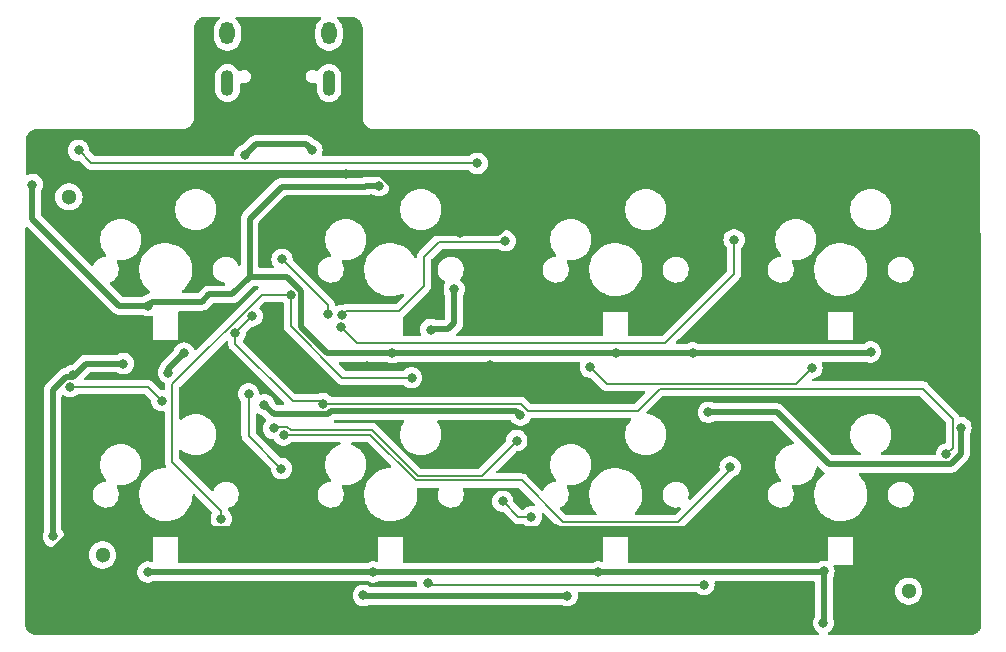
<source format=gbr>
%TF.GenerationSoftware,KiCad,Pcbnew,7.0.7*%
%TF.CreationDate,2024-01-12T23:19:41+09:00*%
%TF.ProjectId,Skeleton8,536b656c-6574-46f6-9e38-2e6b69636164,rev?*%
%TF.SameCoordinates,Original*%
%TF.FileFunction,Copper,L1,Top*%
%TF.FilePolarity,Positive*%
%FSLAX46Y46*%
G04 Gerber Fmt 4.6, Leading zero omitted, Abs format (unit mm)*
G04 Created by KiCad (PCBNEW 7.0.7) date 2024-01-12 23:19:41*
%MOMM*%
%LPD*%
G01*
G04 APERTURE LIST*
%TA.AperFunction,WasherPad*%
%ADD10C,1.300000*%
%TD*%
%TA.AperFunction,ComponentPad*%
%ADD11O,1.300000X1.900000*%
%TD*%
%TA.AperFunction,ComponentPad*%
%ADD12O,1.100000X2.200000*%
%TD*%
%TA.AperFunction,ViaPad*%
%ADD13C,0.800000*%
%TD*%
%TA.AperFunction,Conductor*%
%ADD14C,0.500000*%
%TD*%
%TA.AperFunction,Conductor*%
%ADD15C,0.200000*%
%TD*%
G04 APERTURE END LIST*
D10*
%TO.P,H3,*%
%TO.N,*%
X120046250Y-84373750D03*
%TD*%
%TO.P,H2,*%
%TO.N,*%
X51796250Y-81313750D03*
%TD*%
%TO.P,H1,*%
%TO.N,*%
X48946250Y-50973750D03*
%TD*%
D11*
%TO.P,J1,S*%
%TO.N,N/C*%
X62375000Y-37150625D03*
D12*
X62375000Y-41350625D03*
D11*
X70975000Y-37150625D03*
D12*
X70975000Y-41350625D03*
%TD*%
D13*
%TO.N,+3V3*%
X124479500Y-70513750D03*
X103098750Y-69223750D03*
X65498750Y-68603750D03*
X87178750Y-69473750D03*
%TO.N,GND*%
X76401573Y-52560000D03*
X82060000Y-54070000D03*
X74210000Y-65270000D03*
X72430000Y-49030000D03*
X84576764Y-65263236D03*
X101050000Y-48830000D03*
X102370000Y-79093900D03*
X60721875Y-45243750D03*
X86570000Y-49470000D03*
X63600000Y-73530000D03*
X90520000Y-48830000D03*
X66350000Y-52560000D03*
X71960000Y-46220000D03*
X81600000Y-79093900D03*
X90200000Y-79093900D03*
X120500000Y-79030000D03*
X120280000Y-48830000D03*
X46710000Y-81870000D03*
X68465300Y-79792500D03*
%TO.N,/XTAL_O*%
X85680000Y-76760000D03*
X88100000Y-78070000D03*
%TO.N,+1V1*%
X70448140Y-68491860D03*
X123240000Y-72760000D03*
X63046739Y-62503261D03*
X64460600Y-61088694D03*
%TO.N,+5V*%
X95288750Y-64190000D03*
X93760000Y-82750000D03*
X112820000Y-87075000D03*
X101760000Y-64190000D03*
X55630000Y-82750000D03*
X45850000Y-49950000D03*
X74710000Y-82750000D03*
X116818750Y-64123750D03*
X76330000Y-64190000D03*
X75190625Y-50034375D03*
X55650000Y-60200000D03*
X112870000Y-82700000D03*
%TO.N,VBUS*%
X69520000Y-47010000D03*
X63850000Y-47440000D03*
%TO.N,Net-(LED1-K)*%
X58696840Y-64211910D03*
X57370000Y-65870000D03*
%TO.N,Net-(LED2-K)*%
X79570000Y-62220000D03*
X81573750Y-58803750D03*
%TO.N,Net-(Q1-D)*%
X73890000Y-84730000D03*
X91130000Y-84760000D03*
X93093750Y-65413750D03*
X53570000Y-65100000D03*
X49310838Y-66105133D03*
X47639312Y-79739312D03*
X111860000Y-65470000D03*
%TO.N,CS*%
X67720000Y-59269500D03*
X77970000Y-66300000D03*
X61843750Y-78250000D03*
%TO.N,~{RESET}*%
X102710000Y-83810000D03*
X79310000Y-83710000D03*
%TO.N,backlight*%
X56818750Y-68243750D03*
X49050000Y-67070000D03*
%TO.N,Net-(RGB1-DOUT)*%
X49770000Y-47050000D03*
X83520000Y-48150000D03*
%TO.N,key2*%
X66990000Y-56270500D03*
X70881250Y-60908750D03*
%TO.N,key3*%
X72067736Y-61010776D03*
X85900000Y-54710000D03*
%TO.N,key4*%
X72007773Y-62045840D03*
X105270000Y-54620000D03*
%TO.N,key6*%
X64160000Y-67670000D03*
X66941068Y-73991068D03*
%TO.N,key7*%
X86870000Y-71620000D03*
X66273750Y-70593750D03*
%TO.N,key8*%
X67130000Y-71140000D03*
X104930000Y-73860000D03*
%TD*%
D14*
%TO.N,+3V3*%
X124479500Y-70513750D02*
X124479500Y-72722582D01*
X65498750Y-68603750D02*
X66278750Y-69383750D01*
X113268427Y-73610000D02*
X108882177Y-69223750D01*
X70883750Y-69383750D02*
X71147500Y-69120000D01*
X124479500Y-72722582D02*
X123592082Y-73610000D01*
X108882177Y-69223750D02*
X103098750Y-69223750D01*
X123592082Y-73610000D02*
X113268427Y-73610000D01*
X66278750Y-69383750D02*
X70883750Y-69383750D01*
X86825000Y-69120000D02*
X87178750Y-69473750D01*
X71147500Y-69120000D02*
X86825000Y-69120000D01*
%TO.N,GND*%
X120436100Y-79093900D02*
X120500000Y-79030000D01*
X76401573Y-50043241D02*
X75388332Y-49030000D01*
X83320000Y-46220000D02*
X86570000Y-49470000D01*
D15*
X84570000Y-65270000D02*
X84576764Y-65263236D01*
D14*
X85280000Y-54070000D02*
X90520000Y-48830000D01*
X66350000Y-52560000D02*
X76401573Y-52560000D01*
X101050000Y-48830000D02*
X120280000Y-48830000D01*
X59957918Y-79099500D02*
X67772300Y-79099500D01*
X75388332Y-49030000D02*
X72430000Y-49030000D01*
X69163900Y-79093900D02*
X81600000Y-79093900D01*
X59907168Y-79048750D02*
X59957918Y-79099500D01*
X77911573Y-54070000D02*
X82060000Y-54070000D01*
X63600000Y-74927200D02*
X63600000Y-73530000D01*
X82060000Y-54070000D02*
X85280000Y-54070000D01*
X49531250Y-79048750D02*
X59907168Y-79048750D01*
X90200000Y-79093900D02*
X102370000Y-79093900D01*
X67772300Y-79099500D02*
X68465300Y-79792500D01*
X90520000Y-48830000D02*
X101050000Y-48830000D01*
D15*
X74210000Y-65270000D02*
X84570000Y-65270000D01*
D14*
X68465300Y-79792500D02*
X63600000Y-74927200D01*
X102370000Y-79093900D02*
X120436100Y-79093900D01*
X81600000Y-79093900D02*
X90200000Y-79093900D01*
X71960000Y-46220000D02*
X83320000Y-46220000D01*
X46710000Y-81870000D02*
X49531250Y-79048750D01*
X68465300Y-79792500D02*
X69163900Y-79093900D01*
X76401573Y-52560000D02*
X76401573Y-50043241D01*
X76401573Y-52560000D02*
X77911573Y-54070000D01*
D15*
%TO.N,/XTAL_O*%
X88100000Y-78070000D02*
X86990000Y-78070000D01*
X86990000Y-78070000D02*
X85680000Y-76760000D01*
%TO.N,+1V1*%
X87788700Y-69093750D02*
X87186810Y-68491860D01*
X123780000Y-72220000D02*
X123780000Y-69760050D01*
X123240000Y-72760000D02*
X123780000Y-72220000D01*
X64460600Y-61088694D02*
X64460600Y-61089400D01*
X97103750Y-69093750D02*
X87788700Y-69093750D01*
X70448140Y-68491860D02*
X70266280Y-68310000D01*
X98983750Y-67213750D02*
X97103750Y-69093750D01*
X87186810Y-68491860D02*
X70448140Y-68491860D01*
X63046739Y-63456739D02*
X63046739Y-62503261D01*
X67900000Y-68310000D02*
X63046739Y-63456739D01*
X64460600Y-61089400D02*
X63046739Y-62503261D01*
X123780000Y-69760050D02*
X121233700Y-67213750D01*
X70266280Y-68310000D02*
X67900000Y-68310000D01*
X121233700Y-67213750D02*
X98983750Y-67213750D01*
D14*
%TO.N,+5V*%
X45850000Y-52840461D02*
X45850000Y-49950000D01*
X74710000Y-82750000D02*
X93760000Y-82750000D01*
X75190625Y-50034375D02*
X74137198Y-50034375D01*
X68570000Y-58917418D02*
X68570000Y-61980000D01*
X55991250Y-59858750D02*
X60203750Y-59858750D01*
X55630000Y-82750000D02*
X74710000Y-82750000D01*
X60818750Y-59243750D02*
X62776250Y-59243750D01*
X68570000Y-61980000D02*
X70780000Y-64190000D01*
X70780000Y-64190000D02*
X76330000Y-64190000D01*
X93760000Y-82750000D02*
X112820000Y-82750000D01*
X116752500Y-64190000D02*
X116818750Y-64123750D01*
X55650000Y-60200000D02*
X53209539Y-60200000D01*
X112870000Y-82700000D02*
X112870000Y-87025000D01*
X60203750Y-59858750D02*
X60818750Y-59243750D01*
X74051573Y-50120000D02*
X74137198Y-50034375D01*
X112820000Y-82750000D02*
X112870000Y-82700000D01*
X79980000Y-64190000D02*
X95288750Y-64190000D01*
X112870000Y-87025000D02*
X112820000Y-87075000D01*
X95288750Y-64190000D02*
X101760000Y-64190000D01*
X64240000Y-57780000D02*
X64240000Y-52830000D01*
X101760000Y-64190000D02*
X116752500Y-64190000D01*
X53209539Y-60200000D02*
X45850000Y-52840461D01*
X62776250Y-59243750D02*
X64240000Y-57780000D01*
X55650000Y-60200000D02*
X55991250Y-59858750D01*
X64240000Y-57780000D02*
X67432582Y-57780000D01*
X68570000Y-58917418D02*
X67432582Y-57780000D01*
X64240000Y-52830000D02*
X66950000Y-50120000D01*
X76330000Y-64190000D02*
X79980000Y-64190000D01*
X66950000Y-50120000D02*
X74051573Y-50120000D01*
%TO.N,VBUS*%
X69028750Y-46518750D02*
X64771250Y-46518750D01*
X69520000Y-47010000D02*
X69028750Y-46518750D01*
X64771250Y-46518750D02*
X63850000Y-47440000D01*
%TO.N,Net-(LED1-K)*%
X57370000Y-65538750D02*
X57370000Y-65870000D01*
X58696840Y-64211910D02*
X57370000Y-65538750D01*
%TO.N,Net-(LED2-K)*%
X79596250Y-62193750D02*
X79570000Y-62220000D01*
X81573750Y-61700500D02*
X81080500Y-62193750D01*
X81080500Y-62193750D02*
X79596250Y-62193750D01*
X81573750Y-58803750D02*
X81573750Y-61700500D01*
D15*
%TO.N,Net-(Q1-D)*%
X94503750Y-66823750D02*
X110506250Y-66823750D01*
D14*
X49274266Y-66220000D02*
X49310838Y-66183428D01*
D15*
X93093750Y-65413750D02*
X94503750Y-66823750D01*
X53340000Y-65330000D02*
X53570000Y-65100000D01*
D14*
X47565000Y-67352918D02*
X48697918Y-66220000D01*
X73920000Y-84760000D02*
X73890000Y-84730000D01*
X49274266Y-66220000D02*
X50394266Y-65100000D01*
X47639312Y-79739312D02*
X47565000Y-79665000D01*
X50394266Y-65100000D02*
X53570000Y-65100000D01*
X48697918Y-66220000D02*
X49274266Y-66220000D01*
X91130000Y-84760000D02*
X73920000Y-84760000D01*
D15*
X110506250Y-66823750D02*
X111860000Y-65470000D01*
D14*
X49310838Y-66183428D02*
X49310838Y-66105133D01*
X47565000Y-79665000D02*
X47565000Y-67352918D01*
D15*
%TO.N,CS*%
X61843750Y-78250000D02*
X61843750Y-77578975D01*
X67720000Y-61907818D02*
X67720000Y-59269500D01*
X61843750Y-77578975D02*
X57690000Y-73425225D01*
X57690000Y-66870050D02*
X65290550Y-59269500D01*
X72112182Y-66300000D02*
X67720000Y-61907818D01*
X77970000Y-66300000D02*
X72112182Y-66300000D01*
X57690000Y-73425225D02*
X57690000Y-66870050D01*
X65290550Y-59269500D02*
X67720000Y-59269500D01*
%TO.N,~{RESET}*%
X102710000Y-83810000D02*
X79410000Y-83810000D01*
X79410000Y-83810000D02*
X79310000Y-83710000D01*
%TO.N,backlight*%
X55678750Y-67103750D02*
X49083750Y-67103750D01*
X49083750Y-67103750D02*
X49050000Y-67070000D01*
X56818750Y-68243750D02*
X55678750Y-67103750D01*
%TO.N,Net-(RGB1-DOUT)*%
X50860000Y-48140000D02*
X83510000Y-48140000D01*
X83510000Y-48140000D02*
X83520000Y-48150000D01*
X49770000Y-47050000D02*
X50860000Y-48140000D01*
%TO.N,key2*%
X70881250Y-60908750D02*
X70881250Y-60161750D01*
X70881250Y-60161750D02*
X66990000Y-56270500D01*
%TO.N,key3*%
X80297500Y-54770000D02*
X85840000Y-54770000D01*
X79023750Y-58513750D02*
X79023750Y-56043750D01*
X76875000Y-60662500D02*
X79023750Y-58513750D01*
X85840000Y-54770000D02*
X85900000Y-54710000D01*
X72067736Y-61010776D02*
X72416012Y-60662500D01*
X72416012Y-60662500D02*
X76875000Y-60662500D01*
X79023750Y-56043750D02*
X80297500Y-54770000D01*
%TO.N,key4*%
X105270000Y-57500000D02*
X105270000Y-54620000D01*
X99380000Y-63390000D02*
X105270000Y-57500000D01*
X72007773Y-62045840D02*
X73351933Y-63390000D01*
X73351933Y-63390000D02*
X99380000Y-63390000D01*
%TO.N,key6*%
X64160000Y-71210000D02*
X66941068Y-73991068D01*
X64160000Y-67670000D02*
X64160000Y-71210000D01*
%TO.N,key7*%
X67715808Y-70750000D02*
X74631544Y-70750000D01*
X67415808Y-70450000D02*
X67715808Y-70750000D01*
X78480644Y-74599100D02*
X83890900Y-74599100D01*
X74631544Y-70750000D02*
X78480644Y-74599100D01*
X83890900Y-74599100D02*
X86870000Y-71620000D01*
X66273750Y-70593750D02*
X66417500Y-70450000D01*
X66417500Y-70450000D02*
X67415808Y-70450000D01*
%TO.N,key8*%
X74470000Y-71140000D02*
X78329100Y-74999100D01*
X104930000Y-74132500D02*
X104930000Y-73860000D01*
X78329100Y-74999100D02*
X87270771Y-74999100D01*
X87270771Y-74999100D02*
X90815571Y-78543900D01*
X90815571Y-78543900D02*
X100518600Y-78543900D01*
X100518600Y-78543900D02*
X104930000Y-74132500D01*
X67130000Y-71140000D02*
X74470000Y-71140000D01*
%TD*%
%TA.AperFunction,Conductor*%
%TO.N,GND*%
G36*
X61655273Y-35738935D02*
G01*
X61701028Y-35791739D01*
X61710972Y-35860897D01*
X61681947Y-35924453D01*
X61671772Y-35934887D01*
X61521129Y-36072216D01*
X61392632Y-36242371D01*
X61297596Y-36433230D01*
X61297596Y-36433232D01*
X61297594Y-36433236D01*
X61297595Y-36433236D01*
X61239244Y-36638315D01*
X61231745Y-36719250D01*
X61224500Y-36797434D01*
X61224500Y-37503815D01*
X61239244Y-37662935D01*
X61297596Y-37868017D01*
X61297596Y-37868019D01*
X61392632Y-38058878D01*
X61392634Y-38058880D01*
X61521128Y-38229032D01*
X61678698Y-38372677D01*
X61859981Y-38484923D01*
X62058802Y-38561946D01*
X62268390Y-38601125D01*
X62268392Y-38601125D01*
X62481608Y-38601125D01*
X62481610Y-38601125D01*
X62691198Y-38561946D01*
X62890019Y-38484923D01*
X63071302Y-38372677D01*
X63228872Y-38229032D01*
X63357366Y-38058880D01*
X63452405Y-37868014D01*
X63510756Y-37662935D01*
X63525500Y-37503819D01*
X63525500Y-36797431D01*
X63510756Y-36638315D01*
X63452405Y-36433236D01*
X63452403Y-36433231D01*
X63452403Y-36433230D01*
X63357367Y-36242371D01*
X63282084Y-36142682D01*
X63228872Y-36072218D01*
X63202206Y-36047909D01*
X63078228Y-35934887D01*
X63041946Y-35875176D01*
X63043707Y-35805328D01*
X63082950Y-35747521D01*
X63147217Y-35720106D01*
X63161766Y-35719250D01*
X70188234Y-35719250D01*
X70255273Y-35738935D01*
X70301028Y-35791739D01*
X70310972Y-35860897D01*
X70281947Y-35924453D01*
X70271772Y-35934887D01*
X70121129Y-36072216D01*
X69992632Y-36242371D01*
X69897596Y-36433230D01*
X69897596Y-36433232D01*
X69897594Y-36433236D01*
X69897595Y-36433236D01*
X69839244Y-36638315D01*
X69831745Y-36719250D01*
X69824500Y-36797434D01*
X69824500Y-37503815D01*
X69839244Y-37662935D01*
X69897596Y-37868017D01*
X69897596Y-37868019D01*
X69992632Y-38058878D01*
X69992634Y-38058880D01*
X70121128Y-38229032D01*
X70278698Y-38372677D01*
X70459981Y-38484923D01*
X70658802Y-38561946D01*
X70868390Y-38601125D01*
X70868392Y-38601125D01*
X71081608Y-38601125D01*
X71081610Y-38601125D01*
X71291198Y-38561946D01*
X71490019Y-38484923D01*
X71671302Y-38372677D01*
X71828872Y-38229032D01*
X71957366Y-38058880D01*
X72052405Y-37868014D01*
X72110756Y-37662935D01*
X72125500Y-37503819D01*
X72125500Y-36797431D01*
X72110756Y-36638315D01*
X72052405Y-36433236D01*
X72052403Y-36433231D01*
X72052403Y-36433230D01*
X71957367Y-36242371D01*
X71882084Y-36142682D01*
X71828872Y-36072218D01*
X71802206Y-36047909D01*
X71678228Y-35934887D01*
X71641946Y-35875176D01*
X71643707Y-35805328D01*
X71682950Y-35747521D01*
X71747217Y-35720106D01*
X71761766Y-35719250D01*
X72816039Y-35719250D01*
X72821442Y-35719486D01*
X72840200Y-35721125D01*
X72864264Y-35723229D01*
X72990523Y-35735660D01*
X73010439Y-35739283D01*
X73077109Y-35757145D01*
X73170321Y-35785418D01*
X73186725Y-35791694D01*
X73254171Y-35823142D01*
X73257114Y-35824613D01*
X73341106Y-35869506D01*
X73347421Y-35873385D01*
X73379779Y-35896042D01*
X73413577Y-35919707D01*
X73417348Y-35922568D01*
X73489589Y-35981854D01*
X73494090Y-35985933D01*
X73551564Y-36043407D01*
X73555644Y-36047909D01*
X73614930Y-36120150D01*
X73617791Y-36123921D01*
X73664107Y-36190068D01*
X73667998Y-36196402D01*
X73712870Y-36280356D01*
X73714371Y-36283358D01*
X73745803Y-36350770D01*
X73752080Y-36367178D01*
X73780357Y-36460400D01*
X73798213Y-36527050D01*
X73801841Y-36546991D01*
X73814275Y-36673301D01*
X73818014Y-36716047D01*
X73818250Y-36721452D01*
X73818250Y-44176649D01*
X73813677Y-44192220D01*
X73817951Y-44235638D01*
X73818249Y-44241717D01*
X73818246Y-44331284D01*
X73818246Y-44331288D01*
X73829374Y-44394413D01*
X73828057Y-44406212D01*
X73835087Y-44429388D01*
X73836816Y-44436626D01*
X73848639Y-44503693D01*
X73876899Y-44581344D01*
X73877727Y-44594394D01*
X73885867Y-44609622D01*
X73893030Y-44625665D01*
X73908511Y-44668203D01*
X73908513Y-44668207D01*
X73957308Y-44752726D01*
X73960786Y-44767067D01*
X73970527Y-44778936D01*
X73982062Y-44795603D01*
X73996038Y-44819812D01*
X73999146Y-44824250D01*
X73998769Y-44824513D01*
X74008103Y-44838320D01*
X74009986Y-44841843D01*
X74028435Y-44858423D01*
X74051767Y-44886230D01*
X74067639Y-44905145D01*
X74074211Y-44920162D01*
X74084657Y-44928735D01*
X74100984Y-44944885D01*
X74108572Y-44953928D01*
X74117610Y-44961512D01*
X74117613Y-44961514D01*
X74133764Y-44977842D01*
X74137893Y-44982874D01*
X74157352Y-44994859D01*
X74204073Y-45034062D01*
X74213971Y-45048939D01*
X74224178Y-45054395D01*
X74237986Y-45063730D01*
X74238250Y-45063354D01*
X74242678Y-45066454D01*
X74242682Y-45066458D01*
X74266892Y-45080435D01*
X74283560Y-45091970D01*
X74290510Y-45097673D01*
X74309768Y-45105188D01*
X74394297Y-45153989D01*
X74436843Y-45169473D01*
X74452881Y-45176634D01*
X74463078Y-45182084D01*
X74481150Y-45185598D01*
X74558808Y-45213861D01*
X74625889Y-45225686D01*
X74633119Y-45227414D01*
X74651276Y-45232921D01*
X74668085Y-45233124D01*
X74731216Y-45244254D01*
X74813147Y-45244250D01*
X74820792Y-45244250D01*
X74826872Y-45244548D01*
X74863065Y-45248111D01*
X74885849Y-45244250D01*
X125203539Y-45244250D01*
X125208942Y-45244486D01*
X125227700Y-45246125D01*
X125251764Y-45248229D01*
X125378023Y-45260660D01*
X125397939Y-45264283D01*
X125464609Y-45282145D01*
X125557821Y-45310418D01*
X125574225Y-45316694D01*
X125641671Y-45348142D01*
X125644614Y-45349613D01*
X125728606Y-45394506D01*
X125734921Y-45398385D01*
X125767279Y-45421042D01*
X125801077Y-45444707D01*
X125804848Y-45447568D01*
X125877089Y-45506854D01*
X125881590Y-45510933D01*
X125939064Y-45568407D01*
X125943144Y-45572909D01*
X126002430Y-45645150D01*
X126005292Y-45648922D01*
X126051603Y-45715063D01*
X126055499Y-45721405D01*
X126060648Y-45731039D01*
X126075284Y-45788500D01*
X126205749Y-62145950D01*
X126205749Y-87103546D01*
X126205513Y-87108950D01*
X126201775Y-87151696D01*
X126189341Y-87278007D01*
X126185713Y-87297948D01*
X126167857Y-87364599D01*
X126139580Y-87457820D01*
X126133303Y-87474228D01*
X126101871Y-87541640D01*
X126100359Y-87544665D01*
X126055503Y-87628588D01*
X126051607Y-87634930D01*
X126005291Y-87701077D01*
X126002430Y-87704848D01*
X125943144Y-87777089D01*
X125939055Y-87781601D01*
X125881601Y-87839055D01*
X125877089Y-87843144D01*
X125804848Y-87902430D01*
X125801077Y-87905291D01*
X125734930Y-87951607D01*
X125728588Y-87955503D01*
X125644665Y-88000359D01*
X125641640Y-88001871D01*
X125574228Y-88033303D01*
X125557820Y-88039580D01*
X125464599Y-88067857D01*
X125397948Y-88085713D01*
X125378007Y-88089341D01*
X125251698Y-88101775D01*
X125219041Y-88104631D01*
X125208945Y-88105514D01*
X125203547Y-88105750D01*
X113302233Y-88105750D01*
X113235194Y-88086065D01*
X113189439Y-88033261D01*
X113179495Y-87964103D01*
X113208520Y-87900547D01*
X113251797Y-87868471D01*
X113272730Y-87859151D01*
X113425871Y-87747888D01*
X113552533Y-87607216D01*
X113647179Y-87443284D01*
X113705674Y-87263256D01*
X113725460Y-87075000D01*
X113705674Y-86886744D01*
X113647179Y-86706716D01*
X113647178Y-86706715D01*
X113647178Y-86706713D01*
X113637112Y-86689277D01*
X113620500Y-86627279D01*
X113620500Y-84373750D01*
X118890821Y-84373750D01*
X118910494Y-84586060D01*
X118968846Y-84791142D01*
X118968846Y-84791144D01*
X119063882Y-84982003D01*
X119174344Y-85128277D01*
X119192378Y-85152157D01*
X119349948Y-85295802D01*
X119531231Y-85408048D01*
X119730052Y-85485071D01*
X119939640Y-85524250D01*
X119939642Y-85524250D01*
X120152858Y-85524250D01*
X120152860Y-85524250D01*
X120362448Y-85485071D01*
X120561269Y-85408048D01*
X120742552Y-85295802D01*
X120900122Y-85152157D01*
X121028616Y-84982005D01*
X121045421Y-84948256D01*
X121123653Y-84791144D01*
X121123653Y-84791143D01*
X121123655Y-84791139D01*
X121182006Y-84586060D01*
X121201679Y-84373750D01*
X121182006Y-84161440D01*
X121123655Y-83956361D01*
X121123653Y-83956356D01*
X121123653Y-83956355D01*
X121028617Y-83765496D01*
X120900122Y-83595343D01*
X120832998Y-83534151D01*
X120742552Y-83451698D01*
X120561269Y-83339452D01*
X120561267Y-83339451D01*
X120461858Y-83300940D01*
X120362448Y-83262429D01*
X120152860Y-83223250D01*
X119939640Y-83223250D01*
X119730052Y-83262429D01*
X119730049Y-83262429D01*
X119730049Y-83262430D01*
X119531232Y-83339451D01*
X119531230Y-83339452D01*
X119349949Y-83451697D01*
X119192377Y-83595343D01*
X119063882Y-83765496D01*
X118968846Y-83956355D01*
X118968846Y-83956357D01*
X118910494Y-84161439D01*
X118890821Y-84373749D01*
X118890821Y-84373750D01*
X113620500Y-84373750D01*
X113620500Y-83234321D01*
X113637113Y-83172321D01*
X113697179Y-83068284D01*
X113755674Y-82888256D01*
X113775460Y-82700000D01*
X113755674Y-82511744D01*
X113697179Y-82331716D01*
X113678289Y-82298998D01*
X113661817Y-82231100D01*
X113684669Y-82165073D01*
X113739591Y-82121882D01*
X113785677Y-82113000D01*
X115325240Y-82113000D01*
X115325383Y-82113028D01*
X115325384Y-82113024D01*
X115349997Y-82113039D01*
X115350000Y-82113041D01*
X115350383Y-82112883D01*
X115350500Y-82112599D01*
X115350541Y-82112500D01*
X115350540Y-82112497D01*
X115350583Y-82088389D01*
X115350500Y-82087967D01*
X115350500Y-79837259D01*
X115350528Y-79837116D01*
X115350524Y-79837116D01*
X115350539Y-79812502D01*
X115350541Y-79812500D01*
X115350462Y-79812308D01*
X115350384Y-79812118D01*
X115350382Y-79812116D01*
X115350099Y-79812000D01*
X115350000Y-79811959D01*
X115325446Y-79811959D01*
X115325240Y-79812000D01*
X113274760Y-79812000D01*
X113274554Y-79811959D01*
X113250000Y-79811959D01*
X113249901Y-79812000D01*
X113249617Y-79812116D01*
X113249615Y-79812118D01*
X113249459Y-79812499D01*
X113249476Y-79837116D01*
X113249471Y-79837116D01*
X113249500Y-79837259D01*
X113249499Y-81706920D01*
X113229814Y-81773960D01*
X113177010Y-81819714D01*
X113107852Y-81829658D01*
X113099718Y-81828210D01*
X113035037Y-81814462D01*
X112964646Y-81799500D01*
X112775354Y-81799500D01*
X112742897Y-81806398D01*
X112590197Y-81838855D01*
X112590192Y-81838857D01*
X112417270Y-81915848D01*
X112417265Y-81915851D01*
X112334729Y-81975818D01*
X112268923Y-81999298D01*
X112261844Y-81999500D01*
X96424500Y-81999500D01*
X96357461Y-81979815D01*
X96311706Y-81927011D01*
X96300500Y-81875500D01*
X96300500Y-79837259D01*
X96300528Y-79837116D01*
X96300524Y-79837116D01*
X96300539Y-79812502D01*
X96300541Y-79812500D01*
X96300462Y-79812308D01*
X96300384Y-79812118D01*
X96300382Y-79812116D01*
X96300099Y-79812000D01*
X96300000Y-79811959D01*
X96275446Y-79811959D01*
X96275240Y-79812000D01*
X94224760Y-79812000D01*
X94224554Y-79811959D01*
X94200000Y-79811959D01*
X94199901Y-79812000D01*
X94199617Y-79812116D01*
X94199615Y-79812118D01*
X94199459Y-79812499D01*
X94199476Y-79837116D01*
X94199471Y-79837116D01*
X94199500Y-79837259D01*
X94199500Y-81770073D01*
X94179815Y-81837112D01*
X94127011Y-81882867D01*
X94057853Y-81892811D01*
X94046182Y-81890098D01*
X94046159Y-81890207D01*
X93976967Y-81875500D01*
X93854646Y-81849500D01*
X93665354Y-81849500D01*
X93632897Y-81856398D01*
X93480197Y-81888855D01*
X93480192Y-81888857D01*
X93307270Y-81965848D01*
X93307265Y-81965851D01*
X93293548Y-81975818D01*
X93227742Y-81999298D01*
X93220663Y-81999500D01*
X77374500Y-81999500D01*
X77307461Y-81979815D01*
X77261706Y-81927011D01*
X77250500Y-81875500D01*
X77250500Y-79837259D01*
X77250528Y-79837116D01*
X77250524Y-79837116D01*
X77250539Y-79812502D01*
X77250541Y-79812500D01*
X77250462Y-79812308D01*
X77250384Y-79812118D01*
X77250382Y-79812116D01*
X77250099Y-79812000D01*
X77250000Y-79811959D01*
X77225446Y-79811959D01*
X77225240Y-79812000D01*
X75174760Y-79812000D01*
X75174554Y-79811959D01*
X75150000Y-79811959D01*
X75149901Y-79812000D01*
X75149617Y-79812116D01*
X75149615Y-79812118D01*
X75149459Y-79812499D01*
X75149476Y-79837116D01*
X75149471Y-79837116D01*
X75149500Y-79837259D01*
X75149500Y-81770073D01*
X75129815Y-81837112D01*
X75077011Y-81882867D01*
X75007853Y-81892811D01*
X74996182Y-81890098D01*
X74996159Y-81890207D01*
X74926967Y-81875500D01*
X74804646Y-81849500D01*
X74615354Y-81849500D01*
X74582897Y-81856398D01*
X74430197Y-81888855D01*
X74430192Y-81888857D01*
X74257270Y-81965848D01*
X74257265Y-81965851D01*
X74243548Y-81975818D01*
X74177742Y-81999298D01*
X74170663Y-81999500D01*
X58324500Y-81999500D01*
X58257461Y-81979815D01*
X58211706Y-81927011D01*
X58200500Y-81875500D01*
X58200500Y-80896355D01*
X58200500Y-79837254D01*
X58200528Y-79837116D01*
X58200524Y-79837116D01*
X58200539Y-79812502D01*
X58200541Y-79812500D01*
X58200462Y-79812308D01*
X58200384Y-79812118D01*
X58200382Y-79812116D01*
X58200099Y-79812000D01*
X58200000Y-79811959D01*
X58175446Y-79811959D01*
X58175240Y-79812000D01*
X56124760Y-79812000D01*
X56124554Y-79811959D01*
X56100000Y-79811959D01*
X56099901Y-79812000D01*
X56099617Y-79812116D01*
X56099615Y-79812118D01*
X56099459Y-79812499D01*
X56099476Y-79837116D01*
X56099471Y-79837116D01*
X56099500Y-79837259D01*
X56099500Y-81782371D01*
X56079815Y-81849410D01*
X56027011Y-81895165D01*
X55957853Y-81905109D01*
X55925065Y-81895651D01*
X55909803Y-81888856D01*
X55909801Y-81888855D01*
X55909800Y-81888855D01*
X55793102Y-81864050D01*
X55724646Y-81849500D01*
X55535354Y-81849500D01*
X55502897Y-81856398D01*
X55350197Y-81888855D01*
X55350192Y-81888857D01*
X55177270Y-81965848D01*
X55177265Y-81965851D01*
X55024129Y-82077111D01*
X54897466Y-82217785D01*
X54802821Y-82381715D01*
X54802818Y-82381722D01*
X54760573Y-82511740D01*
X54744326Y-82561744D01*
X54724540Y-82750000D01*
X54744326Y-82938256D01*
X54744327Y-82938259D01*
X54802818Y-83118277D01*
X54802821Y-83118284D01*
X54897467Y-83282216D01*
X54949002Y-83339451D01*
X55024129Y-83422888D01*
X55177265Y-83534148D01*
X55177270Y-83534151D01*
X55350192Y-83611142D01*
X55350197Y-83611144D01*
X55535354Y-83650500D01*
X55535355Y-83650500D01*
X55724644Y-83650500D01*
X55724646Y-83650500D01*
X55909803Y-83611144D01*
X56082730Y-83534151D01*
X56084776Y-83532664D01*
X56096452Y-83524182D01*
X56162258Y-83500702D01*
X56169337Y-83500500D01*
X74170663Y-83500500D01*
X74237702Y-83520185D01*
X74243548Y-83524182D01*
X74257265Y-83534148D01*
X74257270Y-83534151D01*
X74430192Y-83611142D01*
X74430197Y-83611144D01*
X74615354Y-83650500D01*
X74615355Y-83650500D01*
X74804644Y-83650500D01*
X74804646Y-83650500D01*
X74989803Y-83611144D01*
X75162730Y-83534151D01*
X75164776Y-83532664D01*
X75176452Y-83524182D01*
X75242258Y-83500702D01*
X75249337Y-83500500D01*
X78288843Y-83500500D01*
X78355882Y-83520185D01*
X78401637Y-83572989D01*
X78412163Y-83637460D01*
X78404540Y-83710000D01*
X78421623Y-83872541D01*
X78409055Y-83941268D01*
X78361323Y-83992292D01*
X78298303Y-84009500D01*
X74470628Y-84009500D01*
X74403589Y-83989815D01*
X74397751Y-83985824D01*
X74342730Y-83945849D01*
X74342729Y-83945848D01*
X74169807Y-83868857D01*
X74169802Y-83868855D01*
X74024001Y-83837865D01*
X73984646Y-83829500D01*
X73795354Y-83829500D01*
X73762897Y-83836398D01*
X73610197Y-83868855D01*
X73610192Y-83868857D01*
X73437270Y-83945848D01*
X73437265Y-83945851D01*
X73284129Y-84057111D01*
X73157466Y-84197785D01*
X73062821Y-84361715D01*
X73062818Y-84361722D01*
X73004327Y-84541740D01*
X73004326Y-84541744D01*
X72984540Y-84730000D01*
X73004326Y-84918256D01*
X73004327Y-84918259D01*
X73062818Y-85098277D01*
X73062821Y-85098284D01*
X73157467Y-85262216D01*
X73284129Y-85402888D01*
X73437265Y-85514148D01*
X73437270Y-85514151D01*
X73610192Y-85591142D01*
X73610197Y-85591144D01*
X73795354Y-85630500D01*
X73795355Y-85630500D01*
X73984644Y-85630500D01*
X73984646Y-85630500D01*
X74169803Y-85591144D01*
X74275350Y-85544151D01*
X74326852Y-85521221D01*
X74377288Y-85510500D01*
X90590663Y-85510500D01*
X90657702Y-85530185D01*
X90663548Y-85534182D01*
X90677265Y-85544148D01*
X90677270Y-85544151D01*
X90850192Y-85621142D01*
X90850197Y-85621144D01*
X91035354Y-85660500D01*
X91035355Y-85660500D01*
X91224644Y-85660500D01*
X91224646Y-85660500D01*
X91409803Y-85621144D01*
X91582730Y-85544151D01*
X91735871Y-85432888D01*
X91862533Y-85292216D01*
X91957179Y-85128284D01*
X92015674Y-84948256D01*
X92035460Y-84760000D01*
X92015674Y-84571744D01*
X92015671Y-84571737D01*
X92014322Y-84565383D01*
X92015801Y-84565068D01*
X92014028Y-84502976D01*
X92050109Y-84443144D01*
X92112810Y-84412316D01*
X92133954Y-84410500D01*
X101983742Y-84410500D01*
X102050781Y-84430185D01*
X102075891Y-84451527D01*
X102104128Y-84482887D01*
X102104135Y-84482893D01*
X102257265Y-84594148D01*
X102257270Y-84594151D01*
X102430192Y-84671142D01*
X102430197Y-84671144D01*
X102615354Y-84710500D01*
X102615355Y-84710500D01*
X102804644Y-84710500D01*
X102804646Y-84710500D01*
X102989803Y-84671144D01*
X103162730Y-84594151D01*
X103315871Y-84482888D01*
X103442533Y-84342216D01*
X103537179Y-84178284D01*
X103595674Y-83998256D01*
X103615460Y-83810000D01*
X103597325Y-83637458D01*
X103609894Y-83568732D01*
X103657626Y-83517708D01*
X103720646Y-83500500D01*
X111995500Y-83500500D01*
X112062539Y-83520185D01*
X112108294Y-83572989D01*
X112119500Y-83624500D01*
X112119500Y-86459608D01*
X112099815Y-86526647D01*
X112087656Y-86542574D01*
X112087468Y-86542782D01*
X112087464Y-86542787D01*
X111992821Y-86706715D01*
X111992818Y-86706722D01*
X111934327Y-86886740D01*
X111934326Y-86886744D01*
X111914540Y-87075000D01*
X111934326Y-87263256D01*
X111934327Y-87263259D01*
X111992818Y-87443277D01*
X111992821Y-87443284D01*
X112087467Y-87607216D01*
X112214129Y-87747887D01*
X112214129Y-87747888D01*
X112367265Y-87859148D01*
X112367266Y-87859148D01*
X112367270Y-87859151D01*
X112388203Y-87868471D01*
X112441440Y-87913721D01*
X112461761Y-87980570D01*
X112442716Y-88047794D01*
X112390349Y-88094049D01*
X112337767Y-88105750D01*
X60598670Y-88105750D01*
X46151365Y-88096858D01*
X46145327Y-88096560D01*
X46140289Y-88096064D01*
X46071992Y-88089340D01*
X46052051Y-88085713D01*
X45985400Y-88067857D01*
X45892178Y-88039580D01*
X45875770Y-88033303D01*
X45808358Y-88001871D01*
X45805356Y-88000370D01*
X45721402Y-87955498D01*
X45715068Y-87951607D01*
X45648921Y-87905291D01*
X45645150Y-87902430D01*
X45572909Y-87843144D01*
X45568407Y-87839064D01*
X45510933Y-87781590D01*
X45506854Y-87777089D01*
X45447568Y-87704848D01*
X45444707Y-87701077D01*
X45431572Y-87682318D01*
X45398385Y-87634921D01*
X45394506Y-87628606D01*
X45349613Y-87544614D01*
X45348142Y-87541671D01*
X45316694Y-87474225D01*
X45310418Y-87457821D01*
X45282142Y-87364599D01*
X45264283Y-87297939D01*
X45260660Y-87278023D01*
X45248224Y-87151696D01*
X45244486Y-87108941D01*
X45244250Y-87103538D01*
X45244250Y-81313750D01*
X50640821Y-81313750D01*
X50660494Y-81526060D01*
X50718846Y-81731142D01*
X50718846Y-81731144D01*
X50813882Y-81922003D01*
X50942377Y-82092156D01*
X50942378Y-82092157D01*
X51099948Y-82235802D01*
X51281231Y-82348048D01*
X51480052Y-82425071D01*
X51689640Y-82464250D01*
X51689642Y-82464250D01*
X51902858Y-82464250D01*
X51902860Y-82464250D01*
X52112448Y-82425071D01*
X52311269Y-82348048D01*
X52492552Y-82235802D01*
X52650122Y-82092157D01*
X52778616Y-81922005D01*
X52797695Y-81883689D01*
X52873653Y-81731144D01*
X52873653Y-81731143D01*
X52873655Y-81731139D01*
X52932006Y-81526060D01*
X52951679Y-81313750D01*
X52932006Y-81101440D01*
X52873655Y-80896361D01*
X52873653Y-80896356D01*
X52873653Y-80896355D01*
X52778617Y-80705496D01*
X52650122Y-80535343D01*
X52515041Y-80412200D01*
X52492552Y-80391698D01*
X52311269Y-80279452D01*
X52311267Y-80279451D01*
X52211858Y-80240940D01*
X52112448Y-80202429D01*
X51902860Y-80163250D01*
X51689640Y-80163250D01*
X51480052Y-80202429D01*
X51480049Y-80202429D01*
X51480049Y-80202430D01*
X51281232Y-80279451D01*
X51281230Y-80279452D01*
X51099949Y-80391697D01*
X50942377Y-80535343D01*
X50813882Y-80705496D01*
X50718846Y-80896355D01*
X50718846Y-80896357D01*
X50660494Y-81101439D01*
X50640821Y-81313749D01*
X50640821Y-81313750D01*
X45244250Y-81313750D01*
X45244250Y-60696646D01*
X45245980Y-60129877D01*
X45265858Y-53616666D01*
X45285746Y-53549691D01*
X45338689Y-53504097D01*
X45407878Y-53494365D01*
X45471344Y-53523583D01*
X45477537Y-53529367D01*
X52633809Y-60685638D01*
X52645590Y-60699270D01*
X52659927Y-60718528D01*
X52659928Y-60718529D01*
X52659929Y-60718530D01*
X52662177Y-60720416D01*
X52699948Y-60752111D01*
X52703936Y-60755766D01*
X52709755Y-60761585D01*
X52709759Y-60761588D01*
X52709762Y-60761591D01*
X52735498Y-60781940D01*
X52794325Y-60831302D01*
X52794326Y-60831302D01*
X52794328Y-60831304D01*
X52800357Y-60835270D01*
X52800324Y-60835319D01*
X52806686Y-60839372D01*
X52806718Y-60839321D01*
X52812858Y-60843108D01*
X52812862Y-60843111D01*
X52847671Y-60859343D01*
X52882480Y-60875575D01*
X52931979Y-60900434D01*
X52951106Y-60910040D01*
X52951108Y-60910040D01*
X52957896Y-60912511D01*
X52957875Y-60912567D01*
X52964996Y-60915043D01*
X52965015Y-60914986D01*
X52971861Y-60917254D01*
X52971866Y-60917257D01*
X52971871Y-60917258D01*
X52971874Y-60917259D01*
X53047104Y-60932792D01*
X53121818Y-60950500D01*
X53121821Y-60950500D01*
X53121825Y-60950501D01*
X53128992Y-60951339D01*
X53128985Y-60951398D01*
X53136483Y-60952164D01*
X53136489Y-60952105D01*
X53143678Y-60952734D01*
X53143682Y-60952733D01*
X53143683Y-60952734D01*
X53220456Y-60950500D01*
X55110663Y-60950500D01*
X55177702Y-60970185D01*
X55183548Y-60974182D01*
X55197265Y-60984148D01*
X55197270Y-60984151D01*
X55370192Y-61061142D01*
X55370197Y-61061144D01*
X55555354Y-61100500D01*
X55555355Y-61100500D01*
X55744644Y-61100500D01*
X55744646Y-61100500D01*
X55929803Y-61061144D01*
X55929805Y-61061142D01*
X55935987Y-61059135D01*
X55936816Y-61061687D01*
X55994262Y-61053961D01*
X56057551Y-61083562D01*
X56094790Y-61142681D01*
X56099500Y-61176533D01*
X56099500Y-63037967D01*
X56099416Y-63038389D01*
X56099459Y-63062501D01*
X56099500Y-63062599D01*
X56099616Y-63062882D01*
X56099618Y-63062884D01*
X56099808Y-63062962D01*
X56100000Y-63063041D01*
X56100002Y-63063039D01*
X56124616Y-63063024D01*
X56124616Y-63063028D01*
X56124760Y-63063000D01*
X58175240Y-63063000D01*
X58175383Y-63063028D01*
X58175384Y-63063024D01*
X58199997Y-63063039D01*
X58200000Y-63063041D01*
X58200383Y-63062883D01*
X58200500Y-63062599D01*
X58200541Y-63062500D01*
X58200540Y-63062497D01*
X58200583Y-63038389D01*
X58200500Y-63037967D01*
X58200500Y-60787259D01*
X58200528Y-60787116D01*
X58200524Y-60787116D01*
X58200558Y-60737882D01*
X58203459Y-60737884D01*
X58200615Y-60711051D01*
X58231984Y-60648619D01*
X58292126Y-60613056D01*
X58322612Y-60609250D01*
X60140045Y-60609250D01*
X60158015Y-60610559D01*
X60181773Y-60614039D01*
X60233818Y-60609485D01*
X60239220Y-60609250D01*
X60247454Y-60609250D01*
X60247459Y-60609250D01*
X60259077Y-60607891D01*
X60280026Y-60605443D01*
X60292778Y-60604327D01*
X60356547Y-60598749D01*
X60356555Y-60598746D01*
X60363616Y-60597289D01*
X60363628Y-60597348D01*
X60370993Y-60595715D01*
X60370979Y-60595656D01*
X60377996Y-60593991D01*
X60378005Y-60593991D01*
X60450173Y-60567724D01*
X60523084Y-60543564D01*
X60523093Y-60543557D01*
X60529632Y-60540510D01*
X60529658Y-60540566D01*
X60536440Y-60537282D01*
X60536413Y-60537228D01*
X60542856Y-60533990D01*
X60542867Y-60533987D01*
X60607033Y-60491784D01*
X60672406Y-60451462D01*
X60672412Y-60451455D01*
X60678075Y-60446979D01*
X60678112Y-60447027D01*
X60683954Y-60442268D01*
X60683914Y-60442221D01*
X60689436Y-60437586D01*
X60689446Y-60437580D01*
X60711149Y-60414575D01*
X60742137Y-60381731D01*
X61093298Y-60030569D01*
X61154621Y-59997084D01*
X61180979Y-59994250D01*
X62712545Y-59994250D01*
X62730515Y-59995559D01*
X62754273Y-59999039D01*
X62806318Y-59994485D01*
X62811720Y-59994250D01*
X62819954Y-59994250D01*
X62819959Y-59994250D01*
X62831577Y-59992891D01*
X62852526Y-59990443D01*
X62865278Y-59989327D01*
X62929047Y-59983749D01*
X62929055Y-59983746D01*
X62936116Y-59982289D01*
X62936128Y-59982348D01*
X62943493Y-59980715D01*
X62943479Y-59980656D01*
X62950496Y-59978991D01*
X62950505Y-59978991D01*
X63022673Y-59952724D01*
X63095584Y-59928564D01*
X63095593Y-59928557D01*
X63102132Y-59925510D01*
X63102158Y-59925566D01*
X63108940Y-59922282D01*
X63108913Y-59922228D01*
X63115356Y-59918990D01*
X63115367Y-59918987D01*
X63179533Y-59876784D01*
X63244906Y-59836462D01*
X63244912Y-59836455D01*
X63250575Y-59831979D01*
X63250612Y-59832027D01*
X63256454Y-59827268D01*
X63256414Y-59827221D01*
X63261941Y-59822582D01*
X63261946Y-59822580D01*
X63262308Y-59822197D01*
X63314636Y-59766731D01*
X64514548Y-58566819D01*
X64575871Y-58533334D01*
X64602229Y-58530500D01*
X64901911Y-58530500D01*
X64968950Y-58550185D01*
X65014705Y-58602989D01*
X65024649Y-58672147D01*
X64995624Y-58735703D01*
X64977397Y-58752876D01*
X64862269Y-58841216D01*
X64840569Y-58869494D01*
X64835218Y-58875596D01*
X59751259Y-63959554D01*
X59689936Y-63993039D01*
X59620244Y-63988055D01*
X59564311Y-63946183D01*
X59545647Y-63910190D01*
X59524022Y-63843634D01*
X59524020Y-63843629D01*
X59524019Y-63843626D01*
X59429373Y-63679694D01*
X59302711Y-63539022D01*
X59243634Y-63496100D01*
X59149574Y-63427761D01*
X59149569Y-63427758D01*
X58976647Y-63350767D01*
X58976642Y-63350765D01*
X58830840Y-63319775D01*
X58791486Y-63311410D01*
X58602194Y-63311410D01*
X58569737Y-63318308D01*
X58417037Y-63350765D01*
X58417032Y-63350767D01*
X58244110Y-63427758D01*
X58244105Y-63427761D01*
X58090969Y-63539021D01*
X57964306Y-63679695D01*
X57869661Y-63843625D01*
X57869659Y-63843629D01*
X57814319Y-64013949D01*
X57784069Y-64063311D01*
X56884358Y-64963022D01*
X56870729Y-64974801D01*
X56851468Y-64989140D01*
X56817898Y-65029147D01*
X56814253Y-65033126D01*
X56808409Y-65038972D01*
X56788059Y-65064709D01*
X56738695Y-65123539D01*
X56734729Y-65129569D01*
X56734682Y-65129538D01*
X56730630Y-65135897D01*
X56730679Y-65135927D01*
X56726889Y-65142071D01*
X56694424Y-65211691D01*
X56659960Y-65280316D01*
X56657488Y-65287107D01*
X56657433Y-65287087D01*
X56654958Y-65294208D01*
X56655013Y-65294227D01*
X56650471Y-65307933D01*
X56649610Y-65307647D01*
X56639444Y-65334359D01*
X56542821Y-65501715D01*
X56542818Y-65501722D01*
X56484327Y-65681740D01*
X56484326Y-65681744D01*
X56464540Y-65870000D01*
X56484326Y-66058256D01*
X56484327Y-66058259D01*
X56542818Y-66238277D01*
X56542821Y-66238284D01*
X56637467Y-66402216D01*
X56762214Y-66540761D01*
X56764129Y-66542888D01*
X56917265Y-66654148D01*
X56917266Y-66654148D01*
X56917270Y-66654151D01*
X57017328Y-66698700D01*
X57070565Y-66743950D01*
X57090886Y-66810799D01*
X57089832Y-66828161D01*
X57084318Y-66870051D01*
X57088969Y-66905376D01*
X57089500Y-66913477D01*
X57089500Y-67227554D01*
X57069815Y-67294593D01*
X57017011Y-67340348D01*
X56947853Y-67350292D01*
X56939720Y-67348845D01*
X56913396Y-67343250D01*
X56818848Y-67343250D01*
X56751809Y-67323565D01*
X56731167Y-67306931D01*
X56134078Y-66709843D01*
X56128724Y-66703738D01*
X56107036Y-66675472D01*
X56107033Y-66675470D01*
X56107032Y-66675468D01*
X55981591Y-66579214D01*
X55893892Y-66542888D01*
X55835512Y-66518706D01*
X55835510Y-66518705D01*
X55718111Y-66503250D01*
X55678750Y-66498068D01*
X55643420Y-66502719D01*
X55635322Y-66503250D01*
X50351745Y-66503250D01*
X50284706Y-66483565D01*
X50238951Y-66430761D01*
X50229007Y-66361603D01*
X50258032Y-66298047D01*
X50264064Y-66291569D01*
X50668814Y-65886819D01*
X50730137Y-65853334D01*
X50756495Y-65850500D01*
X53002750Y-65850500D01*
X53050203Y-65859939D01*
X53184455Y-65915548D01*
X53200728Y-65921309D01*
X53290197Y-65961144D01*
X53475354Y-66000500D01*
X53475355Y-66000500D01*
X53664644Y-66000500D01*
X53664646Y-66000500D01*
X53849803Y-65961144D01*
X54022730Y-65884151D01*
X54175871Y-65772888D01*
X54302533Y-65632216D01*
X54397179Y-65468284D01*
X54455674Y-65288256D01*
X54475460Y-65100000D01*
X54455674Y-64911744D01*
X54397179Y-64731716D01*
X54302533Y-64567784D01*
X54175871Y-64427112D01*
X54172638Y-64424763D01*
X54022734Y-64315851D01*
X54022729Y-64315848D01*
X53849807Y-64238857D01*
X53849802Y-64238855D01*
X53704001Y-64207865D01*
X53664646Y-64199500D01*
X53475354Y-64199500D01*
X53442897Y-64206398D01*
X53290197Y-64238855D01*
X53290192Y-64238857D01*
X53117270Y-64315848D01*
X53117265Y-64315851D01*
X53103548Y-64325818D01*
X53037742Y-64349298D01*
X53030663Y-64349500D01*
X50457971Y-64349500D01*
X50440001Y-64348191D01*
X50416238Y-64344710D01*
X50371156Y-64348655D01*
X50364199Y-64349264D01*
X50358798Y-64349500D01*
X50350553Y-64349500D01*
X50324488Y-64352546D01*
X50317971Y-64353308D01*
X50312669Y-64353771D01*
X50241467Y-64360001D01*
X50234400Y-64361461D01*
X50234388Y-64361404D01*
X50227019Y-64363038D01*
X50227033Y-64363095D01*
X50220005Y-64364760D01*
X50147833Y-64391027D01*
X50147834Y-64391028D01*
X50074931Y-64415186D01*
X50074929Y-64415186D01*
X50074926Y-64415188D01*
X50068389Y-64418236D01*
X50068364Y-64418184D01*
X50061576Y-64421470D01*
X50061602Y-64421521D01*
X50055151Y-64424761D01*
X49990989Y-64466961D01*
X49925612Y-64507285D01*
X49919948Y-64511765D01*
X49919912Y-64511719D01*
X49914064Y-64516484D01*
X49914101Y-64516528D01*
X49908576Y-64521164D01*
X49855880Y-64577017D01*
X49257496Y-65175401D01*
X49196173Y-65208886D01*
X49195596Y-65209010D01*
X49031035Y-65243988D01*
X49031030Y-65243990D01*
X48858108Y-65320981D01*
X48858103Y-65320984D01*
X48704968Y-65432243D01*
X48704966Y-65432245D01*
X48704739Y-65432498D01*
X48704570Y-65432601D01*
X48700139Y-65436592D01*
X48699408Y-65435781D01*
X48645250Y-65469142D01*
X48627003Y-65472679D01*
X48621649Y-65473305D01*
X48545117Y-65480000D01*
X48538050Y-65481460D01*
X48538038Y-65481404D01*
X48530681Y-65483035D01*
X48530695Y-65483092D01*
X48523661Y-65484759D01*
X48451493Y-65511025D01*
X48378583Y-65535185D01*
X48372044Y-65538235D01*
X48372019Y-65538183D01*
X48365226Y-65541471D01*
X48365252Y-65541522D01*
X48358802Y-65544761D01*
X48294634Y-65586964D01*
X48229265Y-65627285D01*
X48223595Y-65631769D01*
X48223559Y-65631723D01*
X48217716Y-65636484D01*
X48217753Y-65636528D01*
X48212228Y-65641164D01*
X48159532Y-65697017D01*
X47079358Y-66777190D01*
X47065729Y-66788969D01*
X47046468Y-66803308D01*
X47012898Y-66843315D01*
X47009253Y-66847294D01*
X47003409Y-66853140D01*
X46983059Y-66878877D01*
X46933695Y-66937707D01*
X46929729Y-66943737D01*
X46929682Y-66943706D01*
X46925630Y-66950065D01*
X46925679Y-66950095D01*
X46921889Y-66956239D01*
X46889424Y-67025859D01*
X46854960Y-67094484D01*
X46852488Y-67101275D01*
X46852432Y-67101254D01*
X46849960Y-67108368D01*
X46850015Y-67108387D01*
X46847742Y-67115245D01*
X46839974Y-67152864D01*
X46832207Y-67190483D01*
X46819001Y-67246202D01*
X46814498Y-67265204D01*
X46813661Y-67272372D01*
X46813601Y-67272365D01*
X46812835Y-67279863D01*
X46812895Y-67279869D01*
X46812265Y-67287058D01*
X46814500Y-67363834D01*
X46814500Y-79344103D01*
X46808431Y-79382421D01*
X46753638Y-79551056D01*
X46733852Y-79739312D01*
X46753638Y-79927568D01*
X46753639Y-79927571D01*
X46812130Y-80107589D01*
X46812133Y-80107596D01*
X46906779Y-80271528D01*
X47014980Y-80391697D01*
X47033441Y-80412200D01*
X47186577Y-80523460D01*
X47186582Y-80523463D01*
X47359504Y-80600454D01*
X47359509Y-80600456D01*
X47544666Y-80639812D01*
X47544667Y-80639812D01*
X47733956Y-80639812D01*
X47733958Y-80639812D01*
X47919115Y-80600456D01*
X48092042Y-80523463D01*
X48245183Y-80412200D01*
X48371845Y-80271528D01*
X48466491Y-80107596D01*
X48524986Y-79927568D01*
X48544772Y-79739312D01*
X48524986Y-79551056D01*
X48466491Y-79371028D01*
X48371845Y-79207096D01*
X48356283Y-79189813D01*
X48347348Y-79179889D01*
X48317119Y-79116898D01*
X48315499Y-79096918D01*
X48315499Y-76147355D01*
X50964843Y-76147355D01*
X50974852Y-76357459D01*
X51024442Y-76561871D01*
X51069082Y-76659619D01*
X51111820Y-76753204D01*
X51111824Y-76753210D01*
X51233826Y-76924539D01*
X51233831Y-76924544D01*
X51386063Y-77069697D01*
X51563014Y-77183416D01*
X51758288Y-77261593D01*
X51887084Y-77286416D01*
X51964828Y-77301400D01*
X51964829Y-77301400D01*
X52122461Y-77301400D01*
X52122468Y-77301400D01*
X52279389Y-77286416D01*
X52481211Y-77227156D01*
X52668170Y-77130771D01*
X52833510Y-77000747D01*
X52971255Y-76841781D01*
X53076426Y-76659619D01*
X53145222Y-76460846D01*
X53175157Y-76252645D01*
X53165148Y-76042541D01*
X53115558Y-75838129D01*
X53028179Y-75646795D01*
X52989881Y-75593013D01*
X52967030Y-75526988D01*
X52983503Y-75459088D01*
X53034070Y-75410872D01*
X53100157Y-75397435D01*
X53274500Y-75410500D01*
X53274506Y-75410500D01*
X53405500Y-75410500D01*
X53601620Y-75395803D01*
X53601622Y-75395802D01*
X53601630Y-75395802D01*
X53857416Y-75337420D01*
X54101643Y-75241568D01*
X54328857Y-75110386D01*
X54533981Y-74946805D01*
X54712433Y-74754479D01*
X54860228Y-74537704D01*
X54974063Y-74301323D01*
X55051396Y-74050615D01*
X55090500Y-73791182D01*
X55090500Y-73528818D01*
X55051396Y-73269385D01*
X54974063Y-73018677D01*
X54902705Y-72870500D01*
X54860232Y-72782303D01*
X54860231Y-72782302D01*
X54860230Y-72782301D01*
X54860228Y-72782296D01*
X54712433Y-72565521D01*
X54670660Y-72520500D01*
X54533985Y-72373198D01*
X54433279Y-72292888D01*
X54328857Y-72209614D01*
X54101643Y-72078432D01*
X53857416Y-71982580D01*
X53857411Y-71982578D01*
X53857402Y-71982576D01*
X53639818Y-71932914D01*
X53601630Y-71924198D01*
X53601629Y-71924197D01*
X53601625Y-71924197D01*
X53601620Y-71924196D01*
X53405500Y-71909500D01*
X53405494Y-71909500D01*
X53274506Y-71909500D01*
X53274500Y-71909500D01*
X53078379Y-71924196D01*
X53078374Y-71924197D01*
X52822597Y-71982576D01*
X52822578Y-71982582D01*
X52578356Y-72078432D01*
X52351143Y-72209614D01*
X52146014Y-72373198D01*
X51967567Y-72565520D01*
X51819768Y-72782302D01*
X51819767Y-72782303D01*
X51705938Y-73018673D01*
X51628606Y-73269376D01*
X51628605Y-73269381D01*
X51628604Y-73269385D01*
X51613853Y-73367247D01*
X51589500Y-73528812D01*
X51589500Y-73791187D01*
X51606758Y-73905677D01*
X51628604Y-74050615D01*
X51628605Y-74050617D01*
X51628606Y-74050623D01*
X51687422Y-74241298D01*
X51703004Y-74291816D01*
X51705938Y-74301326D01*
X51819767Y-74537696D01*
X51819768Y-74537697D01*
X51819770Y-74537700D01*
X51819772Y-74537704D01*
X51944910Y-74721247D01*
X51967567Y-74754479D01*
X52094282Y-74891046D01*
X52125450Y-74953579D01*
X52117863Y-75023035D01*
X52073929Y-75077364D01*
X52015171Y-75098825D01*
X51860610Y-75113583D01*
X51860611Y-75113584D01*
X51860607Y-75113585D01*
X51658791Y-75172843D01*
X51471831Y-75269228D01*
X51306490Y-75399252D01*
X51306489Y-75399253D01*
X51168749Y-75558214D01*
X51168740Y-75558225D01*
X51063574Y-75740379D01*
X50994779Y-75939148D01*
X50994778Y-75939153D01*
X50994778Y-75939154D01*
X50964843Y-76147355D01*
X48315499Y-76147355D01*
X48315499Y-73425224D01*
X48315499Y-67892793D01*
X48335184Y-67825758D01*
X48387988Y-67780003D01*
X48457146Y-67770059D01*
X48512384Y-67792479D01*
X48597265Y-67854148D01*
X48597270Y-67854151D01*
X48770192Y-67931142D01*
X48770197Y-67931144D01*
X48955354Y-67970500D01*
X48955355Y-67970500D01*
X49144644Y-67970500D01*
X49144646Y-67970500D01*
X49329803Y-67931144D01*
X49502730Y-67854151D01*
X49655871Y-67742888D01*
X49655877Y-67742881D01*
X49660695Y-67738544D01*
X49662105Y-67740110D01*
X49713206Y-67708629D01*
X49745869Y-67704250D01*
X55378653Y-67704250D01*
X55445692Y-67723935D01*
X55466334Y-67740569D01*
X55876971Y-68151206D01*
X55910456Y-68212529D01*
X55913290Y-68238887D01*
X55913290Y-68243747D01*
X55913290Y-68243750D01*
X55933076Y-68432006D01*
X55933077Y-68432009D01*
X55991568Y-68612027D01*
X55991571Y-68612034D01*
X56086217Y-68775966D01*
X56157805Y-68855472D01*
X56212879Y-68916638D01*
X56366015Y-69027898D01*
X56366020Y-69027901D01*
X56538942Y-69104892D01*
X56538947Y-69104894D01*
X56724104Y-69144250D01*
X56724105Y-69144250D01*
X56913392Y-69144250D01*
X56913396Y-69144250D01*
X56939721Y-69138654D01*
X57009384Y-69143969D01*
X57065118Y-69186105D01*
X57089225Y-69251684D01*
X57089500Y-69259944D01*
X57089500Y-73381796D01*
X57088969Y-73389898D01*
X57084318Y-73425224D01*
X57084318Y-73425225D01*
X57089500Y-73464585D01*
X57104955Y-73581985D01*
X57104956Y-73581987D01*
X57165464Y-73728067D01*
X57186985Y-73756113D01*
X57212180Y-73821282D01*
X57198142Y-73889727D01*
X57149328Y-73939717D01*
X57088610Y-73955600D01*
X57074959Y-73955600D01*
X56850183Y-73970647D01*
X56850174Y-73970649D01*
X56555710Y-74030501D01*
X56271847Y-74129069D01*
X56271844Y-74129071D01*
X56003662Y-74264589D01*
X55755918Y-74434655D01*
X55533062Y-74636216D01*
X55339058Y-74865686D01*
X55339056Y-74865688D01*
X55177366Y-75118972D01*
X55075996Y-75337420D01*
X55050882Y-75391540D01*
X55024852Y-75475454D01*
X54961854Y-75678535D01*
X54911874Y-75974842D01*
X54901833Y-76275167D01*
X54931910Y-76574142D01*
X54931911Y-76574149D01*
X55001568Y-76866441D01*
X55001571Y-76866453D01*
X55109566Y-77146853D01*
X55109573Y-77146868D01*
X55253979Y-77410375D01*
X55253983Y-77410381D01*
X55352546Y-77544151D01*
X55432223Y-77652290D01*
X55591625Y-77817110D01*
X55641120Y-77868288D01*
X55641127Y-77868294D01*
X55711308Y-77923715D01*
X55876946Y-78054518D01*
X56135487Y-78207652D01*
X56412133Y-78324960D01*
X56412136Y-78324960D01*
X56412139Y-78324962D01*
X56557039Y-78364654D01*
X56701946Y-78404348D01*
X56999755Y-78444400D01*
X56999760Y-78444400D01*
X57225041Y-78444400D01*
X57388513Y-78433456D01*
X57449819Y-78429352D01*
X57744287Y-78369499D01*
X58028151Y-78270931D01*
X58296343Y-78135407D01*
X58544080Y-77965346D01*
X58766939Y-77763782D01*
X58960943Y-77534312D01*
X59122631Y-77281032D01*
X59249118Y-77008460D01*
X59338146Y-76721462D01*
X59388126Y-76425158D01*
X59393219Y-76272824D01*
X59415132Y-76206484D01*
X59469435Y-76162519D01*
X59538887Y-76154891D01*
X59601438Y-76186024D01*
X59604830Y-76189290D01*
X61052028Y-77636488D01*
X61085513Y-77697811D01*
X61080529Y-77767503D01*
X61071735Y-77786168D01*
X61016570Y-77881718D01*
X61016568Y-77881722D01*
X60960424Y-78054518D01*
X60958076Y-78061744D01*
X60938290Y-78250000D01*
X60958076Y-78438256D01*
X60958077Y-78438259D01*
X61016568Y-78618277D01*
X61016571Y-78618284D01*
X61111217Y-78782216D01*
X61175985Y-78854148D01*
X61237879Y-78922888D01*
X61391015Y-79034148D01*
X61391020Y-79034151D01*
X61563942Y-79111142D01*
X61563947Y-79111144D01*
X61749104Y-79150500D01*
X61749105Y-79150500D01*
X61938394Y-79150500D01*
X61938396Y-79150500D01*
X62123553Y-79111144D01*
X62296480Y-79034151D01*
X62449621Y-78922888D01*
X62576283Y-78782216D01*
X62670929Y-78618284D01*
X62729424Y-78438256D01*
X62749210Y-78250000D01*
X62729424Y-78061744D01*
X62670929Y-77881716D01*
X62604988Y-77767503D01*
X62576285Y-77717787D01*
X62576284Y-77717786D01*
X62576283Y-77717784D01*
X62474873Y-77605157D01*
X62444645Y-77542169D01*
X62444093Y-77538426D01*
X62428794Y-77422213D01*
X62428793Y-77422211D01*
X62427172Y-77416161D01*
X62428835Y-77346311D01*
X62467998Y-77288449D01*
X62512009Y-77265092D01*
X62641211Y-77227156D01*
X62828170Y-77130771D01*
X62993510Y-77000747D01*
X63131255Y-76841781D01*
X63236426Y-76659619D01*
X63305222Y-76460846D01*
X63335157Y-76252645D01*
X63325148Y-76042541D01*
X63275558Y-75838129D01*
X63188179Y-75646795D01*
X63185047Y-75642397D01*
X63066173Y-75475460D01*
X63066167Y-75475454D01*
X62913939Y-75330305D01*
X62913937Y-75330303D01*
X62736986Y-75216584D01*
X62736984Y-75216583D01*
X62541721Y-75138410D01*
X62541714Y-75138407D01*
X62541712Y-75138407D01*
X62541709Y-75138406D01*
X62541708Y-75138406D01*
X62335172Y-75098600D01*
X62335171Y-75098600D01*
X62177532Y-75098600D01*
X62020610Y-75113584D01*
X62020611Y-75113584D01*
X62020607Y-75113585D01*
X61818791Y-75172843D01*
X61631831Y-75269228D01*
X61466490Y-75399252D01*
X61466489Y-75399253D01*
X61328749Y-75558214D01*
X61328740Y-75558225D01*
X61223576Y-75740376D01*
X61223574Y-75740379D01*
X61223574Y-75740381D01*
X61219433Y-75752345D01*
X61193440Y-75827446D01*
X61152911Y-75884360D01*
X61088045Y-75910327D01*
X61019439Y-75897103D01*
X60988579Y-75874569D01*
X58326819Y-73212809D01*
X58293334Y-73151486D01*
X58290500Y-73125128D01*
X58290500Y-72500321D01*
X58310185Y-72433282D01*
X58362989Y-72387527D01*
X58432147Y-72377583D01*
X58491699Y-72404779D01*
X58492392Y-72403912D01*
X58496015Y-72406801D01*
X58496019Y-72406805D01*
X58701143Y-72570386D01*
X58928357Y-72701568D01*
X59172584Y-72797420D01*
X59428370Y-72855802D01*
X59428376Y-72855802D01*
X59428379Y-72855803D01*
X59624500Y-72870500D01*
X59624506Y-72870500D01*
X59755500Y-72870500D01*
X59951620Y-72855803D01*
X59951622Y-72855802D01*
X59951630Y-72855802D01*
X60207416Y-72797420D01*
X60451643Y-72701568D01*
X60678857Y-72570386D01*
X60883981Y-72406805D01*
X60886447Y-72404148D01*
X60989680Y-72292888D01*
X61062433Y-72214479D01*
X61210228Y-71997704D01*
X61214765Y-71988284D01*
X61245627Y-71924197D01*
X61324063Y-71761323D01*
X61401396Y-71510615D01*
X61440500Y-71251182D01*
X61440500Y-70988818D01*
X61401396Y-70729385D01*
X61324063Y-70478677D01*
X61248476Y-70321718D01*
X61210232Y-70242303D01*
X61210231Y-70242302D01*
X61210230Y-70242301D01*
X61210228Y-70242296D01*
X61062433Y-70025521D01*
X61014861Y-69974250D01*
X60883985Y-69833198D01*
X60832421Y-69792077D01*
X60678857Y-69669614D01*
X60451643Y-69538432D01*
X60207416Y-69442580D01*
X60207411Y-69442578D01*
X60207402Y-69442576D01*
X59989818Y-69392914D01*
X59951630Y-69384198D01*
X59951629Y-69384197D01*
X59951625Y-69384197D01*
X59951620Y-69384196D01*
X59755500Y-69369500D01*
X59755494Y-69369500D01*
X59624506Y-69369500D01*
X59624500Y-69369500D01*
X59428379Y-69384196D01*
X59428374Y-69384197D01*
X59172597Y-69442576D01*
X59172578Y-69442582D01*
X58928356Y-69538432D01*
X58816023Y-69603288D01*
X58701143Y-69669614D01*
X58496019Y-69833195D01*
X58496017Y-69833197D01*
X58492392Y-69836088D01*
X58491085Y-69834449D01*
X58436283Y-69861750D01*
X58366828Y-69854148D01*
X58312508Y-69810203D01*
X58290571Y-69743866D01*
X58290500Y-69739678D01*
X58290500Y-68455152D01*
X58290500Y-67170142D01*
X58310184Y-67103107D01*
X58326813Y-67082470D01*
X62234560Y-63174723D01*
X62295881Y-63141240D01*
X62365573Y-63146224D01*
X62421506Y-63188096D01*
X62445923Y-63253560D01*
X62446239Y-63262407D01*
X62446238Y-63413310D01*
X62445707Y-63421410D01*
X62441057Y-63456739D01*
X62446239Y-63496099D01*
X62461694Y-63613499D01*
X62461695Y-63613501D01*
X62520498Y-63755465D01*
X62522203Y-63759580D01*
X62618457Y-63885021D01*
X62646734Y-63906719D01*
X62652824Y-63912059D01*
X64927696Y-66186931D01*
X67162334Y-68421569D01*
X67195819Y-68482892D01*
X67190835Y-68552584D01*
X67148963Y-68608517D01*
X67083499Y-68632934D01*
X67074653Y-68633250D01*
X66640979Y-68633250D01*
X66573940Y-68613565D01*
X66553303Y-68596935D01*
X66411517Y-68455149D01*
X66381271Y-68405791D01*
X66325929Y-68235466D01*
X66231283Y-68071534D01*
X66104621Y-67930862D01*
X66104620Y-67930861D01*
X65951484Y-67819601D01*
X65951479Y-67819598D01*
X65778557Y-67742607D01*
X65778552Y-67742605D01*
X65618702Y-67708629D01*
X65593396Y-67703250D01*
X65404104Y-67703250D01*
X65218952Y-67742605D01*
X65212591Y-67743957D01*
X65212058Y-67741453D01*
X65153632Y-67743091D01*
X65093820Y-67706977D01*
X65063026Y-67644259D01*
X65061903Y-67636160D01*
X65045674Y-67481744D01*
X64987179Y-67301716D01*
X64892533Y-67137784D01*
X64765871Y-66997112D01*
X64765870Y-66997111D01*
X64612734Y-66885851D01*
X64612729Y-66885848D01*
X64439807Y-66808857D01*
X64439802Y-66808855D01*
X64290825Y-66777190D01*
X64254646Y-66769500D01*
X64065354Y-66769500D01*
X64032897Y-66776398D01*
X63880197Y-66808855D01*
X63880192Y-66808857D01*
X63707270Y-66885848D01*
X63707265Y-66885851D01*
X63554129Y-66997111D01*
X63427466Y-67137785D01*
X63332821Y-67301715D01*
X63332818Y-67301722D01*
X63291323Y-67429432D01*
X63274326Y-67481744D01*
X63254540Y-67670000D01*
X63274326Y-67858256D01*
X63274327Y-67858259D01*
X63332818Y-68038277D01*
X63332821Y-68038284D01*
X63427467Y-68202216D01*
X63527650Y-68313480D01*
X63557880Y-68376471D01*
X63559500Y-68396452D01*
X63559500Y-71166571D01*
X63558969Y-71174673D01*
X63554318Y-71209999D01*
X63554318Y-71210001D01*
X63562814Y-71274536D01*
X63574956Y-71366761D01*
X63574956Y-71366762D01*
X63611461Y-71454894D01*
X63635464Y-71512841D01*
X63731718Y-71638282D01*
X63759995Y-71659980D01*
X63766085Y-71665320D01*
X64883061Y-72782296D01*
X65999289Y-73898524D01*
X66032774Y-73959847D01*
X66035608Y-73986205D01*
X66035608Y-73991065D01*
X66035608Y-73991068D01*
X66055394Y-74179324D01*
X66055395Y-74179327D01*
X66113886Y-74359345D01*
X66113889Y-74359352D01*
X66208535Y-74523284D01*
X66335197Y-74663956D01*
X66488333Y-74775216D01*
X66488338Y-74775219D01*
X66661260Y-74852210D01*
X66661265Y-74852212D01*
X66846422Y-74891568D01*
X66846423Y-74891568D01*
X67035712Y-74891568D01*
X67035714Y-74891568D01*
X67220871Y-74852212D01*
X67393798Y-74775219D01*
X67546939Y-74663956D01*
X67673601Y-74523284D01*
X67768247Y-74359352D01*
X67826742Y-74179324D01*
X67846528Y-73991068D01*
X67826742Y-73802812D01*
X67768247Y-73622784D01*
X67673601Y-73458852D01*
X67546939Y-73318180D01*
X67546938Y-73318179D01*
X67393802Y-73206919D01*
X67393797Y-73206916D01*
X67220875Y-73129925D01*
X67220870Y-73129923D01*
X67075069Y-73098933D01*
X67035714Y-73090568D01*
X67035713Y-73090568D01*
X66941165Y-73090568D01*
X66874126Y-73070883D01*
X66853484Y-73054249D01*
X64796819Y-70997584D01*
X64763334Y-70936261D01*
X64760500Y-70909903D01*
X64760500Y-69423822D01*
X64780185Y-69356783D01*
X64832989Y-69311028D01*
X64902147Y-69301084D01*
X64957383Y-69323502D01*
X65040922Y-69384197D01*
X65046020Y-69387901D01*
X65218941Y-69464892D01*
X65218944Y-69464892D01*
X65218947Y-69464894D01*
X65252971Y-69472125D01*
X65284079Y-69478738D01*
X65345561Y-69511930D01*
X65345980Y-69512347D01*
X65625710Y-69792077D01*
X65659195Y-69853400D01*
X65654211Y-69923092D01*
X65630180Y-69962729D01*
X65541216Y-70061535D01*
X65446571Y-70225465D01*
X65446568Y-70225472D01*
X65388077Y-70405490D01*
X65388076Y-70405494D01*
X65368290Y-70593750D01*
X65388076Y-70782006D01*
X65388077Y-70782009D01*
X65446568Y-70962027D01*
X65446571Y-70962034D01*
X65541217Y-71125966D01*
X65616881Y-71209999D01*
X65667879Y-71266638D01*
X65821015Y-71377898D01*
X65821020Y-71377901D01*
X65993942Y-71454892D01*
X65993947Y-71454894D01*
X66179104Y-71494250D01*
X66223127Y-71494250D01*
X66290166Y-71513935D01*
X66330514Y-71556250D01*
X66397467Y-71672216D01*
X66519958Y-71808256D01*
X66524129Y-71812888D01*
X66677265Y-71924148D01*
X66677270Y-71924151D01*
X66850192Y-72001142D01*
X66850197Y-72001144D01*
X67035354Y-72040500D01*
X67035355Y-72040500D01*
X67224644Y-72040500D01*
X67224646Y-72040500D01*
X67409803Y-72001144D01*
X67582730Y-71924151D01*
X67735871Y-71812888D01*
X67764108Y-71781527D01*
X67823595Y-71744879D01*
X67856258Y-71740500D01*
X71834703Y-71740500D01*
X71901742Y-71760185D01*
X71947497Y-71812989D01*
X71957441Y-71882147D01*
X71928416Y-71945703D01*
X71876409Y-71979628D01*
X71876903Y-71980885D01*
X71872584Y-71982579D01*
X71872584Y-71982580D01*
X71834069Y-71997696D01*
X71628356Y-72078432D01*
X71401143Y-72209614D01*
X71196014Y-72373198D01*
X71017567Y-72565520D01*
X70869768Y-72782302D01*
X70869767Y-72782303D01*
X70755938Y-73018673D01*
X70678606Y-73269376D01*
X70678605Y-73269381D01*
X70678604Y-73269385D01*
X70663853Y-73367247D01*
X70639500Y-73528812D01*
X70639500Y-73791187D01*
X70656758Y-73905677D01*
X70678604Y-74050615D01*
X70678605Y-74050617D01*
X70678606Y-74050623D01*
X70737422Y-74241298D01*
X70753004Y-74291816D01*
X70755938Y-74301326D01*
X70869767Y-74537696D01*
X70869768Y-74537697D01*
X70869770Y-74537700D01*
X70869772Y-74537704D01*
X70994910Y-74721247D01*
X71017567Y-74754479D01*
X71144282Y-74891046D01*
X71175450Y-74953579D01*
X71167863Y-75023035D01*
X71123929Y-75077364D01*
X71065171Y-75098825D01*
X70910610Y-75113583D01*
X70910611Y-75113584D01*
X70910607Y-75113585D01*
X70708791Y-75172843D01*
X70521831Y-75269228D01*
X70356490Y-75399252D01*
X70356489Y-75399253D01*
X70218749Y-75558214D01*
X70218740Y-75558225D01*
X70113574Y-75740379D01*
X70044779Y-75939148D01*
X70044778Y-75939153D01*
X70044778Y-75939154D01*
X70014843Y-76147355D01*
X70024852Y-76357459D01*
X70074442Y-76561871D01*
X70119082Y-76659619D01*
X70161820Y-76753204D01*
X70161824Y-76753210D01*
X70283826Y-76924539D01*
X70283831Y-76924544D01*
X70436063Y-77069697D01*
X70613014Y-77183416D01*
X70808288Y-77261593D01*
X70937084Y-77286416D01*
X71014828Y-77301400D01*
X71014829Y-77301400D01*
X71172461Y-77301400D01*
X71172468Y-77301400D01*
X71329389Y-77286416D01*
X71531211Y-77227156D01*
X71718170Y-77130771D01*
X71883510Y-77000747D01*
X72021255Y-76841781D01*
X72126426Y-76659619D01*
X72195222Y-76460846D01*
X72225157Y-76252645D01*
X72215148Y-76042541D01*
X72165558Y-75838129D01*
X72078179Y-75646795D01*
X72039881Y-75593013D01*
X72017030Y-75526988D01*
X72033503Y-75459088D01*
X72084070Y-75410872D01*
X72150157Y-75397435D01*
X72324500Y-75410500D01*
X72324506Y-75410500D01*
X72455500Y-75410500D01*
X72651620Y-75395803D01*
X72651622Y-75395802D01*
X72651630Y-75395802D01*
X72907416Y-75337420D01*
X73151643Y-75241568D01*
X73378857Y-75110386D01*
X73583981Y-74946805D01*
X73762433Y-74754479D01*
X73910228Y-74537704D01*
X74024063Y-74301323D01*
X74101396Y-74050615D01*
X74140500Y-73791182D01*
X74140500Y-73528818D01*
X74101396Y-73269385D01*
X74024063Y-73018677D01*
X73952705Y-72870500D01*
X73910232Y-72782303D01*
X73910231Y-72782302D01*
X73910230Y-72782301D01*
X73910228Y-72782296D01*
X73762433Y-72565521D01*
X73720660Y-72520500D01*
X73583985Y-72373198D01*
X73483279Y-72292888D01*
X73378857Y-72209614D01*
X73151643Y-72078432D01*
X72907416Y-71982580D01*
X72907415Y-71982579D01*
X72903097Y-71980885D01*
X72903605Y-71979588D01*
X72850485Y-71944416D01*
X72822330Y-71880470D01*
X72833216Y-71811454D01*
X72879687Y-71759279D01*
X72945297Y-71740500D01*
X74169903Y-71740500D01*
X74236942Y-71760185D01*
X74257584Y-71776819D01*
X76224684Y-73743919D01*
X76258169Y-73805242D01*
X76253185Y-73874934D01*
X76211313Y-73930867D01*
X76145849Y-73955284D01*
X76137003Y-73955600D01*
X76124959Y-73955600D01*
X75900183Y-73970647D01*
X75900174Y-73970649D01*
X75605710Y-74030501D01*
X75321847Y-74129069D01*
X75321844Y-74129071D01*
X75053662Y-74264589D01*
X74805918Y-74434655D01*
X74583062Y-74636216D01*
X74389058Y-74865686D01*
X74389056Y-74865688D01*
X74227366Y-75118972D01*
X74125996Y-75337420D01*
X74100882Y-75391540D01*
X74074852Y-75475454D01*
X74011854Y-75678535D01*
X73961874Y-75974842D01*
X73951833Y-76275167D01*
X73981910Y-76574142D01*
X73981911Y-76574149D01*
X74051568Y-76866441D01*
X74051571Y-76866453D01*
X74159566Y-77146853D01*
X74159573Y-77146868D01*
X74303979Y-77410375D01*
X74303983Y-77410381D01*
X74402546Y-77544151D01*
X74482223Y-77652290D01*
X74641625Y-77817110D01*
X74691120Y-77868288D01*
X74691127Y-77868294D01*
X74761308Y-77923715D01*
X74926946Y-78054518D01*
X75185487Y-78207652D01*
X75462133Y-78324960D01*
X75462136Y-78324960D01*
X75462139Y-78324962D01*
X75607039Y-78364654D01*
X75751946Y-78404348D01*
X76049755Y-78444400D01*
X76049760Y-78444400D01*
X76275041Y-78444400D01*
X76438513Y-78433456D01*
X76499819Y-78429352D01*
X76794287Y-78369499D01*
X77078151Y-78270931D01*
X77346343Y-78135407D01*
X77594080Y-77965346D01*
X77816939Y-77763782D01*
X78010943Y-77534312D01*
X78172631Y-77281032D01*
X78299118Y-77008460D01*
X78388146Y-76721462D01*
X78438126Y-76425158D01*
X78448167Y-76124836D01*
X78418089Y-75825855D01*
X78417855Y-75824873D01*
X78400571Y-75752345D01*
X78404178Y-75682569D01*
X78444937Y-75625820D01*
X78509906Y-75600115D01*
X78521193Y-75599600D01*
X80148165Y-75599600D01*
X80215204Y-75619285D01*
X80260959Y-75672089D01*
X80270903Y-75741247D01*
X80265345Y-75764156D01*
X80204779Y-75939148D01*
X80204778Y-75939153D01*
X80204778Y-75939154D01*
X80174843Y-76147355D01*
X80184852Y-76357459D01*
X80234442Y-76561871D01*
X80279082Y-76659619D01*
X80321820Y-76753204D01*
X80321824Y-76753210D01*
X80443826Y-76924539D01*
X80443831Y-76924544D01*
X80596063Y-77069697D01*
X80773014Y-77183416D01*
X80968288Y-77261593D01*
X81097084Y-77286416D01*
X81174828Y-77301400D01*
X81174829Y-77301400D01*
X81332461Y-77301400D01*
X81332468Y-77301400D01*
X81489389Y-77286416D01*
X81691211Y-77227156D01*
X81878170Y-77130771D01*
X82043510Y-77000747D01*
X82181255Y-76841781D01*
X82286426Y-76659619D01*
X82355222Y-76460846D01*
X82385157Y-76252645D01*
X82375148Y-76042541D01*
X82325558Y-75838129D01*
X82311007Y-75806267D01*
X82296779Y-75775111D01*
X82286835Y-75705953D01*
X82315860Y-75642397D01*
X82374638Y-75604623D01*
X82409573Y-75599600D01*
X86970674Y-75599600D01*
X87037713Y-75619285D01*
X87058355Y-75635919D01*
X88403171Y-76980735D01*
X88436656Y-77042058D01*
X88431672Y-77111750D01*
X88389800Y-77167683D01*
X88324336Y-77192100D01*
X88289710Y-77189706D01*
X88194646Y-77169500D01*
X88005354Y-77169500D01*
X87972897Y-77176398D01*
X87820197Y-77208855D01*
X87820192Y-77208857D01*
X87647270Y-77285848D01*
X87647265Y-77285851D01*
X87494135Y-77397106D01*
X87494128Y-77397112D01*
X87465891Y-77428473D01*
X87406405Y-77465121D01*
X87373742Y-77469500D01*
X87290097Y-77469500D01*
X87223058Y-77449815D01*
X87202416Y-77433181D01*
X86621779Y-76852544D01*
X86588294Y-76791221D01*
X86585460Y-76764863D01*
X86585460Y-76760002D01*
X86584746Y-76753205D01*
X86565674Y-76571744D01*
X86507179Y-76391716D01*
X86412533Y-76227784D01*
X86285871Y-76087112D01*
X86285870Y-76087111D01*
X86132734Y-75975851D01*
X86132729Y-75975848D01*
X85959807Y-75898857D01*
X85959802Y-75898855D01*
X85814001Y-75867865D01*
X85774646Y-75859500D01*
X85585354Y-75859500D01*
X85552897Y-75866398D01*
X85400197Y-75898855D01*
X85400192Y-75898857D01*
X85227270Y-75975848D01*
X85227265Y-75975851D01*
X85074129Y-76087111D01*
X84947466Y-76227785D01*
X84852821Y-76391715D01*
X84852818Y-76391722D01*
X84797534Y-76561871D01*
X84794326Y-76571744D01*
X84774540Y-76760000D01*
X84794326Y-76948256D01*
X84794327Y-76948259D01*
X84852818Y-77128277D01*
X84852821Y-77128284D01*
X84947467Y-77292216D01*
X85011705Y-77363559D01*
X85074129Y-77432888D01*
X85227265Y-77544148D01*
X85227270Y-77544151D01*
X85400192Y-77621142D01*
X85400197Y-77621144D01*
X85585354Y-77660500D01*
X85679903Y-77660500D01*
X85746942Y-77680185D01*
X85767584Y-77696819D01*
X86534669Y-78463904D01*
X86540020Y-78470005D01*
X86561718Y-78498282D01*
X86621169Y-78543900D01*
X86687159Y-78594536D01*
X86687162Y-78594537D01*
X86687163Y-78594538D01*
X86760198Y-78624789D01*
X86833238Y-78655044D01*
X86911619Y-78665363D01*
X86989999Y-78675682D01*
X86990000Y-78675682D01*
X87025329Y-78671030D01*
X87033428Y-78670500D01*
X87373742Y-78670500D01*
X87440781Y-78690185D01*
X87465891Y-78711527D01*
X87494128Y-78742887D01*
X87494135Y-78742893D01*
X87647265Y-78854148D01*
X87647270Y-78854151D01*
X87820192Y-78931142D01*
X87820197Y-78931144D01*
X88005354Y-78970500D01*
X88005355Y-78970500D01*
X88194644Y-78970500D01*
X88194646Y-78970500D01*
X88379803Y-78931144D01*
X88552730Y-78854151D01*
X88705871Y-78742888D01*
X88832533Y-78602216D01*
X88927179Y-78438284D01*
X88985674Y-78258256D01*
X89005460Y-78070000D01*
X88985674Y-77881744D01*
X88985672Y-77881740D01*
X88984994Y-77875281D01*
X88987636Y-77875003D01*
X88992031Y-77817110D01*
X89034145Y-77761359D01*
X89099715Y-77737228D01*
X89167923Y-77752376D01*
X89195704Y-77773268D01*
X90360240Y-78937804D01*
X90365591Y-78943905D01*
X90387289Y-78972182D01*
X90452069Y-79021889D01*
X90512730Y-79068436D01*
X90512733Y-79068437D01*
X90512734Y-79068438D01*
X90585769Y-79098689D01*
X90658809Y-79128944D01*
X90737190Y-79139262D01*
X90815570Y-79149582D01*
X90815571Y-79149582D01*
X90850900Y-79144930D01*
X90858999Y-79144400D01*
X100475172Y-79144400D01*
X100483270Y-79144930D01*
X100518600Y-79149582D01*
X100518601Y-79149582D01*
X100570854Y-79142702D01*
X100675362Y-79128944D01*
X100821441Y-79068436D01*
X100882102Y-79021889D01*
X100946882Y-78972182D01*
X100968583Y-78943899D01*
X100973911Y-78937822D01*
X105160294Y-74751439D01*
X105204199Y-74724538D01*
X105203865Y-74723788D01*
X105209571Y-74721247D01*
X105209673Y-74721185D01*
X105209783Y-74721148D01*
X105209803Y-74721144D01*
X105382730Y-74644151D01*
X105535871Y-74532888D01*
X105662533Y-74392216D01*
X105757179Y-74228284D01*
X105815674Y-74048256D01*
X105835460Y-73860000D01*
X105815674Y-73671744D01*
X105757179Y-73491716D01*
X105662533Y-73327784D01*
X105535871Y-73187112D01*
X105486836Y-73151486D01*
X105382734Y-73075851D01*
X105382729Y-73075848D01*
X105209807Y-72998857D01*
X105209802Y-72998855D01*
X105060439Y-72967108D01*
X105024646Y-72959500D01*
X104835354Y-72959500D01*
X104802897Y-72966398D01*
X104650197Y-72998855D01*
X104650192Y-72998857D01*
X104477270Y-73075848D01*
X104477265Y-73075851D01*
X104324129Y-73187111D01*
X104197466Y-73327785D01*
X104102821Y-73491715D01*
X104102818Y-73491722D01*
X104044327Y-73671740D01*
X104044326Y-73671744D01*
X104024540Y-73860000D01*
X104038809Y-73995766D01*
X104044327Y-74048261D01*
X104050440Y-74067075D01*
X104052435Y-74136917D01*
X104020190Y-74193073D01*
X101602620Y-76610643D01*
X101541297Y-76644128D01*
X101471605Y-76639144D01*
X101415672Y-76597272D01*
X101391255Y-76531808D01*
X101397758Y-76482409D01*
X101405222Y-76460846D01*
X101435157Y-76252645D01*
X101425148Y-76042541D01*
X101375558Y-75838129D01*
X101288179Y-75646795D01*
X101285047Y-75642397D01*
X101166173Y-75475460D01*
X101166167Y-75475454D01*
X101013939Y-75330305D01*
X101013937Y-75330303D01*
X100836986Y-75216584D01*
X100836984Y-75216583D01*
X100641721Y-75138410D01*
X100641714Y-75138407D01*
X100641712Y-75138407D01*
X100641709Y-75138406D01*
X100641708Y-75138406D01*
X100435172Y-75098600D01*
X100435171Y-75098600D01*
X100277532Y-75098600D01*
X100120610Y-75113584D01*
X100120611Y-75113584D01*
X100120607Y-75113585D01*
X99918791Y-75172843D01*
X99731831Y-75269228D01*
X99566490Y-75399252D01*
X99566489Y-75399253D01*
X99428749Y-75558214D01*
X99428740Y-75558225D01*
X99323574Y-75740379D01*
X99254779Y-75939148D01*
X99254778Y-75939153D01*
X99254778Y-75939154D01*
X99224843Y-76147355D01*
X99234852Y-76357459D01*
X99284442Y-76561871D01*
X99329082Y-76659619D01*
X99371820Y-76753204D01*
X99371824Y-76753210D01*
X99493826Y-76924539D01*
X99493831Y-76924544D01*
X99646063Y-77069697D01*
X99823014Y-77183416D01*
X100018288Y-77261593D01*
X100147084Y-77286416D01*
X100224828Y-77301400D01*
X100224829Y-77301400D01*
X100382461Y-77301400D01*
X100382468Y-77301400D01*
X100539389Y-77286416D01*
X100621763Y-77262229D01*
X100691631Y-77262229D01*
X100750409Y-77300003D01*
X100779434Y-77363559D01*
X100769490Y-77432717D01*
X100744377Y-77468887D01*
X100306184Y-77907081D01*
X100244861Y-77940566D01*
X100218503Y-77943400D01*
X96982294Y-77943400D01*
X96915255Y-77923715D01*
X96869500Y-77870911D01*
X96859556Y-77801753D01*
X96887600Y-77739343D01*
X97060943Y-77534312D01*
X97222631Y-77281032D01*
X97349118Y-77008460D01*
X97438146Y-76721462D01*
X97488126Y-76425158D01*
X97498167Y-76124836D01*
X97468089Y-75825855D01*
X97398430Y-75533551D01*
X97290431Y-75253140D01*
X97146021Y-74989625D01*
X96967777Y-74747710D01*
X96758879Y-74531711D01*
X96758872Y-74531705D01*
X96582234Y-74392216D01*
X96523054Y-74345482D01*
X96264513Y-74192348D01*
X95987867Y-74075040D01*
X95987860Y-74075037D01*
X95698059Y-73995653D01*
X95698056Y-73995652D01*
X95698054Y-73995652D01*
X95400245Y-73955600D01*
X95174967Y-73955600D01*
X95174959Y-73955600D01*
X94950183Y-73970647D01*
X94950174Y-73970649D01*
X94655710Y-74030501D01*
X94371847Y-74129069D01*
X94371844Y-74129071D01*
X94103662Y-74264589D01*
X93855918Y-74434655D01*
X93633062Y-74636216D01*
X93439058Y-74865686D01*
X93439056Y-74865688D01*
X93277366Y-75118972D01*
X93175996Y-75337420D01*
X93150882Y-75391540D01*
X93124852Y-75475454D01*
X93061854Y-75678535D01*
X93011874Y-75974842D01*
X93001833Y-76275167D01*
X93031910Y-76574142D01*
X93031911Y-76574149D01*
X93101568Y-76866441D01*
X93101571Y-76866453D01*
X93209566Y-77146853D01*
X93209573Y-77146868D01*
X93353979Y-77410375D01*
X93353983Y-77410381D01*
X93452546Y-77544151D01*
X93532223Y-77652290D01*
X93580024Y-77701716D01*
X93610469Y-77733196D01*
X93642925Y-77795070D01*
X93636776Y-77864669D01*
X93593976Y-77919895D01*
X93528113Y-77943215D01*
X93521335Y-77943400D01*
X91115668Y-77943400D01*
X91048629Y-77923715D01*
X91027987Y-77907081D01*
X90547452Y-77426546D01*
X90513967Y-77365223D01*
X90518951Y-77295531D01*
X90560823Y-77239598D01*
X90578313Y-77228649D01*
X90581206Y-77227157D01*
X90581211Y-77227156D01*
X90768170Y-77130771D01*
X90933510Y-77000747D01*
X91071255Y-76841781D01*
X91176426Y-76659619D01*
X91245222Y-76460846D01*
X91275157Y-76252645D01*
X91265148Y-76042541D01*
X91215558Y-75838129D01*
X91128179Y-75646795D01*
X91089881Y-75593013D01*
X91067030Y-75526988D01*
X91083503Y-75459088D01*
X91134070Y-75410872D01*
X91200157Y-75397435D01*
X91374500Y-75410500D01*
X91374506Y-75410500D01*
X91505500Y-75410500D01*
X91701620Y-75395803D01*
X91701622Y-75395802D01*
X91701630Y-75395802D01*
X91957416Y-75337420D01*
X92201643Y-75241568D01*
X92428857Y-75110386D01*
X92633981Y-74946805D01*
X92812433Y-74754479D01*
X92960228Y-74537704D01*
X93074063Y-74301323D01*
X93151396Y-74050615D01*
X93190500Y-73791182D01*
X93190500Y-73528818D01*
X93151396Y-73269385D01*
X93074063Y-73018677D01*
X93002705Y-72870500D01*
X92960232Y-72782303D01*
X92960231Y-72782302D01*
X92960230Y-72782301D01*
X92960228Y-72782296D01*
X92812433Y-72565521D01*
X92770660Y-72520500D01*
X92633985Y-72373198D01*
X92533279Y-72292888D01*
X92428857Y-72209614D01*
X92201643Y-72078432D01*
X91957416Y-71982580D01*
X91957411Y-71982578D01*
X91957402Y-71982576D01*
X91739818Y-71932914D01*
X91701630Y-71924198D01*
X91701629Y-71924197D01*
X91701625Y-71924197D01*
X91701620Y-71924196D01*
X91505500Y-71909500D01*
X91505494Y-71909500D01*
X91374506Y-71909500D01*
X91374500Y-71909500D01*
X91178379Y-71924196D01*
X91178374Y-71924197D01*
X90922597Y-71982576D01*
X90922578Y-71982582D01*
X90678356Y-72078432D01*
X90451143Y-72209614D01*
X90246014Y-72373198D01*
X90067567Y-72565520D01*
X89919768Y-72782302D01*
X89919767Y-72782303D01*
X89805938Y-73018673D01*
X89728606Y-73269376D01*
X89728605Y-73269381D01*
X89728604Y-73269385D01*
X89713853Y-73367247D01*
X89689500Y-73528812D01*
X89689500Y-73791187D01*
X89706758Y-73905677D01*
X89728604Y-74050615D01*
X89728605Y-74050617D01*
X89728606Y-74050623D01*
X89787422Y-74241298D01*
X89803004Y-74291816D01*
X89805938Y-74301326D01*
X89919767Y-74537696D01*
X89919768Y-74537697D01*
X89919770Y-74537700D01*
X89919772Y-74537704D01*
X90044910Y-74721247D01*
X90067567Y-74754479D01*
X90194282Y-74891046D01*
X90225450Y-74953579D01*
X90217863Y-75023035D01*
X90173929Y-75077364D01*
X90115171Y-75098825D01*
X89960610Y-75113583D01*
X89960611Y-75113584D01*
X89960607Y-75113585D01*
X89758791Y-75172843D01*
X89571831Y-75269228D01*
X89406490Y-75399252D01*
X89406489Y-75399253D01*
X89268749Y-75558214D01*
X89268740Y-75558225D01*
X89163574Y-75740380D01*
X89150639Y-75777751D01*
X89110109Y-75834665D01*
X89045244Y-75860631D01*
X88976637Y-75847406D01*
X88945779Y-75824873D01*
X87726099Y-74605193D01*
X87720745Y-74599088D01*
X87699057Y-74570822D01*
X87699054Y-74570820D01*
X87699053Y-74570818D01*
X87573612Y-74474564D01*
X87427533Y-74414056D01*
X87427531Y-74414055D01*
X87310132Y-74398600D01*
X87270771Y-74393418D01*
X87235441Y-74398069D01*
X87227343Y-74398600D01*
X85239997Y-74398600D01*
X85172958Y-74378915D01*
X85127203Y-74326111D01*
X85117259Y-74256953D01*
X85146284Y-74193397D01*
X85152316Y-74186919D01*
X86782416Y-72556819D01*
X86843739Y-72523334D01*
X86870097Y-72520500D01*
X86964644Y-72520500D01*
X86964646Y-72520500D01*
X87149803Y-72481144D01*
X87322730Y-72404151D01*
X87475871Y-72292888D01*
X87602533Y-72152216D01*
X87697179Y-71988284D01*
X87755674Y-71808256D01*
X87775460Y-71620000D01*
X87755674Y-71431744D01*
X87697179Y-71251716D01*
X87602533Y-71087784D01*
X87475871Y-70947112D01*
X87460936Y-70936261D01*
X87322734Y-70835851D01*
X87322729Y-70835848D01*
X87149807Y-70758857D01*
X87149802Y-70758855D01*
X87004000Y-70727865D01*
X86964646Y-70719500D01*
X86775354Y-70719500D01*
X86742897Y-70726398D01*
X86590197Y-70758855D01*
X86590192Y-70758857D01*
X86417270Y-70835848D01*
X86417265Y-70835851D01*
X86264129Y-70947111D01*
X86137466Y-71087785D01*
X86042821Y-71251715D01*
X86042818Y-71251722D01*
X85984327Y-71431740D01*
X85984326Y-71431744D01*
X85964540Y-71619999D01*
X85964540Y-71620002D01*
X85964540Y-71624862D01*
X85944855Y-71691901D01*
X85928221Y-71712543D01*
X83678484Y-73962281D01*
X83617161Y-73995766D01*
X83590803Y-73998600D01*
X78780741Y-73998600D01*
X78713702Y-73978915D01*
X78693060Y-73962281D01*
X75086872Y-70356093D01*
X75081518Y-70349988D01*
X75059830Y-70321722D01*
X75059827Y-70321720D01*
X75059826Y-70321718D01*
X74934385Y-70225464D01*
X74788306Y-70164956D01*
X74788304Y-70164955D01*
X74670905Y-70149500D01*
X74631544Y-70144318D01*
X74596214Y-70148969D01*
X74588116Y-70149500D01*
X71480560Y-70149500D01*
X71413521Y-70129815D01*
X71367766Y-70077011D01*
X71357822Y-70007853D01*
X71386847Y-69944297D01*
X71390364Y-69940408D01*
X71419610Y-69909408D01*
X71479933Y-69874152D01*
X71509806Y-69870500D01*
X77238639Y-69870500D01*
X77305678Y-69890185D01*
X77351433Y-69942989D01*
X77361377Y-70012147D01*
X77341093Y-70064350D01*
X77219772Y-70242296D01*
X77219768Y-70242302D01*
X77219767Y-70242303D01*
X77105938Y-70478673D01*
X77028606Y-70729376D01*
X77028605Y-70729381D01*
X77028604Y-70729385D01*
X77024162Y-70758855D01*
X76989500Y-70988812D01*
X76989500Y-71251187D01*
X77006921Y-71366761D01*
X77028604Y-71510615D01*
X77028605Y-71510617D01*
X77028606Y-71510623D01*
X77078451Y-71672216D01*
X77103008Y-71751829D01*
X77105938Y-71761326D01*
X77219767Y-71997696D01*
X77219768Y-71997697D01*
X77219770Y-71997700D01*
X77219772Y-71997704D01*
X77325117Y-72152216D01*
X77367567Y-72214479D01*
X77546014Y-72406801D01*
X77546018Y-72406804D01*
X77546019Y-72406805D01*
X77751143Y-72570386D01*
X77978357Y-72701568D01*
X78222584Y-72797420D01*
X78478370Y-72855802D01*
X78478376Y-72855802D01*
X78478379Y-72855803D01*
X78674500Y-72870500D01*
X78674506Y-72870500D01*
X78805500Y-72870500D01*
X79001620Y-72855803D01*
X79001622Y-72855802D01*
X79001630Y-72855802D01*
X79257416Y-72797420D01*
X79501643Y-72701568D01*
X79728857Y-72570386D01*
X79933981Y-72406805D01*
X79936447Y-72404148D01*
X80039680Y-72292888D01*
X80112433Y-72214479D01*
X80260228Y-71997704D01*
X80264765Y-71988284D01*
X80295627Y-71924197D01*
X80374063Y-71761323D01*
X80451396Y-71510615D01*
X80490500Y-71251182D01*
X80490500Y-70988818D01*
X80451396Y-70729385D01*
X80374063Y-70478677D01*
X80298476Y-70321718D01*
X80260232Y-70242303D01*
X80260231Y-70242302D01*
X80260230Y-70242301D01*
X80260228Y-70242296D01*
X80138906Y-70064350D01*
X80117407Y-69997872D01*
X80135261Y-69930322D01*
X80186801Y-69883148D01*
X80241361Y-69870500D01*
X86296414Y-69870500D01*
X86363453Y-69890185D01*
X86403801Y-69932500D01*
X86446215Y-70005964D01*
X86572879Y-70146638D01*
X86726015Y-70257898D01*
X86726020Y-70257901D01*
X86898942Y-70334892D01*
X86898947Y-70334894D01*
X87084104Y-70374250D01*
X87084105Y-70374250D01*
X87273394Y-70374250D01*
X87273396Y-70374250D01*
X87458553Y-70334894D01*
X87631480Y-70257901D01*
X87784621Y-70146638D01*
X87911283Y-70005966D01*
X88005929Y-69842034D01*
X88026106Y-69779933D01*
X88065544Y-69722257D01*
X88129902Y-69695058D01*
X88144038Y-69694250D01*
X96440731Y-69694250D01*
X96507770Y-69713935D01*
X96553525Y-69766739D01*
X96563469Y-69835897D01*
X96534444Y-69899453D01*
X96531629Y-69902591D01*
X96417570Y-70025516D01*
X96269768Y-70242302D01*
X96269767Y-70242303D01*
X96155938Y-70478673D01*
X96078606Y-70729376D01*
X96078605Y-70729381D01*
X96078604Y-70729385D01*
X96074162Y-70758855D01*
X96039500Y-70988812D01*
X96039500Y-71251187D01*
X96056921Y-71366761D01*
X96078604Y-71510615D01*
X96078605Y-71510617D01*
X96078606Y-71510623D01*
X96128451Y-71672216D01*
X96153008Y-71751829D01*
X96155938Y-71761326D01*
X96269767Y-71997696D01*
X96269768Y-71997697D01*
X96269770Y-71997700D01*
X96269772Y-71997704D01*
X96375117Y-72152216D01*
X96417567Y-72214479D01*
X96596014Y-72406801D01*
X96596018Y-72406804D01*
X96596019Y-72406805D01*
X96801143Y-72570386D01*
X97028357Y-72701568D01*
X97272584Y-72797420D01*
X97528370Y-72855802D01*
X97528376Y-72855802D01*
X97528379Y-72855803D01*
X97724500Y-72870500D01*
X97724506Y-72870500D01*
X97855500Y-72870500D01*
X98051620Y-72855803D01*
X98051622Y-72855802D01*
X98051630Y-72855802D01*
X98307416Y-72797420D01*
X98551643Y-72701568D01*
X98778857Y-72570386D01*
X98983981Y-72406805D01*
X98986447Y-72404148D01*
X99089680Y-72292888D01*
X99162433Y-72214479D01*
X99310228Y-71997704D01*
X99314765Y-71988284D01*
X99345627Y-71924197D01*
X99424063Y-71761323D01*
X99501396Y-71510615D01*
X99540500Y-71251182D01*
X99540500Y-70988818D01*
X99501396Y-70729385D01*
X99424063Y-70478677D01*
X99348476Y-70321718D01*
X99310232Y-70242303D01*
X99310231Y-70242302D01*
X99310230Y-70242301D01*
X99310228Y-70242296D01*
X99162433Y-70025521D01*
X99114861Y-69974250D01*
X98983985Y-69833198D01*
X98932421Y-69792077D01*
X98778857Y-69669614D01*
X98551643Y-69538432D01*
X98307416Y-69442580D01*
X98307411Y-69442578D01*
X98307402Y-69442576D01*
X98089818Y-69392914D01*
X98051630Y-69384198D01*
X98051629Y-69384197D01*
X98051625Y-69384197D01*
X98051621Y-69384196D01*
X97959210Y-69377271D01*
X97893829Y-69352632D01*
X97852148Y-69296556D01*
X97847401Y-69226848D01*
X97880794Y-69165939D01*
X99196166Y-67850569D01*
X99257490Y-67817084D01*
X99283848Y-67814250D01*
X120933603Y-67814250D01*
X121000642Y-67833935D01*
X121021284Y-67850569D01*
X123143181Y-69972466D01*
X123176666Y-70033789D01*
X123179500Y-70060147D01*
X123179500Y-71751829D01*
X123159815Y-71818868D01*
X123107011Y-71864623D01*
X123081281Y-71873119D01*
X122960197Y-71898855D01*
X122960192Y-71898857D01*
X122787270Y-71975848D01*
X122787265Y-71975851D01*
X122634129Y-72087111D01*
X122507466Y-72227785D01*
X122412821Y-72391715D01*
X122412818Y-72391722D01*
X122354767Y-72570386D01*
X122354326Y-72571744D01*
X122338970Y-72717853D01*
X122335753Y-72748462D01*
X122309168Y-72813076D01*
X122251871Y-72853061D01*
X122212432Y-72859500D01*
X117790871Y-72859500D01*
X117723832Y-72839815D01*
X117678077Y-72787011D01*
X117668133Y-72717853D01*
X117697158Y-72654297D01*
X117728871Y-72628113D01*
X117733936Y-72625188D01*
X117828857Y-72570386D01*
X118033981Y-72406805D01*
X118036447Y-72404148D01*
X118139680Y-72292888D01*
X118212433Y-72214479D01*
X118360228Y-71997704D01*
X118364765Y-71988284D01*
X118395627Y-71924197D01*
X118474063Y-71761323D01*
X118551396Y-71510615D01*
X118590500Y-71251182D01*
X118590500Y-70988818D01*
X118551396Y-70729385D01*
X118474063Y-70478677D01*
X118398476Y-70321718D01*
X118360232Y-70242303D01*
X118360231Y-70242302D01*
X118360230Y-70242301D01*
X118360228Y-70242296D01*
X118212433Y-70025521D01*
X118164861Y-69974250D01*
X118033985Y-69833198D01*
X117982421Y-69792077D01*
X117828857Y-69669614D01*
X117601643Y-69538432D01*
X117357416Y-69442580D01*
X117357411Y-69442578D01*
X117357402Y-69442576D01*
X117139818Y-69392914D01*
X117101630Y-69384198D01*
X117101629Y-69384197D01*
X117101625Y-69384197D01*
X117101620Y-69384196D01*
X116905500Y-69369500D01*
X116905494Y-69369500D01*
X116774506Y-69369500D01*
X116774500Y-69369500D01*
X116578379Y-69384196D01*
X116578374Y-69384197D01*
X116322597Y-69442576D01*
X116322578Y-69442582D01*
X116078356Y-69538432D01*
X115851143Y-69669614D01*
X115646014Y-69833198D01*
X115467567Y-70025520D01*
X115319768Y-70242302D01*
X115319767Y-70242303D01*
X115205938Y-70478673D01*
X115128606Y-70729376D01*
X115128605Y-70729381D01*
X115128604Y-70729385D01*
X115124162Y-70758855D01*
X115089500Y-70988812D01*
X115089500Y-71251187D01*
X115106921Y-71366761D01*
X115128604Y-71510615D01*
X115128605Y-71510617D01*
X115128606Y-71510623D01*
X115178451Y-71672216D01*
X115203008Y-71751829D01*
X115205938Y-71761326D01*
X115319767Y-71997696D01*
X115319768Y-71997697D01*
X115319770Y-71997700D01*
X115319772Y-71997704D01*
X115425117Y-72152216D01*
X115467567Y-72214479D01*
X115646014Y-72406801D01*
X115646018Y-72406804D01*
X115646019Y-72406805D01*
X115851143Y-72570386D01*
X115943366Y-72623630D01*
X115951129Y-72628113D01*
X115999345Y-72678680D01*
X116012567Y-72747287D01*
X115986599Y-72812152D01*
X115929685Y-72852680D01*
X115889129Y-72859500D01*
X113630657Y-72859500D01*
X113563618Y-72839815D01*
X113542976Y-72823181D01*
X109457906Y-68738111D01*
X109446126Y-68724480D01*
X109438659Y-68714451D01*
X109431789Y-68705222D01*
X109431787Y-68705220D01*
X109391764Y-68671636D01*
X109387789Y-68667994D01*
X109384867Y-68665072D01*
X109381957Y-68662161D01*
X109356217Y-68641809D01*
X109322557Y-68613565D01*
X109297391Y-68592448D01*
X109297390Y-68592447D01*
X109297386Y-68592444D01*
X109291357Y-68588479D01*
X109291389Y-68588430D01*
X109285030Y-68584378D01*
X109284999Y-68584429D01*
X109278857Y-68580641D01*
X109278855Y-68580640D01*
X109278854Y-68580639D01*
X109239651Y-68562358D01*
X109209235Y-68548174D01*
X109175071Y-68531017D01*
X109140610Y-68513710D01*
X109140608Y-68513709D01*
X109140607Y-68513709D01*
X109133822Y-68511239D01*
X109133842Y-68511183D01*
X109126726Y-68508709D01*
X109126708Y-68508765D01*
X109119848Y-68506492D01*
X109092018Y-68500746D01*
X109044611Y-68490957D01*
X108995649Y-68479353D01*
X108969896Y-68473249D01*
X108962724Y-68472411D01*
X108962730Y-68472351D01*
X108955232Y-68471585D01*
X108955227Y-68471645D01*
X108948037Y-68471015D01*
X108871260Y-68473250D01*
X103638087Y-68473250D01*
X103571048Y-68453565D01*
X103565202Y-68449568D01*
X103551484Y-68439601D01*
X103551479Y-68439598D01*
X103378557Y-68362607D01*
X103378552Y-68362605D01*
X103232751Y-68331615D01*
X103193396Y-68323250D01*
X103004104Y-68323250D01*
X102971647Y-68330148D01*
X102818947Y-68362605D01*
X102818942Y-68362607D01*
X102646020Y-68439598D01*
X102646015Y-68439601D01*
X102492879Y-68550861D01*
X102366216Y-68691535D01*
X102271571Y-68855465D01*
X102271568Y-68855472D01*
X102215544Y-69027898D01*
X102213076Y-69035494D01*
X102193290Y-69223750D01*
X102213076Y-69412006D01*
X102213077Y-69412009D01*
X102271568Y-69592027D01*
X102271571Y-69592034D01*
X102366217Y-69755966D01*
X102474093Y-69875774D01*
X102492879Y-69896638D01*
X102646015Y-70007898D01*
X102646020Y-70007901D01*
X102818942Y-70084892D01*
X102818947Y-70084894D01*
X103004104Y-70124250D01*
X103004105Y-70124250D01*
X103193394Y-70124250D01*
X103193396Y-70124250D01*
X103378553Y-70084894D01*
X103551480Y-70007901D01*
X103554146Y-70005964D01*
X103565202Y-69997932D01*
X103631008Y-69974452D01*
X103638087Y-69974250D01*
X108519947Y-69974250D01*
X108586986Y-69993935D01*
X108607628Y-70010569D01*
X110309703Y-71712644D01*
X110343188Y-71773967D01*
X110338204Y-71843659D01*
X110296332Y-71899592D01*
X110232949Y-71923358D01*
X110232971Y-71923504D01*
X110232286Y-71923607D01*
X110231298Y-71923978D01*
X110228374Y-71924197D01*
X109972597Y-71982576D01*
X109972578Y-71982582D01*
X109728356Y-72078432D01*
X109501143Y-72209614D01*
X109296014Y-72373198D01*
X109117567Y-72565520D01*
X108969768Y-72782302D01*
X108969767Y-72782303D01*
X108855938Y-73018673D01*
X108778606Y-73269376D01*
X108778605Y-73269381D01*
X108778604Y-73269385D01*
X108763853Y-73367247D01*
X108739500Y-73528812D01*
X108739500Y-73791187D01*
X108756758Y-73905677D01*
X108778604Y-74050615D01*
X108778605Y-74050617D01*
X108778606Y-74050623D01*
X108837422Y-74241298D01*
X108853004Y-74291816D01*
X108855938Y-74301326D01*
X108969767Y-74537696D01*
X108969768Y-74537697D01*
X108969770Y-74537700D01*
X108969772Y-74537704D01*
X109094910Y-74721247D01*
X109117567Y-74754479D01*
X109244282Y-74891046D01*
X109275450Y-74953579D01*
X109267863Y-75023035D01*
X109223929Y-75077364D01*
X109165171Y-75098825D01*
X109010610Y-75113583D01*
X109010611Y-75113584D01*
X109010607Y-75113585D01*
X108808791Y-75172843D01*
X108621831Y-75269228D01*
X108456490Y-75399252D01*
X108456489Y-75399253D01*
X108318749Y-75558214D01*
X108318740Y-75558225D01*
X108213574Y-75740379D01*
X108144779Y-75939148D01*
X108144778Y-75939153D01*
X108144778Y-75939154D01*
X108114843Y-76147355D01*
X108124852Y-76357459D01*
X108174442Y-76561871D01*
X108219082Y-76659619D01*
X108261820Y-76753204D01*
X108261824Y-76753210D01*
X108383826Y-76924539D01*
X108383831Y-76924544D01*
X108536063Y-77069697D01*
X108713014Y-77183416D01*
X108908288Y-77261593D01*
X109037084Y-77286416D01*
X109114828Y-77301400D01*
X109114829Y-77301400D01*
X109272461Y-77301400D01*
X109272468Y-77301400D01*
X109429389Y-77286416D01*
X109631211Y-77227156D01*
X109818170Y-77130771D01*
X109983510Y-77000747D01*
X110121255Y-76841781D01*
X110226426Y-76659619D01*
X110295222Y-76460846D01*
X110325157Y-76252645D01*
X110315148Y-76042541D01*
X110265558Y-75838129D01*
X110178179Y-75646795D01*
X110139881Y-75593013D01*
X110117030Y-75526988D01*
X110133503Y-75459088D01*
X110184070Y-75410872D01*
X110250157Y-75397435D01*
X110424500Y-75410500D01*
X110424506Y-75410500D01*
X110555500Y-75410500D01*
X110751620Y-75395803D01*
X110751622Y-75395802D01*
X110751630Y-75395802D01*
X111007416Y-75337420D01*
X111251643Y-75241568D01*
X111478857Y-75110386D01*
X111683981Y-74946805D01*
X111862433Y-74754479D01*
X112010228Y-74537704D01*
X112124063Y-74301323D01*
X112201396Y-74050615D01*
X112223242Y-73905675D01*
X112252699Y-73842320D01*
X112311733Y-73804947D01*
X112381601Y-73805422D01*
X112433538Y-73836478D01*
X112692694Y-74095634D01*
X112704475Y-74109266D01*
X112718817Y-74128530D01*
X112758847Y-74162119D01*
X112762819Y-74165759D01*
X112768650Y-74171590D01*
X112768649Y-74171590D01*
X112790454Y-74188830D01*
X112794371Y-74191927D01*
X112853213Y-74241302D01*
X112853221Y-74241306D01*
X112859251Y-74245273D01*
X112859217Y-74245323D01*
X112865566Y-74249367D01*
X112865598Y-74249317D01*
X112870816Y-74252535D01*
X112871187Y-74252948D01*
X112873021Y-74254116D01*
X112877416Y-74257591D01*
X112876456Y-74258804D01*
X112917544Y-74304480D01*
X112928771Y-74373441D01*
X112900932Y-74437525D01*
X112888904Y-74450042D01*
X112683063Y-74636215D01*
X112489058Y-74865686D01*
X112489056Y-74865688D01*
X112327366Y-75118972D01*
X112225996Y-75337420D01*
X112200882Y-75391540D01*
X112174852Y-75475454D01*
X112111854Y-75678535D01*
X112061874Y-75974842D01*
X112051833Y-76275167D01*
X112081910Y-76574142D01*
X112081911Y-76574149D01*
X112151568Y-76866441D01*
X112151571Y-76866453D01*
X112259566Y-77146853D01*
X112259573Y-77146868D01*
X112403979Y-77410375D01*
X112403983Y-77410381D01*
X112502546Y-77544151D01*
X112582223Y-77652290D01*
X112741625Y-77817110D01*
X112791120Y-77868288D01*
X112791127Y-77868294D01*
X112861308Y-77923715D01*
X113026946Y-78054518D01*
X113285487Y-78207652D01*
X113562133Y-78324960D01*
X113562136Y-78324960D01*
X113562139Y-78324962D01*
X113707039Y-78364653D01*
X113851946Y-78404348D01*
X114149755Y-78444400D01*
X114149760Y-78444400D01*
X114375041Y-78444400D01*
X114538513Y-78433456D01*
X114599819Y-78429352D01*
X114894287Y-78369499D01*
X115178151Y-78270931D01*
X115446343Y-78135407D01*
X115694080Y-77965346D01*
X115916939Y-77763782D01*
X116110943Y-77534312D01*
X116272631Y-77281032D01*
X116399118Y-77008460D01*
X116488146Y-76721462D01*
X116538126Y-76425158D01*
X116547414Y-76147355D01*
X118274843Y-76147355D01*
X118284852Y-76357459D01*
X118334442Y-76561871D01*
X118379082Y-76659619D01*
X118421820Y-76753204D01*
X118421824Y-76753210D01*
X118543826Y-76924539D01*
X118543831Y-76924544D01*
X118696063Y-77069697D01*
X118873014Y-77183416D01*
X119068288Y-77261593D01*
X119197084Y-77286416D01*
X119274828Y-77301400D01*
X119274829Y-77301400D01*
X119432461Y-77301400D01*
X119432468Y-77301400D01*
X119589389Y-77286416D01*
X119791211Y-77227156D01*
X119978170Y-77130771D01*
X120143510Y-77000747D01*
X120281255Y-76841781D01*
X120386426Y-76659619D01*
X120455222Y-76460846D01*
X120485157Y-76252645D01*
X120475148Y-76042541D01*
X120425558Y-75838129D01*
X120338179Y-75646795D01*
X120335047Y-75642397D01*
X120216173Y-75475460D01*
X120216167Y-75475454D01*
X120063939Y-75330305D01*
X120063937Y-75330303D01*
X119886986Y-75216584D01*
X119886984Y-75216583D01*
X119691721Y-75138410D01*
X119691714Y-75138407D01*
X119691712Y-75138407D01*
X119691709Y-75138406D01*
X119691708Y-75138406D01*
X119485172Y-75098600D01*
X119485171Y-75098600D01*
X119327532Y-75098600D01*
X119170611Y-75113584D01*
X119170607Y-75113585D01*
X118968791Y-75172843D01*
X118781831Y-75269228D01*
X118616490Y-75399252D01*
X118616489Y-75399253D01*
X118478749Y-75558214D01*
X118478740Y-75558225D01*
X118373574Y-75740379D01*
X118304779Y-75939148D01*
X118304778Y-75939153D01*
X118304778Y-75939154D01*
X118274843Y-76147355D01*
X116547414Y-76147355D01*
X116548167Y-76124836D01*
X116518089Y-75825855D01*
X116448430Y-75533551D01*
X116340431Y-75253140D01*
X116196021Y-74989625D01*
X116017777Y-74747710D01*
X115846589Y-74570703D01*
X115814134Y-74508830D01*
X115820283Y-74439231D01*
X115863083Y-74384005D01*
X115928946Y-74360685D01*
X115935724Y-74360500D01*
X123528377Y-74360500D01*
X123546347Y-74361809D01*
X123570105Y-74365289D01*
X123622150Y-74360735D01*
X123627552Y-74360500D01*
X123635786Y-74360500D01*
X123635791Y-74360500D01*
X123647409Y-74359141D01*
X123668358Y-74356693D01*
X123681110Y-74355577D01*
X123744879Y-74349999D01*
X123744887Y-74349996D01*
X123751948Y-74348539D01*
X123751960Y-74348598D01*
X123759325Y-74346965D01*
X123759311Y-74346906D01*
X123766328Y-74345241D01*
X123766337Y-74345241D01*
X123838505Y-74318974D01*
X123911416Y-74294814D01*
X123911425Y-74294807D01*
X123917964Y-74291760D01*
X123917990Y-74291816D01*
X123924772Y-74288532D01*
X123924745Y-74288478D01*
X123931188Y-74285240D01*
X123931199Y-74285237D01*
X123995365Y-74243034D01*
X124060738Y-74202712D01*
X124060744Y-74202705D01*
X124066407Y-74198229D01*
X124066444Y-74198277D01*
X124072286Y-74193518D01*
X124072246Y-74193471D01*
X124077768Y-74188836D01*
X124077778Y-74188830D01*
X124102986Y-74162111D01*
X124130469Y-74132981D01*
X124734637Y-73528812D01*
X124965142Y-73298306D01*
X124978757Y-73286540D01*
X124998030Y-73272192D01*
X125031623Y-73232156D01*
X125035257Y-73228190D01*
X125041091Y-73222358D01*
X125061430Y-73196634D01*
X125110802Y-73137796D01*
X125110806Y-73137787D01*
X125114774Y-73131757D01*
X125114825Y-73131790D01*
X125118869Y-73125442D01*
X125118817Y-73125410D01*
X125122604Y-73119267D01*
X125122611Y-73119259D01*
X125155072Y-73049645D01*
X125189540Y-72981015D01*
X125189541Y-72981009D01*
X125192008Y-72974232D01*
X125192066Y-72974253D01*
X125194543Y-72967126D01*
X125194486Y-72967108D01*
X125196755Y-72960261D01*
X125196756Y-72960256D01*
X125196757Y-72960254D01*
X125212290Y-72885023D01*
X125230000Y-72810303D01*
X125230000Y-72810300D01*
X125230839Y-72803130D01*
X125230898Y-72803136D01*
X125231664Y-72795636D01*
X125231605Y-72795631D01*
X125232234Y-72788441D01*
X125232192Y-72787011D01*
X125230000Y-72711664D01*
X125230000Y-71048071D01*
X125246613Y-70986071D01*
X125269106Y-70947112D01*
X125306679Y-70882034D01*
X125365174Y-70702006D01*
X125384960Y-70513750D01*
X125365174Y-70325494D01*
X125306679Y-70145466D01*
X125212033Y-69981534D01*
X125085371Y-69840862D01*
X125085370Y-69840861D01*
X124932234Y-69729601D01*
X124932229Y-69729598D01*
X124759307Y-69652607D01*
X124759302Y-69652605D01*
X124613500Y-69621615D01*
X124574146Y-69613250D01*
X124452025Y-69613250D01*
X124384986Y-69593565D01*
X124339231Y-69540761D01*
X124337464Y-69536703D01*
X124304537Y-69457212D01*
X124304536Y-69457209D01*
X124290820Y-69439334D01*
X124208282Y-69331768D01*
X124180005Y-69310070D01*
X124173904Y-69304719D01*
X122932763Y-68063578D01*
X121689020Y-66819835D01*
X121683680Y-66813745D01*
X121661982Y-66785468D01*
X121536541Y-66689214D01*
X121503355Y-66675468D01*
X121390462Y-66628706D01*
X121390460Y-66628705D01*
X121299092Y-66616677D01*
X121233701Y-66608068D01*
X121233700Y-66608068D01*
X121198370Y-66612719D01*
X121190272Y-66613250D01*
X111992376Y-66613250D01*
X111925337Y-66593565D01*
X111879582Y-66540761D01*
X111869638Y-66471603D01*
X111898663Y-66408047D01*
X111957441Y-66370273D01*
X111966590Y-66367961D01*
X112139803Y-66331144D01*
X112312730Y-66254151D01*
X112465871Y-66142888D01*
X112592533Y-66002216D01*
X112687179Y-65838284D01*
X112745674Y-65658256D01*
X112765460Y-65470000D01*
X112745674Y-65281744D01*
X112687536Y-65102817D01*
X112685542Y-65032977D01*
X112721622Y-64973144D01*
X112784323Y-64942316D01*
X112805468Y-64940500D01*
X116412881Y-64940500D01*
X116463316Y-64951220D01*
X116538947Y-64984894D01*
X116724104Y-65024250D01*
X116724105Y-65024250D01*
X116913394Y-65024250D01*
X116913396Y-65024250D01*
X117098553Y-64984894D01*
X117271480Y-64907901D01*
X117424621Y-64796638D01*
X117551283Y-64655966D01*
X117645929Y-64492034D01*
X117704424Y-64312006D01*
X117724210Y-64123750D01*
X117704424Y-63935494D01*
X117645929Y-63755466D01*
X117551283Y-63591534D01*
X117424621Y-63450862D01*
X117424620Y-63450861D01*
X117271484Y-63339601D01*
X117271479Y-63339598D01*
X117098557Y-63262607D01*
X117098552Y-63262605D01*
X116952750Y-63231615D01*
X116913396Y-63223250D01*
X116724104Y-63223250D01*
X116691647Y-63230148D01*
X116538947Y-63262605D01*
X116538942Y-63262607D01*
X116366020Y-63339598D01*
X116366015Y-63339601D01*
X116261113Y-63415818D01*
X116195307Y-63439298D01*
X116188228Y-63439500D01*
X102299337Y-63439500D01*
X102232298Y-63419815D01*
X102226452Y-63415818D01*
X102212734Y-63405851D01*
X102212729Y-63405848D01*
X102039807Y-63328857D01*
X102039802Y-63328855D01*
X101893944Y-63297853D01*
X101854646Y-63289500D01*
X101665354Y-63289500D01*
X101632897Y-63296398D01*
X101480197Y-63328855D01*
X101480192Y-63328857D01*
X101307270Y-63405848D01*
X101307265Y-63405851D01*
X101293548Y-63415818D01*
X101227742Y-63439298D01*
X101220663Y-63439500D01*
X100479097Y-63439500D01*
X100412058Y-63419815D01*
X100366303Y-63367011D01*
X100356359Y-63297853D01*
X100385384Y-63234297D01*
X100391416Y-63227819D01*
X100580846Y-63038389D01*
X113249416Y-63038389D01*
X113249459Y-63062501D01*
X113249500Y-63062599D01*
X113249616Y-63062882D01*
X113249618Y-63062884D01*
X113249808Y-63062962D01*
X113250000Y-63063041D01*
X113250002Y-63063039D01*
X113274616Y-63063024D01*
X113274616Y-63063028D01*
X113274760Y-63063000D01*
X115325240Y-63063000D01*
X115325383Y-63063028D01*
X115325384Y-63063024D01*
X115349997Y-63063039D01*
X115350000Y-63063041D01*
X115350383Y-63062883D01*
X115350500Y-63062599D01*
X115350541Y-63062500D01*
X115350540Y-63062497D01*
X115350583Y-63038389D01*
X115350500Y-63037967D01*
X115350500Y-60787259D01*
X115350528Y-60787116D01*
X115350524Y-60787116D01*
X115350539Y-60762502D01*
X115350541Y-60762500D01*
X115350462Y-60762308D01*
X115350384Y-60762118D01*
X115350382Y-60762116D01*
X115350099Y-60762000D01*
X115350000Y-60761959D01*
X115325446Y-60761959D01*
X115325240Y-60762000D01*
X113274760Y-60762000D01*
X113274554Y-60761959D01*
X113250000Y-60761959D01*
X113249901Y-60762000D01*
X113249617Y-60762116D01*
X113249615Y-60762118D01*
X113249459Y-60762499D01*
X113249476Y-60787116D01*
X113249471Y-60787116D01*
X113249499Y-60787259D01*
X113249499Y-63037967D01*
X113249416Y-63038389D01*
X100580846Y-63038389D01*
X101261442Y-62357793D01*
X105663923Y-57955310D01*
X105669998Y-57949984D01*
X105698282Y-57928282D01*
X105794536Y-57802841D01*
X105855044Y-57656762D01*
X105870500Y-57539361D01*
X105875682Y-57500000D01*
X105871030Y-57464669D01*
X105870500Y-57456571D01*
X105870500Y-57097355D01*
X108114843Y-57097355D01*
X108124852Y-57307459D01*
X108174442Y-57511871D01*
X108219082Y-57609619D01*
X108261820Y-57703204D01*
X108261824Y-57703210D01*
X108383826Y-57874539D01*
X108383831Y-57874544D01*
X108536063Y-58019697D01*
X108713014Y-58133416D01*
X108908288Y-58211593D01*
X109037084Y-58236416D01*
X109114828Y-58251400D01*
X109114829Y-58251400D01*
X109272461Y-58251400D01*
X109272468Y-58251400D01*
X109429389Y-58236416D01*
X109631211Y-58177156D01*
X109818170Y-58080771D01*
X109983510Y-57950747D01*
X110121255Y-57791781D01*
X110226426Y-57609619D01*
X110295222Y-57410846D01*
X110321919Y-57225167D01*
X112051833Y-57225167D01*
X112081910Y-57524142D01*
X112081911Y-57524149D01*
X112151568Y-57816441D01*
X112151571Y-57816453D01*
X112259566Y-58096853D01*
X112259573Y-58096868D01*
X112403979Y-58360375D01*
X112403983Y-58360381D01*
X112501708Y-58493014D01*
X112582223Y-58602290D01*
X112791121Y-58818289D01*
X113026946Y-59004518D01*
X113285487Y-59157652D01*
X113562133Y-59274960D01*
X113562136Y-59274960D01*
X113562139Y-59274962D01*
X113703086Y-59313571D01*
X113851946Y-59354348D01*
X114149755Y-59394400D01*
X114149760Y-59394400D01*
X114375041Y-59394400D01*
X114538513Y-59383456D01*
X114599819Y-59379352D01*
X114894287Y-59319499D01*
X115178151Y-59220931D01*
X115446343Y-59085407D01*
X115694080Y-58915346D01*
X115916939Y-58713782D01*
X116110943Y-58484312D01*
X116272631Y-58231032D01*
X116399118Y-57958460D01*
X116488146Y-57671462D01*
X116538126Y-57375158D01*
X116547414Y-57097355D01*
X118274843Y-57097355D01*
X118284852Y-57307459D01*
X118334442Y-57511871D01*
X118379082Y-57609619D01*
X118421820Y-57703204D01*
X118421824Y-57703210D01*
X118543826Y-57874539D01*
X118543831Y-57874544D01*
X118696063Y-58019697D01*
X118873014Y-58133416D01*
X119068288Y-58211593D01*
X119197084Y-58236416D01*
X119274828Y-58251400D01*
X119274829Y-58251400D01*
X119432461Y-58251400D01*
X119432468Y-58251400D01*
X119589389Y-58236416D01*
X119791211Y-58177156D01*
X119978170Y-58080771D01*
X120143510Y-57950747D01*
X120281255Y-57791781D01*
X120386426Y-57609619D01*
X120455222Y-57410846D01*
X120485157Y-57202645D01*
X120475148Y-56992541D01*
X120425558Y-56788129D01*
X120338179Y-56596795D01*
X120338175Y-56596789D01*
X120216173Y-56425460D01*
X120216167Y-56425454D01*
X120063939Y-56280305D01*
X120063937Y-56280303D01*
X119886986Y-56166584D01*
X119884858Y-56165732D01*
X119691721Y-56088410D01*
X119691714Y-56088407D01*
X119691712Y-56088407D01*
X119691709Y-56088406D01*
X119691708Y-56088406D01*
X119485172Y-56048600D01*
X119485171Y-56048600D01*
X119327532Y-56048600D01*
X119170611Y-56063584D01*
X119170607Y-56063585D01*
X118968791Y-56122843D01*
X118781831Y-56219228D01*
X118616490Y-56349252D01*
X118616489Y-56349253D01*
X118478749Y-56508214D01*
X118478740Y-56508225D01*
X118373574Y-56690379D01*
X118304779Y-56889148D01*
X118304778Y-56889153D01*
X118304778Y-56889154D01*
X118274843Y-57097355D01*
X116547414Y-57097355D01*
X116548167Y-57074836D01*
X116518089Y-56775855D01*
X116512789Y-56753617D01*
X116496813Y-56686578D01*
X116448430Y-56483551D01*
X116340431Y-56203140D01*
X116196021Y-55939625D01*
X116017777Y-55697710D01*
X115808879Y-55481711D01*
X115808872Y-55481705D01*
X115573055Y-55295483D01*
X115573056Y-55295483D01*
X115573054Y-55295482D01*
X115314513Y-55142348D01*
X115037867Y-55025040D01*
X115037860Y-55025037D01*
X114748059Y-54945653D01*
X114748056Y-54945652D01*
X114748054Y-54945652D01*
X114450245Y-54905600D01*
X114224967Y-54905600D01*
X114224959Y-54905600D01*
X114000183Y-54920647D01*
X114000174Y-54920649D01*
X113705710Y-54980501D01*
X113421847Y-55079069D01*
X113421844Y-55079071D01*
X113153662Y-55214589D01*
X112905918Y-55384655D01*
X112683062Y-55586216D01*
X112489058Y-55815686D01*
X112489056Y-55815688D01*
X112327366Y-56068972D01*
X112200886Y-56341531D01*
X112200882Y-56341540D01*
X112174852Y-56425454D01*
X112111854Y-56628535D01*
X112061874Y-56924842D01*
X112051833Y-57225167D01*
X110321919Y-57225167D01*
X110325157Y-57202645D01*
X110315148Y-56992541D01*
X110265558Y-56788129D01*
X110178179Y-56596795D01*
X110139881Y-56543013D01*
X110117030Y-56476988D01*
X110133503Y-56409088D01*
X110184070Y-56360872D01*
X110250157Y-56347435D01*
X110424500Y-56360500D01*
X110424506Y-56360500D01*
X110555500Y-56360500D01*
X110751620Y-56345803D01*
X110751622Y-56345802D01*
X110751630Y-56345802D01*
X111007416Y-56287420D01*
X111251643Y-56191568D01*
X111478857Y-56060386D01*
X111683981Y-55896805D01*
X111862433Y-55704479D01*
X112010228Y-55487704D01*
X112124063Y-55251323D01*
X112201396Y-55000615D01*
X112240500Y-54741182D01*
X112240500Y-54478818D01*
X112201396Y-54219385D01*
X112124063Y-53968677D01*
X112066361Y-53848857D01*
X112010232Y-53732303D01*
X112010231Y-53732302D01*
X112010230Y-53732301D01*
X112010228Y-53732296D01*
X111862433Y-53515521D01*
X111842803Y-53494365D01*
X111683985Y-53323198D01*
X111637788Y-53286357D01*
X111478857Y-53159614D01*
X111251643Y-53028432D01*
X111007416Y-52932580D01*
X111007411Y-52932578D01*
X111007402Y-52932576D01*
X110789818Y-52882914D01*
X110751630Y-52874198D01*
X110751629Y-52874197D01*
X110751625Y-52874197D01*
X110751620Y-52874196D01*
X110555500Y-52859500D01*
X110555494Y-52859500D01*
X110424506Y-52859500D01*
X110424500Y-52859500D01*
X110228379Y-52874196D01*
X110228374Y-52874197D01*
X109972597Y-52932576D01*
X109972578Y-52932582D01*
X109728356Y-53028432D01*
X109501143Y-53159614D01*
X109296014Y-53323198D01*
X109117567Y-53515520D01*
X108969768Y-53732302D01*
X108969767Y-53732303D01*
X108855938Y-53968673D01*
X108778606Y-54219376D01*
X108778605Y-54219381D01*
X108778604Y-54219385D01*
X108773731Y-54251715D01*
X108739500Y-54478812D01*
X108739500Y-54741187D01*
X108749610Y-54808256D01*
X108778604Y-55000615D01*
X108778605Y-55000617D01*
X108778606Y-55000623D01*
X108855938Y-55251326D01*
X108969767Y-55487696D01*
X108969768Y-55487697D01*
X108969770Y-55487700D01*
X108969772Y-55487704D01*
X109112952Y-55697710D01*
X109117567Y-55704479D01*
X109244282Y-55841046D01*
X109275450Y-55903579D01*
X109267863Y-55973035D01*
X109223929Y-56027364D01*
X109165171Y-56048825D01*
X109010611Y-56063584D01*
X109010607Y-56063585D01*
X108808791Y-56122843D01*
X108621831Y-56219228D01*
X108456490Y-56349252D01*
X108456489Y-56349253D01*
X108318749Y-56508214D01*
X108318740Y-56508225D01*
X108213574Y-56690379D01*
X108144779Y-56889148D01*
X108144778Y-56889153D01*
X108144778Y-56889154D01*
X108114843Y-57097355D01*
X105870500Y-57097355D01*
X105870500Y-55346452D01*
X105890185Y-55279413D01*
X105902350Y-55263480D01*
X106002533Y-55152216D01*
X106097179Y-54988284D01*
X106155674Y-54808256D01*
X106175460Y-54620000D01*
X106155674Y-54431744D01*
X106097179Y-54251716D01*
X106002533Y-54087784D01*
X105875871Y-53947112D01*
X105846605Y-53925849D01*
X105722734Y-53835851D01*
X105722729Y-53835848D01*
X105549807Y-53758857D01*
X105549802Y-53758855D01*
X105404000Y-53727865D01*
X105364646Y-53719500D01*
X105175354Y-53719500D01*
X105142897Y-53726398D01*
X104990197Y-53758855D01*
X104990192Y-53758857D01*
X104817270Y-53835848D01*
X104817265Y-53835851D01*
X104664129Y-53947111D01*
X104537466Y-54087785D01*
X104442821Y-54251715D01*
X104442818Y-54251722D01*
X104384327Y-54431740D01*
X104384326Y-54431744D01*
X104364540Y-54620000D01*
X104384326Y-54808256D01*
X104384327Y-54808259D01*
X104442818Y-54988277D01*
X104442821Y-54988284D01*
X104537467Y-55152216D01*
X104637650Y-55263480D01*
X104667880Y-55326471D01*
X104669500Y-55346452D01*
X104669500Y-57199902D01*
X104649815Y-57266941D01*
X104633181Y-57287583D01*
X99167584Y-62753181D01*
X99106261Y-62786666D01*
X99079903Y-62789500D01*
X96424500Y-62789500D01*
X96357461Y-62769815D01*
X96311706Y-62717011D01*
X96300500Y-62665500D01*
X96300500Y-60787259D01*
X96300528Y-60787116D01*
X96300524Y-60787116D01*
X96300539Y-60762502D01*
X96300541Y-60762500D01*
X96300462Y-60762308D01*
X96300384Y-60762118D01*
X96300382Y-60762116D01*
X96300099Y-60762000D01*
X96300000Y-60761959D01*
X96275446Y-60761959D01*
X96275240Y-60762000D01*
X94224760Y-60762000D01*
X94224554Y-60761959D01*
X94200000Y-60761959D01*
X94199901Y-60762000D01*
X94199617Y-60762116D01*
X94199615Y-60762118D01*
X94199459Y-60762499D01*
X94199476Y-60787116D01*
X94199471Y-60787116D01*
X94199500Y-60787259D01*
X94199500Y-62665500D01*
X94179815Y-62732539D01*
X94127011Y-62778294D01*
X94075500Y-62789500D01*
X81845480Y-62789500D01*
X81778441Y-62769815D01*
X81732686Y-62717011D01*
X81722742Y-62647853D01*
X81751767Y-62584297D01*
X81757798Y-62577819D01*
X81832356Y-62503261D01*
X82059398Y-62276218D01*
X82073021Y-62264447D01*
X82092280Y-62250110D01*
X82125851Y-62210101D01*
X82129511Y-62206106D01*
X82135340Y-62200278D01*
X82155691Y-62174539D01*
X82179680Y-62145950D01*
X82205052Y-62115714D01*
X82205056Y-62115705D01*
X82209024Y-62109675D01*
X82209075Y-62109708D01*
X82213122Y-62103356D01*
X82213070Y-62103324D01*
X82216862Y-62097175D01*
X82249325Y-62027558D01*
X82283786Y-61958940D01*
X82283790Y-61958933D01*
X82283792Y-61958921D01*
X82286259Y-61952146D01*
X82286317Y-61952167D01*
X82288793Y-61945046D01*
X82288736Y-61945028D01*
X82291007Y-61938173D01*
X82306542Y-61862934D01*
X82309201Y-61851715D01*
X82324250Y-61788221D01*
X82324250Y-61788210D01*
X82325088Y-61781048D01*
X82325148Y-61781055D01*
X82325914Y-61773555D01*
X82325855Y-61773550D01*
X82326484Y-61766360D01*
X82324250Y-61689582D01*
X82324250Y-59338071D01*
X82340863Y-59276071D01*
X82400929Y-59172034D01*
X82459424Y-58992006D01*
X82479210Y-58803750D01*
X82459424Y-58615494D01*
X82400929Y-58435466D01*
X82306283Y-58271534D01*
X82179621Y-58130862D01*
X82109621Y-58080004D01*
X82066957Y-58024675D01*
X82060978Y-57955061D01*
X82088796Y-57898484D01*
X82109540Y-57874544D01*
X82181255Y-57791781D01*
X82286426Y-57609619D01*
X82355222Y-57410846D01*
X82385157Y-57202645D01*
X82380141Y-57097355D01*
X89064843Y-57097355D01*
X89074852Y-57307459D01*
X89124442Y-57511871D01*
X89169082Y-57609619D01*
X89211820Y-57703204D01*
X89211824Y-57703210D01*
X89333826Y-57874539D01*
X89333831Y-57874544D01*
X89486063Y-58019697D01*
X89663014Y-58133416D01*
X89858288Y-58211593D01*
X89987084Y-58236416D01*
X90064828Y-58251400D01*
X90064829Y-58251400D01*
X90222461Y-58251400D01*
X90222468Y-58251400D01*
X90379389Y-58236416D01*
X90581211Y-58177156D01*
X90768170Y-58080771D01*
X90933510Y-57950747D01*
X91071255Y-57791781D01*
X91176426Y-57609619D01*
X91245222Y-57410846D01*
X91271919Y-57225167D01*
X93001833Y-57225167D01*
X93031910Y-57524142D01*
X93031911Y-57524149D01*
X93101568Y-57816441D01*
X93101571Y-57816453D01*
X93209566Y-58096853D01*
X93209573Y-58096868D01*
X93353979Y-58360375D01*
X93353983Y-58360381D01*
X93451708Y-58493014D01*
X93532223Y-58602290D01*
X93741121Y-58818289D01*
X93976946Y-59004518D01*
X94235487Y-59157652D01*
X94512133Y-59274960D01*
X94512136Y-59274960D01*
X94512139Y-59274962D01*
X94653086Y-59313571D01*
X94801946Y-59354348D01*
X95099755Y-59394400D01*
X95099760Y-59394400D01*
X95325041Y-59394400D01*
X95488513Y-59383456D01*
X95549819Y-59379352D01*
X95844287Y-59319499D01*
X96128151Y-59220931D01*
X96396343Y-59085407D01*
X96644080Y-58915346D01*
X96866939Y-58713782D01*
X97060943Y-58484312D01*
X97222631Y-58231032D01*
X97349118Y-57958460D01*
X97438146Y-57671462D01*
X97488126Y-57375158D01*
X97497414Y-57097355D01*
X99224843Y-57097355D01*
X99234852Y-57307459D01*
X99284442Y-57511871D01*
X99329082Y-57609619D01*
X99371820Y-57703204D01*
X99371824Y-57703210D01*
X99493826Y-57874539D01*
X99493831Y-57874544D01*
X99646063Y-58019697D01*
X99823014Y-58133416D01*
X100018288Y-58211593D01*
X100147084Y-58236416D01*
X100224828Y-58251400D01*
X100224829Y-58251400D01*
X100382461Y-58251400D01*
X100382468Y-58251400D01*
X100539389Y-58236416D01*
X100741211Y-58177156D01*
X100928170Y-58080771D01*
X101093510Y-57950747D01*
X101231255Y-57791781D01*
X101336426Y-57609619D01*
X101405222Y-57410846D01*
X101435157Y-57202645D01*
X101425148Y-56992541D01*
X101375558Y-56788129D01*
X101288179Y-56596795D01*
X101288175Y-56596789D01*
X101166173Y-56425460D01*
X101166167Y-56425454D01*
X101013939Y-56280305D01*
X101013937Y-56280303D01*
X100836986Y-56166584D01*
X100834858Y-56165732D01*
X100641721Y-56088410D01*
X100641714Y-56088407D01*
X100641712Y-56088407D01*
X100641709Y-56088406D01*
X100641708Y-56088406D01*
X100435172Y-56048600D01*
X100435171Y-56048600D01*
X100277532Y-56048600D01*
X100120610Y-56063584D01*
X100120611Y-56063584D01*
X100120607Y-56063585D01*
X99918791Y-56122843D01*
X99731831Y-56219228D01*
X99566490Y-56349252D01*
X99566489Y-56349253D01*
X99428749Y-56508214D01*
X99428740Y-56508225D01*
X99323574Y-56690379D01*
X99254779Y-56889148D01*
X99254778Y-56889153D01*
X99254778Y-56889154D01*
X99224843Y-57097355D01*
X97497414Y-57097355D01*
X97498167Y-57074836D01*
X97468089Y-56775855D01*
X97462789Y-56753617D01*
X97446813Y-56686578D01*
X97398430Y-56483551D01*
X97290431Y-56203140D01*
X97146021Y-55939625D01*
X96967777Y-55697710D01*
X96758879Y-55481711D01*
X96758872Y-55481705D01*
X96523055Y-55295483D01*
X96523056Y-55295483D01*
X96523054Y-55295482D01*
X96264513Y-55142348D01*
X95987867Y-55025040D01*
X95987860Y-55025037D01*
X95698059Y-54945653D01*
X95698056Y-54945652D01*
X95698054Y-54945652D01*
X95400245Y-54905600D01*
X95174967Y-54905600D01*
X95174959Y-54905600D01*
X94950183Y-54920647D01*
X94950174Y-54920649D01*
X94655710Y-54980501D01*
X94371847Y-55079069D01*
X94371844Y-55079071D01*
X94103662Y-55214589D01*
X93855918Y-55384655D01*
X93633062Y-55586216D01*
X93439058Y-55815686D01*
X93439056Y-55815688D01*
X93277366Y-56068972D01*
X93150886Y-56341531D01*
X93150882Y-56341540D01*
X93124852Y-56425454D01*
X93061854Y-56628535D01*
X93011874Y-56924842D01*
X93001833Y-57225167D01*
X91271919Y-57225167D01*
X91275157Y-57202645D01*
X91265148Y-56992541D01*
X91215558Y-56788129D01*
X91128179Y-56596795D01*
X91089881Y-56543013D01*
X91067030Y-56476988D01*
X91083503Y-56409088D01*
X91134070Y-56360872D01*
X91200157Y-56347435D01*
X91374500Y-56360500D01*
X91374506Y-56360500D01*
X91505500Y-56360500D01*
X91701620Y-56345803D01*
X91701622Y-56345802D01*
X91701630Y-56345802D01*
X91957416Y-56287420D01*
X92201643Y-56191568D01*
X92428857Y-56060386D01*
X92633981Y-55896805D01*
X92812433Y-55704479D01*
X92960228Y-55487704D01*
X93074063Y-55251323D01*
X93151396Y-55000615D01*
X93190500Y-54741182D01*
X93190500Y-54478818D01*
X93151396Y-54219385D01*
X93074063Y-53968677D01*
X93016361Y-53848857D01*
X92960232Y-53732303D01*
X92960231Y-53732302D01*
X92960230Y-53732301D01*
X92960228Y-53732296D01*
X92812433Y-53515521D01*
X92792803Y-53494365D01*
X92633985Y-53323198D01*
X92587788Y-53286357D01*
X92428857Y-53159614D01*
X92201643Y-53028432D01*
X91957416Y-52932580D01*
X91957411Y-52932578D01*
X91957402Y-52932576D01*
X91739818Y-52882914D01*
X91701630Y-52874198D01*
X91701629Y-52874197D01*
X91701625Y-52874197D01*
X91701620Y-52874196D01*
X91505500Y-52859500D01*
X91505494Y-52859500D01*
X91374506Y-52859500D01*
X91374500Y-52859500D01*
X91178379Y-52874196D01*
X91178374Y-52874197D01*
X90922597Y-52932576D01*
X90922578Y-52932582D01*
X90678356Y-53028432D01*
X90451143Y-53159614D01*
X90246014Y-53323198D01*
X90067567Y-53515520D01*
X89919768Y-53732302D01*
X89919767Y-53732303D01*
X89805938Y-53968673D01*
X89728606Y-54219376D01*
X89728605Y-54219381D01*
X89728604Y-54219385D01*
X89723731Y-54251715D01*
X89689500Y-54478812D01*
X89689500Y-54741187D01*
X89699610Y-54808256D01*
X89728604Y-55000615D01*
X89728605Y-55000617D01*
X89728606Y-55000623D01*
X89805938Y-55251326D01*
X89919767Y-55487696D01*
X89919768Y-55487697D01*
X89919770Y-55487700D01*
X89919772Y-55487704D01*
X90062952Y-55697710D01*
X90067567Y-55704479D01*
X90194282Y-55841046D01*
X90225450Y-55903579D01*
X90217863Y-55973035D01*
X90173929Y-56027364D01*
X90115171Y-56048825D01*
X89960610Y-56063584D01*
X89960611Y-56063584D01*
X89960607Y-56063585D01*
X89758791Y-56122843D01*
X89571831Y-56219228D01*
X89406490Y-56349252D01*
X89406489Y-56349253D01*
X89268749Y-56508214D01*
X89268740Y-56508225D01*
X89163574Y-56690379D01*
X89094779Y-56889148D01*
X89094778Y-56889153D01*
X89094778Y-56889154D01*
X89064843Y-57097355D01*
X82380141Y-57097355D01*
X82375148Y-56992541D01*
X82325558Y-56788129D01*
X82238179Y-56596795D01*
X82238175Y-56596789D01*
X82116173Y-56425460D01*
X82116167Y-56425454D01*
X81963939Y-56280305D01*
X81963937Y-56280303D01*
X81786986Y-56166584D01*
X81784858Y-56165732D01*
X81591721Y-56088410D01*
X81591714Y-56088407D01*
X81591712Y-56088407D01*
X81591709Y-56088406D01*
X81591708Y-56088406D01*
X81385172Y-56048600D01*
X81385171Y-56048600D01*
X81227532Y-56048600D01*
X81070611Y-56063584D01*
X81070607Y-56063585D01*
X80868791Y-56122843D01*
X80681831Y-56219228D01*
X80516490Y-56349252D01*
X80516489Y-56349253D01*
X80378749Y-56508214D01*
X80378740Y-56508225D01*
X80273574Y-56690379D01*
X80204779Y-56889148D01*
X80204778Y-56889153D01*
X80204778Y-56889154D01*
X80174843Y-57097355D01*
X80184852Y-57307459D01*
X80234442Y-57511871D01*
X80279082Y-57609619D01*
X80321820Y-57703204D01*
X80321824Y-57703210D01*
X80443826Y-57874539D01*
X80443831Y-57874544D01*
X80596063Y-58019697D01*
X80773014Y-58133416D01*
X80773015Y-58133416D01*
X80777983Y-58136609D01*
X80777090Y-58137998D01*
X80821993Y-58180804D01*
X80838473Y-58248703D01*
X80822001Y-58304815D01*
X80746570Y-58435468D01*
X80746568Y-58435472D01*
X80703341Y-58568513D01*
X80688076Y-58615494D01*
X80668290Y-58803750D01*
X80688076Y-58992006D01*
X80688077Y-58992009D01*
X80746568Y-59172027D01*
X80746571Y-59172034D01*
X80806179Y-59275279D01*
X80806637Y-59276071D01*
X80823250Y-59338071D01*
X80823250Y-61319250D01*
X80803565Y-61386289D01*
X80750761Y-61432044D01*
X80699250Y-61443250D01*
X80065709Y-61443250D01*
X80015273Y-61432529D01*
X79849807Y-61358857D01*
X79849802Y-61358855D01*
X79704000Y-61327865D01*
X79664646Y-61319500D01*
X79475354Y-61319500D01*
X79442897Y-61326398D01*
X79290197Y-61358855D01*
X79290192Y-61358857D01*
X79117270Y-61435848D01*
X79117265Y-61435851D01*
X78964129Y-61547111D01*
X78837466Y-61687785D01*
X78742821Y-61851715D01*
X78742818Y-61851722D01*
X78685686Y-62027557D01*
X78684326Y-62031744D01*
X78664540Y-62220000D01*
X78684326Y-62408256D01*
X78684327Y-62408259D01*
X78742818Y-62588277D01*
X78742820Y-62588281D01*
X78742821Y-62588284D01*
X78751607Y-62603501D01*
X78768078Y-62671401D01*
X78745226Y-62737428D01*
X78690304Y-62780618D01*
X78644219Y-62789500D01*
X77374500Y-62789500D01*
X77307461Y-62769815D01*
X77261706Y-62717011D01*
X77250500Y-62665500D01*
X77250500Y-61192433D01*
X77270185Y-61125394D01*
X77299015Y-61094055D01*
X77303282Y-61090782D01*
X77324983Y-61062499D01*
X77330311Y-61056422D01*
X79417672Y-58969061D01*
X79423749Y-58963733D01*
X79452032Y-58942032D01*
X79548286Y-58816591D01*
X79608794Y-58670512D01*
X79624250Y-58553111D01*
X79629432Y-58513750D01*
X79628515Y-58506788D01*
X79627623Y-58500016D01*
X79624780Y-58478419D01*
X79624250Y-58470321D01*
X79624250Y-56343847D01*
X79643935Y-56276808D01*
X79660569Y-56256166D01*
X80509916Y-55406819D01*
X80571239Y-55373334D01*
X80597597Y-55370500D01*
X85236789Y-55370500D01*
X85303828Y-55390185D01*
X85309674Y-55394182D01*
X85447265Y-55494148D01*
X85447270Y-55494151D01*
X85620192Y-55571142D01*
X85620197Y-55571144D01*
X85805354Y-55610500D01*
X85805355Y-55610500D01*
X85994644Y-55610500D01*
X85994646Y-55610500D01*
X86179803Y-55571144D01*
X86352730Y-55494151D01*
X86505871Y-55382888D01*
X86632533Y-55242216D01*
X86727179Y-55078284D01*
X86785674Y-54898256D01*
X86805460Y-54710000D01*
X86785674Y-54521744D01*
X86727179Y-54341716D01*
X86632533Y-54177784D01*
X86505871Y-54037112D01*
X86505870Y-54037111D01*
X86352734Y-53925851D01*
X86352729Y-53925848D01*
X86179807Y-53848857D01*
X86179802Y-53848855D01*
X86034001Y-53817865D01*
X85994646Y-53809500D01*
X85805354Y-53809500D01*
X85772897Y-53816398D01*
X85620197Y-53848855D01*
X85620192Y-53848857D01*
X85447270Y-53925848D01*
X85447265Y-53925851D01*
X85294129Y-54037111D01*
X85211868Y-54128472D01*
X85152381Y-54165121D01*
X85119718Y-54169500D01*
X80340934Y-54169500D01*
X80332834Y-54168969D01*
X80297500Y-54164317D01*
X80297499Y-54164317D01*
X80126931Y-54186772D01*
X80114025Y-54196020D01*
X79994659Y-54245464D01*
X79869214Y-54341721D01*
X79847524Y-54369990D01*
X79842171Y-54376094D01*
X78629846Y-55588418D01*
X78623744Y-55593769D01*
X78595466Y-55615468D01*
X78532361Y-55697710D01*
X78532362Y-55697710D01*
X78501228Y-55738285D01*
X78499212Y-55740912D01*
X78499211Y-55740913D01*
X78438707Y-55886984D01*
X78438705Y-55886989D01*
X78417007Y-56051808D01*
X78415536Y-56051614D01*
X78398383Y-56110033D01*
X78345579Y-56155788D01*
X78276421Y-56165732D01*
X78212865Y-56136707D01*
X78185326Y-56102586D01*
X78157499Y-56051808D01*
X78096021Y-55939625D01*
X77917777Y-55697710D01*
X77708879Y-55481711D01*
X77708872Y-55481705D01*
X77473055Y-55295483D01*
X77473056Y-55295483D01*
X77473054Y-55295482D01*
X77214513Y-55142348D01*
X76937867Y-55025040D01*
X76937860Y-55025037D01*
X76648059Y-54945653D01*
X76648056Y-54945652D01*
X76648054Y-54945652D01*
X76350245Y-54905600D01*
X76124967Y-54905600D01*
X76124959Y-54905600D01*
X75900183Y-54920647D01*
X75900174Y-54920649D01*
X75605710Y-54980501D01*
X75321847Y-55079069D01*
X75321844Y-55079071D01*
X75053662Y-55214589D01*
X74805918Y-55384655D01*
X74583062Y-55586216D01*
X74389058Y-55815686D01*
X74389056Y-55815688D01*
X74227366Y-56068972D01*
X74100886Y-56341531D01*
X74100882Y-56341540D01*
X74074852Y-56425454D01*
X74011854Y-56628535D01*
X73961874Y-56924842D01*
X73951833Y-57225167D01*
X73981910Y-57524142D01*
X73981911Y-57524149D01*
X74051568Y-57816441D01*
X74051571Y-57816453D01*
X74159566Y-58096853D01*
X74159573Y-58096868D01*
X74303979Y-58360375D01*
X74303983Y-58360381D01*
X74401708Y-58493014D01*
X74482223Y-58602290D01*
X74691121Y-58818289D01*
X74926946Y-59004518D01*
X75185487Y-59157652D01*
X75462133Y-59274960D01*
X75462136Y-59274960D01*
X75462139Y-59274962D01*
X75603086Y-59313571D01*
X75751946Y-59354348D01*
X76049755Y-59394400D01*
X76049760Y-59394400D01*
X76275041Y-59394400D01*
X76438513Y-59383456D01*
X76499819Y-59379352D01*
X76794287Y-59319499D01*
X77078151Y-59220931D01*
X77173615Y-59172690D01*
X77242323Y-59160024D01*
X77306976Y-59186516D01*
X77347042Y-59243756D01*
X77349802Y-59313571D01*
X77317219Y-59371044D01*
X76662584Y-60025681D01*
X76601261Y-60059166D01*
X76574903Y-60062000D01*
X72459440Y-60062000D01*
X72451341Y-60061469D01*
X72416012Y-60056818D01*
X72376651Y-60062000D01*
X72259251Y-60077455D01*
X72259246Y-60077457D01*
X72202802Y-60100837D01*
X72155350Y-60110276D01*
X71973090Y-60110276D01*
X71963747Y-60112262D01*
X71787935Y-60149631D01*
X71653792Y-60209356D01*
X71584542Y-60218640D01*
X71521265Y-60189012D01*
X71484052Y-60129877D01*
X71480417Y-60112262D01*
X71475835Y-60077457D01*
X71466294Y-60004988D01*
X71405788Y-59858913D01*
X71405788Y-59858912D01*
X71405786Y-59858909D01*
X71377615Y-59822196D01*
X71309532Y-59733468D01*
X71281255Y-59711770D01*
X71275154Y-59706419D01*
X68666091Y-57097355D01*
X70014843Y-57097355D01*
X70024852Y-57307459D01*
X70074442Y-57511871D01*
X70119082Y-57609619D01*
X70161820Y-57703204D01*
X70161824Y-57703210D01*
X70283826Y-57874539D01*
X70283831Y-57874544D01*
X70436063Y-58019697D01*
X70613014Y-58133416D01*
X70808288Y-58211593D01*
X70937084Y-58236416D01*
X71014828Y-58251400D01*
X71014829Y-58251400D01*
X71172461Y-58251400D01*
X71172468Y-58251400D01*
X71329389Y-58236416D01*
X71531211Y-58177156D01*
X71718170Y-58080771D01*
X71883510Y-57950747D01*
X72021255Y-57791781D01*
X72126426Y-57609619D01*
X72195222Y-57410846D01*
X72225157Y-57202645D01*
X72215148Y-56992541D01*
X72165558Y-56788129D01*
X72078179Y-56596795D01*
X72039881Y-56543013D01*
X72017030Y-56476988D01*
X72033503Y-56409088D01*
X72084070Y-56360872D01*
X72150157Y-56347435D01*
X72324500Y-56360500D01*
X72324506Y-56360500D01*
X72455500Y-56360500D01*
X72651620Y-56345803D01*
X72651622Y-56345802D01*
X72651630Y-56345802D01*
X72907416Y-56287420D01*
X73151643Y-56191568D01*
X73378857Y-56060386D01*
X73583981Y-55896805D01*
X73762433Y-55704479D01*
X73910228Y-55487704D01*
X74024063Y-55251323D01*
X74101396Y-55000615D01*
X74140500Y-54741182D01*
X74140500Y-54478818D01*
X74101396Y-54219385D01*
X74024063Y-53968677D01*
X73966361Y-53848857D01*
X73910232Y-53732303D01*
X73910231Y-53732302D01*
X73910230Y-53732301D01*
X73910228Y-53732296D01*
X73762433Y-53515521D01*
X73742803Y-53494365D01*
X73583985Y-53323198D01*
X73537788Y-53286357D01*
X73378857Y-53159614D01*
X73151643Y-53028432D01*
X72907416Y-52932580D01*
X72907411Y-52932578D01*
X72907402Y-52932576D01*
X72689818Y-52882914D01*
X72651630Y-52874198D01*
X72651629Y-52874197D01*
X72651625Y-52874197D01*
X72651620Y-52874196D01*
X72455500Y-52859500D01*
X72455494Y-52859500D01*
X72324506Y-52859500D01*
X72324500Y-52859500D01*
X72128379Y-52874196D01*
X72128374Y-52874197D01*
X71872597Y-52932576D01*
X71872578Y-52932582D01*
X71628356Y-53028432D01*
X71401143Y-53159614D01*
X71196014Y-53323198D01*
X71017567Y-53515520D01*
X70869768Y-53732302D01*
X70869767Y-53732303D01*
X70755938Y-53968673D01*
X70678606Y-54219376D01*
X70678605Y-54219381D01*
X70678604Y-54219385D01*
X70673731Y-54251715D01*
X70639500Y-54478812D01*
X70639500Y-54741187D01*
X70649610Y-54808256D01*
X70678604Y-55000615D01*
X70678605Y-55000617D01*
X70678606Y-55000623D01*
X70755938Y-55251326D01*
X70869767Y-55487696D01*
X70869768Y-55487697D01*
X70869770Y-55487700D01*
X70869772Y-55487704D01*
X71012952Y-55697710D01*
X71017567Y-55704479D01*
X71144282Y-55841046D01*
X71175450Y-55903579D01*
X71167863Y-55973035D01*
X71123929Y-56027364D01*
X71065171Y-56048825D01*
X70910611Y-56063584D01*
X70910607Y-56063585D01*
X70708791Y-56122843D01*
X70521831Y-56219228D01*
X70356490Y-56349252D01*
X70356489Y-56349253D01*
X70218749Y-56508214D01*
X70218740Y-56508225D01*
X70113574Y-56690379D01*
X70044779Y-56889148D01*
X70044778Y-56889153D01*
X70044778Y-56889154D01*
X70014843Y-57097355D01*
X68666091Y-57097355D01*
X67931779Y-56363043D01*
X67898294Y-56301720D01*
X67895460Y-56275362D01*
X67895460Y-56270502D01*
X67890071Y-56219228D01*
X67875674Y-56082244D01*
X67817179Y-55902216D01*
X67722533Y-55738284D01*
X67595871Y-55597612D01*
X67590582Y-55593769D01*
X67442734Y-55486351D01*
X67442729Y-55486348D01*
X67269807Y-55409357D01*
X67269802Y-55409355D01*
X67100331Y-55373334D01*
X67084646Y-55370000D01*
X66895354Y-55370000D01*
X66879669Y-55373334D01*
X66710197Y-55409355D01*
X66710192Y-55409357D01*
X66537270Y-55486348D01*
X66537265Y-55486351D01*
X66384129Y-55597611D01*
X66257466Y-55738285D01*
X66162821Y-55902215D01*
X66162818Y-55902222D01*
X66108638Y-56068972D01*
X66104326Y-56082244D01*
X66095462Y-56166583D01*
X66086047Y-56256166D01*
X66084540Y-56270500D01*
X66104326Y-56458756D01*
X66104327Y-56458759D01*
X66162818Y-56638777D01*
X66162821Y-56638784D01*
X66257467Y-56802716D01*
X66263410Y-56809316D01*
X66275306Y-56822528D01*
X66305536Y-56885519D01*
X66296911Y-56954854D01*
X66252170Y-57008520D01*
X66185517Y-57029478D01*
X66183156Y-57029500D01*
X65114500Y-57029500D01*
X65047461Y-57009815D01*
X65001706Y-56957011D01*
X64990500Y-56905500D01*
X64990500Y-53192230D01*
X65010185Y-53125191D01*
X65026819Y-53104549D01*
X65930181Y-52201187D01*
X76989500Y-52201187D01*
X77001439Y-52280390D01*
X77028604Y-52460615D01*
X77028605Y-52460617D01*
X77028606Y-52460623D01*
X77105938Y-52711326D01*
X77219767Y-52947696D01*
X77219768Y-52947697D01*
X77219770Y-52947700D01*
X77219772Y-52947704D01*
X77367566Y-53164479D01*
X77367567Y-53164479D01*
X77546014Y-53356801D01*
X77546018Y-53356804D01*
X77546019Y-53356805D01*
X77751143Y-53520386D01*
X77978357Y-53651568D01*
X78222584Y-53747420D01*
X78478370Y-53805802D01*
X78478376Y-53805802D01*
X78478379Y-53805803D01*
X78674500Y-53820500D01*
X78674506Y-53820500D01*
X78805500Y-53820500D01*
X79001620Y-53805803D01*
X79001622Y-53805802D01*
X79001630Y-53805802D01*
X79257416Y-53747420D01*
X79501643Y-53651568D01*
X79728857Y-53520386D01*
X79933981Y-53356805D01*
X79965167Y-53323195D01*
X80038886Y-53243744D01*
X80112433Y-53164479D01*
X80260228Y-52947704D01*
X80374063Y-52711323D01*
X80451396Y-52460615D01*
X80490499Y-52201187D01*
X96039500Y-52201187D01*
X96051439Y-52280390D01*
X96078604Y-52460615D01*
X96078605Y-52460617D01*
X96078606Y-52460623D01*
X96155938Y-52711326D01*
X96269767Y-52947696D01*
X96269768Y-52947697D01*
X96269770Y-52947700D01*
X96269772Y-52947704D01*
X96417567Y-53164478D01*
X96417567Y-53164479D01*
X96596014Y-53356801D01*
X96596018Y-53356804D01*
X96596019Y-53356805D01*
X96801143Y-53520386D01*
X97028357Y-53651568D01*
X97272584Y-53747420D01*
X97528370Y-53805802D01*
X97528376Y-53805802D01*
X97528379Y-53805803D01*
X97724500Y-53820500D01*
X97724506Y-53820500D01*
X97855500Y-53820500D01*
X98051620Y-53805803D01*
X98051622Y-53805802D01*
X98051630Y-53805802D01*
X98307416Y-53747420D01*
X98551643Y-53651568D01*
X98778857Y-53520386D01*
X98983981Y-53356805D01*
X99015167Y-53323195D01*
X99088886Y-53243744D01*
X99162433Y-53164479D01*
X99310228Y-52947704D01*
X99424063Y-52711323D01*
X99501396Y-52460615D01*
X99540499Y-52201187D01*
X115089500Y-52201187D01*
X115101439Y-52280390D01*
X115128604Y-52460615D01*
X115128605Y-52460617D01*
X115128606Y-52460623D01*
X115205938Y-52711326D01*
X115319767Y-52947696D01*
X115319768Y-52947697D01*
X115319770Y-52947700D01*
X115319772Y-52947704D01*
X115467566Y-53164479D01*
X115467567Y-53164479D01*
X115646014Y-53356801D01*
X115646018Y-53356804D01*
X115646019Y-53356805D01*
X115851143Y-53520386D01*
X116078357Y-53651568D01*
X116322584Y-53747420D01*
X116578370Y-53805802D01*
X116578376Y-53805802D01*
X116578379Y-53805803D01*
X116774500Y-53820500D01*
X116774506Y-53820500D01*
X116905500Y-53820500D01*
X117101620Y-53805803D01*
X117101622Y-53805802D01*
X117101630Y-53805802D01*
X117357416Y-53747420D01*
X117601643Y-53651568D01*
X117828857Y-53520386D01*
X118033981Y-53356805D01*
X118065167Y-53323195D01*
X118138886Y-53243744D01*
X118212433Y-53164479D01*
X118360228Y-52947704D01*
X118474063Y-52711323D01*
X118551396Y-52460615D01*
X118590500Y-52201182D01*
X118590500Y-51938818D01*
X118551396Y-51679385D01*
X118474063Y-51428677D01*
X118455986Y-51391139D01*
X118360232Y-51192303D01*
X118360231Y-51192302D01*
X118360230Y-51192301D01*
X118360228Y-51192296D01*
X118212433Y-50975521D01*
X118148687Y-50906819D01*
X118033985Y-50783198D01*
X117938765Y-50707263D01*
X117828857Y-50619614D01*
X117601643Y-50488432D01*
X117357416Y-50392580D01*
X117357411Y-50392578D01*
X117357402Y-50392576D01*
X117139818Y-50342914D01*
X117101630Y-50334198D01*
X117101629Y-50334197D01*
X117101625Y-50334197D01*
X117101620Y-50334196D01*
X116905500Y-50319500D01*
X116905494Y-50319500D01*
X116774506Y-50319500D01*
X116774500Y-50319500D01*
X116578379Y-50334196D01*
X116578374Y-50334197D01*
X116322597Y-50392576D01*
X116322578Y-50392582D01*
X116078356Y-50488432D01*
X115851143Y-50619614D01*
X115646014Y-50783198D01*
X115467567Y-50975520D01*
X115319768Y-51192302D01*
X115319767Y-51192303D01*
X115205938Y-51428673D01*
X115128606Y-51679376D01*
X115128605Y-51679381D01*
X115128604Y-51679385D01*
X115117635Y-51752156D01*
X115089500Y-51938812D01*
X115089500Y-52201187D01*
X99540499Y-52201187D01*
X99540500Y-52201182D01*
X99540500Y-51938818D01*
X99501396Y-51679385D01*
X99424063Y-51428677D01*
X99405986Y-51391139D01*
X99310232Y-51192303D01*
X99310231Y-51192302D01*
X99310230Y-51192301D01*
X99310228Y-51192296D01*
X99162433Y-50975521D01*
X99098687Y-50906819D01*
X98983985Y-50783198D01*
X98888765Y-50707263D01*
X98778857Y-50619614D01*
X98551643Y-50488432D01*
X98307416Y-50392580D01*
X98307411Y-50392578D01*
X98307402Y-50392576D01*
X98089818Y-50342914D01*
X98051630Y-50334198D01*
X98051629Y-50334197D01*
X98051625Y-50334197D01*
X98051620Y-50334196D01*
X97855500Y-50319500D01*
X97855494Y-50319500D01*
X97724506Y-50319500D01*
X97724500Y-50319500D01*
X97528379Y-50334196D01*
X97528374Y-50334197D01*
X97272597Y-50392576D01*
X97272578Y-50392582D01*
X97028356Y-50488432D01*
X96801143Y-50619614D01*
X96596014Y-50783198D01*
X96417567Y-50975520D01*
X96269768Y-51192302D01*
X96269767Y-51192303D01*
X96155938Y-51428673D01*
X96078606Y-51679376D01*
X96078605Y-51679381D01*
X96078604Y-51679385D01*
X96067635Y-51752156D01*
X96039500Y-51938812D01*
X96039500Y-52201187D01*
X80490499Y-52201187D01*
X80490500Y-52201182D01*
X80490500Y-51938818D01*
X80451396Y-51679385D01*
X80374063Y-51428677D01*
X80355986Y-51391139D01*
X80260232Y-51192303D01*
X80260231Y-51192302D01*
X80260230Y-51192301D01*
X80260228Y-51192296D01*
X80112433Y-50975521D01*
X80048687Y-50906819D01*
X79933985Y-50783198D01*
X79838765Y-50707263D01*
X79728857Y-50619614D01*
X79501643Y-50488432D01*
X79257416Y-50392580D01*
X79257411Y-50392578D01*
X79257402Y-50392576D01*
X79039818Y-50342914D01*
X79001630Y-50334198D01*
X79001629Y-50334197D01*
X79001625Y-50334197D01*
X79001620Y-50334196D01*
X78805500Y-50319500D01*
X78805494Y-50319500D01*
X78674506Y-50319500D01*
X78674500Y-50319500D01*
X78478379Y-50334196D01*
X78478374Y-50334197D01*
X78222597Y-50392576D01*
X78222578Y-50392582D01*
X77978356Y-50488432D01*
X77751143Y-50619614D01*
X77546014Y-50783198D01*
X77367567Y-50975520D01*
X77219768Y-51192302D01*
X77219767Y-51192303D01*
X77105938Y-51428673D01*
X77028606Y-51679376D01*
X77028605Y-51679381D01*
X77028604Y-51679385D01*
X77017635Y-51752156D01*
X76989500Y-51938812D01*
X76989500Y-52201187D01*
X65930181Y-52201187D01*
X67224549Y-50906819D01*
X67285872Y-50873334D01*
X67312230Y-50870500D01*
X73987868Y-50870500D01*
X74005838Y-50871809D01*
X74029596Y-50875289D01*
X74081641Y-50870735D01*
X74087043Y-50870500D01*
X74095277Y-50870500D01*
X74095282Y-50870500D01*
X74106900Y-50869141D01*
X74127849Y-50866693D01*
X74140601Y-50865577D01*
X74204370Y-50859999D01*
X74204378Y-50859996D01*
X74211439Y-50858539D01*
X74211451Y-50858598D01*
X74218816Y-50856965D01*
X74218802Y-50856906D01*
X74225819Y-50855241D01*
X74225828Y-50855241D01*
X74297996Y-50828974D01*
X74370907Y-50804814D01*
X74370916Y-50804807D01*
X74377455Y-50801760D01*
X74377481Y-50801816D01*
X74384243Y-50798542D01*
X74384216Y-50798488D01*
X74385040Y-50798074D01*
X74385375Y-50797994D01*
X74392236Y-50794673D01*
X74397501Y-50792758D01*
X74398291Y-50794932D01*
X74440710Y-50784875D01*
X74651288Y-50784875D01*
X74718327Y-50804560D01*
X74724173Y-50808557D01*
X74737890Y-50818523D01*
X74737895Y-50818526D01*
X74910817Y-50895517D01*
X74910822Y-50895519D01*
X75095979Y-50934875D01*
X75095980Y-50934875D01*
X75285269Y-50934875D01*
X75285271Y-50934875D01*
X75470428Y-50895519D01*
X75643355Y-50818526D01*
X75796496Y-50707263D01*
X75923158Y-50566591D01*
X76017804Y-50402659D01*
X76076299Y-50222631D01*
X76096085Y-50034375D01*
X76076299Y-49846119D01*
X76017804Y-49666091D01*
X75923158Y-49502159D01*
X75796496Y-49361487D01*
X75789357Y-49356300D01*
X75643359Y-49250226D01*
X75643354Y-49250223D01*
X75470432Y-49173232D01*
X75470427Y-49173230D01*
X75316232Y-49140456D01*
X75285271Y-49133875D01*
X75095979Y-49133875D01*
X75065018Y-49140456D01*
X74910822Y-49173230D01*
X74910817Y-49173232D01*
X74737895Y-49250223D01*
X74737890Y-49250226D01*
X74724173Y-49260193D01*
X74658367Y-49283673D01*
X74651288Y-49283875D01*
X74200903Y-49283875D01*
X74182933Y-49282566D01*
X74159170Y-49279085D01*
X74113731Y-49283061D01*
X74107129Y-49283639D01*
X74101728Y-49283875D01*
X74093487Y-49283875D01*
X74071777Y-49286412D01*
X74060922Y-49287681D01*
X74045617Y-49289020D01*
X73984397Y-49294376D01*
X73977330Y-49295835D01*
X73977318Y-49295779D01*
X73969961Y-49297410D01*
X73969975Y-49297467D01*
X73962941Y-49299134D01*
X73890773Y-49325400D01*
X73817863Y-49349560D01*
X73811324Y-49352610D01*
X73811299Y-49352558D01*
X73804521Y-49355839D01*
X73804547Y-49355890D01*
X73803731Y-49356300D01*
X73803415Y-49356374D01*
X73796581Y-49359683D01*
X73791306Y-49361604D01*
X73790515Y-49359433D01*
X73748059Y-49369500D01*
X67013705Y-49369500D01*
X66995735Y-49368191D01*
X66971972Y-49364710D01*
X66926533Y-49368686D01*
X66919931Y-49369264D01*
X66914530Y-49369500D01*
X66906289Y-49369500D01*
X66884579Y-49372037D01*
X66873724Y-49373306D01*
X66858419Y-49374645D01*
X66797199Y-49380001D01*
X66790132Y-49381460D01*
X66790120Y-49381404D01*
X66782763Y-49383035D01*
X66782777Y-49383092D01*
X66775743Y-49384759D01*
X66703575Y-49411025D01*
X66630675Y-49435181D01*
X66624126Y-49438236D01*
X66624101Y-49438183D01*
X66617308Y-49441471D01*
X66617334Y-49441523D01*
X66610880Y-49444764D01*
X66546708Y-49486971D01*
X66481347Y-49527285D01*
X66475683Y-49531765D01*
X66475647Y-49531719D01*
X66469798Y-49536484D01*
X66469835Y-49536528D01*
X66464310Y-49541164D01*
X66411597Y-49597035D01*
X63754358Y-52254272D01*
X63740729Y-52266051D01*
X63721468Y-52280390D01*
X63687898Y-52320397D01*
X63684253Y-52324376D01*
X63678409Y-52330222D01*
X63658059Y-52355959D01*
X63608695Y-52414789D01*
X63604729Y-52420819D01*
X63604682Y-52420788D01*
X63600630Y-52427147D01*
X63600679Y-52427177D01*
X63596889Y-52433321D01*
X63564424Y-52502941D01*
X63529960Y-52571566D01*
X63527488Y-52578357D01*
X63527432Y-52578336D01*
X63524960Y-52585450D01*
X63525015Y-52585469D01*
X63522742Y-52592327D01*
X63514974Y-52629945D01*
X63507207Y-52667565D01*
X63496836Y-52711326D01*
X63489498Y-52742286D01*
X63488661Y-52749454D01*
X63488601Y-52749447D01*
X63487835Y-52756945D01*
X63487895Y-52756951D01*
X63487265Y-52764140D01*
X63489500Y-52840916D01*
X63489500Y-56686578D01*
X63469815Y-56753617D01*
X63417011Y-56799372D01*
X63347853Y-56809316D01*
X63284297Y-56780291D01*
X63252706Y-56738090D01*
X63188179Y-56596795D01*
X63188175Y-56596789D01*
X63066173Y-56425460D01*
X63066167Y-56425454D01*
X62913939Y-56280305D01*
X62913937Y-56280303D01*
X62736986Y-56166584D01*
X62734858Y-56165732D01*
X62541721Y-56088410D01*
X62541714Y-56088407D01*
X62541712Y-56088407D01*
X62541709Y-56088406D01*
X62541708Y-56088406D01*
X62335172Y-56048600D01*
X62335171Y-56048600D01*
X62177532Y-56048600D01*
X62020610Y-56063584D01*
X62020611Y-56063584D01*
X62020607Y-56063585D01*
X61818791Y-56122843D01*
X61631831Y-56219228D01*
X61466490Y-56349252D01*
X61466489Y-56349253D01*
X61328749Y-56508214D01*
X61328740Y-56508225D01*
X61223574Y-56690379D01*
X61154779Y-56889148D01*
X61154778Y-56889153D01*
X61154778Y-56889154D01*
X61124843Y-57097355D01*
X61134852Y-57307459D01*
X61184442Y-57511871D01*
X61229082Y-57609619D01*
X61271820Y-57703204D01*
X61271824Y-57703210D01*
X61393826Y-57874539D01*
X61393831Y-57874544D01*
X61546063Y-58019697D01*
X61723014Y-58133416D01*
X61918288Y-58211593D01*
X62047084Y-58236416D01*
X62104546Y-58247491D01*
X62166649Y-58279507D01*
X62201584Y-58340016D01*
X62198259Y-58409806D01*
X62157731Y-58466721D01*
X62092866Y-58492689D01*
X62081079Y-58493250D01*
X60882455Y-58493250D01*
X60864485Y-58491941D01*
X60840722Y-58488460D01*
X60795640Y-58492405D01*
X60788683Y-58493014D01*
X60783282Y-58493250D01*
X60775038Y-58493250D01*
X60742457Y-58497058D01*
X60665949Y-58503751D01*
X60658883Y-58505211D01*
X60658871Y-58505154D01*
X60651504Y-58506788D01*
X60651518Y-58506844D01*
X60644501Y-58508506D01*
X60572323Y-58534776D01*
X60499412Y-58558937D01*
X60492869Y-58561988D01*
X60492844Y-58561936D01*
X60486060Y-58565220D01*
X60486086Y-58565271D01*
X60479635Y-58568511D01*
X60415473Y-58610711D01*
X60350096Y-58651035D01*
X60344432Y-58655515D01*
X60344396Y-58655469D01*
X60338548Y-58660234D01*
X60338585Y-58660278D01*
X60333060Y-58664914D01*
X60333054Y-58664919D01*
X60333054Y-58664920D01*
X60280364Y-58720767D01*
X60098085Y-58903047D01*
X59929201Y-59071931D01*
X59867878Y-59105416D01*
X59841520Y-59108250D01*
X58652755Y-59108250D01*
X58585716Y-59088565D01*
X58539961Y-59035761D01*
X58530017Y-58966603D01*
X58559042Y-58903047D01*
X58569578Y-58892285D01*
X58667467Y-58803749D01*
X58766939Y-58713782D01*
X58960943Y-58484312D01*
X59122631Y-58231032D01*
X59249118Y-57958460D01*
X59338146Y-57671462D01*
X59388126Y-57375158D01*
X59398167Y-57074836D01*
X59368089Y-56775855D01*
X59362789Y-56753617D01*
X59346813Y-56686578D01*
X59298430Y-56483551D01*
X59190431Y-56203140D01*
X59046021Y-55939625D01*
X58867777Y-55697710D01*
X58658879Y-55481711D01*
X58658872Y-55481705D01*
X58423055Y-55295483D01*
X58423056Y-55295483D01*
X58423054Y-55295482D01*
X58164513Y-55142348D01*
X57887867Y-55025040D01*
X57887860Y-55025037D01*
X57598059Y-54945653D01*
X57598056Y-54945652D01*
X57598054Y-54945652D01*
X57300245Y-54905600D01*
X57074967Y-54905600D01*
X57074959Y-54905600D01*
X56850183Y-54920647D01*
X56850174Y-54920649D01*
X56555710Y-54980501D01*
X56271847Y-55079069D01*
X56271844Y-55079071D01*
X56003662Y-55214589D01*
X55755918Y-55384655D01*
X55533062Y-55586216D01*
X55339058Y-55815686D01*
X55339056Y-55815688D01*
X55177366Y-56068972D01*
X55050886Y-56341531D01*
X55050882Y-56341540D01*
X55024852Y-56425454D01*
X54961854Y-56628535D01*
X54911874Y-56924842D01*
X54901833Y-57225167D01*
X54931910Y-57524142D01*
X54931911Y-57524149D01*
X55001568Y-57816441D01*
X55001571Y-57816453D01*
X55109566Y-58096853D01*
X55109573Y-58096868D01*
X55253979Y-58360375D01*
X55253983Y-58360381D01*
X55351708Y-58493014D01*
X55432223Y-58602290D01*
X55641121Y-58818289D01*
X55786684Y-58933238D01*
X55827096Y-58990232D01*
X55830279Y-59060029D01*
X55795223Y-59120468D01*
X55752261Y-59147068D01*
X55747840Y-59148677D01*
X55744823Y-59149776D01*
X55677676Y-59172027D01*
X55671912Y-59173937D01*
X55665369Y-59176988D01*
X55665344Y-59176936D01*
X55658564Y-59180218D01*
X55658590Y-59180270D01*
X55652131Y-59183514D01*
X55587959Y-59225720D01*
X55522595Y-59266038D01*
X55516927Y-59270520D01*
X55516891Y-59270474D01*
X55511047Y-59275235D01*
X55511084Y-59275279D01*
X55505559Y-59279915D01*
X55496512Y-59289504D01*
X55436187Y-59324756D01*
X55432102Y-59325697D01*
X55370196Y-59338856D01*
X55370192Y-59338857D01*
X55197270Y-59415848D01*
X55197265Y-59415851D01*
X55183548Y-59425818D01*
X55117742Y-59449298D01*
X55110663Y-59449500D01*
X53571768Y-59449500D01*
X53504729Y-59429815D01*
X53484087Y-59413181D01*
X52447452Y-58376546D01*
X52413967Y-58315223D01*
X52418951Y-58245531D01*
X52460823Y-58189598D01*
X52478313Y-58178649D01*
X52481206Y-58177157D01*
X52481211Y-58177156D01*
X52668170Y-58080771D01*
X52833510Y-57950747D01*
X52971255Y-57791781D01*
X53076426Y-57609619D01*
X53145222Y-57410846D01*
X53175157Y-57202645D01*
X53165148Y-56992541D01*
X53115558Y-56788129D01*
X53028179Y-56596795D01*
X52989881Y-56543013D01*
X52967030Y-56476988D01*
X52983503Y-56409088D01*
X53034070Y-56360872D01*
X53100157Y-56347435D01*
X53274500Y-56360500D01*
X53274506Y-56360500D01*
X53405500Y-56360500D01*
X53601620Y-56345803D01*
X53601622Y-56345802D01*
X53601630Y-56345802D01*
X53857416Y-56287420D01*
X54101643Y-56191568D01*
X54328857Y-56060386D01*
X54533981Y-55896805D01*
X54712433Y-55704479D01*
X54860228Y-55487704D01*
X54974063Y-55251323D01*
X55051396Y-55000615D01*
X55090500Y-54741182D01*
X55090500Y-54478818D01*
X55051396Y-54219385D01*
X54974063Y-53968677D01*
X54916361Y-53848857D01*
X54860232Y-53732303D01*
X54860231Y-53732302D01*
X54860230Y-53732301D01*
X54860228Y-53732296D01*
X54712433Y-53515521D01*
X54692803Y-53494365D01*
X54533985Y-53323198D01*
X54487788Y-53286357D01*
X54328857Y-53159614D01*
X54101643Y-53028432D01*
X53857416Y-52932580D01*
X53857411Y-52932578D01*
X53857402Y-52932576D01*
X53639818Y-52882914D01*
X53601630Y-52874198D01*
X53601629Y-52874197D01*
X53601625Y-52874197D01*
X53601620Y-52874196D01*
X53405500Y-52859500D01*
X53405494Y-52859500D01*
X53274506Y-52859500D01*
X53274500Y-52859500D01*
X53078379Y-52874196D01*
X53078374Y-52874197D01*
X52822597Y-52932576D01*
X52822578Y-52932582D01*
X52578356Y-53028432D01*
X52351143Y-53159614D01*
X52146014Y-53323198D01*
X51967567Y-53515520D01*
X51819768Y-53732302D01*
X51819767Y-53732303D01*
X51705938Y-53968673D01*
X51628606Y-54219376D01*
X51628605Y-54219381D01*
X51628604Y-54219385D01*
X51623731Y-54251715D01*
X51589500Y-54478812D01*
X51589500Y-54741187D01*
X51599610Y-54808256D01*
X51628604Y-55000615D01*
X51628605Y-55000617D01*
X51628606Y-55000623D01*
X51705938Y-55251326D01*
X51819767Y-55487696D01*
X51819768Y-55487697D01*
X51819770Y-55487700D01*
X51819772Y-55487704D01*
X51962952Y-55697710D01*
X51967567Y-55704479D01*
X52094282Y-55841046D01*
X52125450Y-55903579D01*
X52117863Y-55973035D01*
X52073929Y-56027364D01*
X52015171Y-56048825D01*
X51860610Y-56063584D01*
X51860611Y-56063584D01*
X51860607Y-56063585D01*
X51658791Y-56122843D01*
X51471831Y-56219228D01*
X51306490Y-56349252D01*
X51306489Y-56349253D01*
X51168749Y-56508214D01*
X51168740Y-56508225D01*
X51063574Y-56690380D01*
X51050639Y-56727751D01*
X51010109Y-56784665D01*
X50945244Y-56810631D01*
X50876637Y-56797406D01*
X50845779Y-56774873D01*
X48780906Y-54710000D01*
X46636819Y-52565912D01*
X46603334Y-52504589D01*
X46600500Y-52478231D01*
X46600500Y-52201187D01*
X57939500Y-52201187D01*
X57951439Y-52280390D01*
X57978604Y-52460615D01*
X57978605Y-52460617D01*
X57978606Y-52460623D01*
X58055938Y-52711326D01*
X58169767Y-52947696D01*
X58169768Y-52947697D01*
X58169770Y-52947700D01*
X58169772Y-52947704D01*
X58317566Y-53164478D01*
X58317567Y-53164479D01*
X58496014Y-53356801D01*
X58496018Y-53356804D01*
X58496019Y-53356805D01*
X58701143Y-53520386D01*
X58928357Y-53651568D01*
X59172584Y-53747420D01*
X59428370Y-53805802D01*
X59428376Y-53805802D01*
X59428379Y-53805803D01*
X59624500Y-53820500D01*
X59624506Y-53820500D01*
X59755500Y-53820500D01*
X59951620Y-53805803D01*
X59951622Y-53805802D01*
X59951630Y-53805802D01*
X60207416Y-53747420D01*
X60451643Y-53651568D01*
X60678857Y-53520386D01*
X60883981Y-53356805D01*
X60915167Y-53323195D01*
X60988886Y-53243744D01*
X61062433Y-53164479D01*
X61210228Y-52947704D01*
X61324063Y-52711323D01*
X61401396Y-52460615D01*
X61440500Y-52201182D01*
X61440500Y-51938818D01*
X61401396Y-51679385D01*
X61324063Y-51428677D01*
X61305986Y-51391139D01*
X61210232Y-51192303D01*
X61210231Y-51192302D01*
X61210230Y-51192301D01*
X61210228Y-51192296D01*
X61062433Y-50975521D01*
X60998687Y-50906819D01*
X60883985Y-50783198D01*
X60788765Y-50707263D01*
X60678857Y-50619614D01*
X60451643Y-50488432D01*
X60207416Y-50392580D01*
X60207411Y-50392578D01*
X60207402Y-50392576D01*
X59989818Y-50342914D01*
X59951630Y-50334198D01*
X59951629Y-50334197D01*
X59951625Y-50334197D01*
X59951620Y-50334196D01*
X59755500Y-50319500D01*
X59755494Y-50319500D01*
X59624506Y-50319500D01*
X59624500Y-50319500D01*
X59428379Y-50334196D01*
X59428374Y-50334197D01*
X59172597Y-50392576D01*
X59172578Y-50392582D01*
X58928356Y-50488432D01*
X58701143Y-50619614D01*
X58496014Y-50783198D01*
X58317567Y-50975520D01*
X58169768Y-51192302D01*
X58169767Y-51192303D01*
X58055938Y-51428673D01*
X57978606Y-51679376D01*
X57978605Y-51679381D01*
X57978604Y-51679385D01*
X57967635Y-51752156D01*
X57939500Y-51938812D01*
X57939500Y-52201187D01*
X46600500Y-52201187D01*
X46600500Y-50973750D01*
X47790821Y-50973750D01*
X47810494Y-51186060D01*
X47868846Y-51391142D01*
X47868846Y-51391144D01*
X47963882Y-51582003D01*
X48092377Y-51752156D01*
X48092378Y-51752157D01*
X48249948Y-51895802D01*
X48431231Y-52008048D01*
X48630052Y-52085071D01*
X48839640Y-52124250D01*
X48839642Y-52124250D01*
X49052858Y-52124250D01*
X49052860Y-52124250D01*
X49262448Y-52085071D01*
X49461269Y-52008048D01*
X49642552Y-51895802D01*
X49800122Y-51752157D01*
X49928616Y-51582005D01*
X49928617Y-51582003D01*
X50023653Y-51391144D01*
X50023653Y-51391143D01*
X50023655Y-51391139D01*
X50082006Y-51186060D01*
X50101679Y-50973750D01*
X50082006Y-50761440D01*
X50023655Y-50556361D01*
X50023653Y-50556356D01*
X50023653Y-50556355D01*
X49928617Y-50365496D01*
X49800122Y-50195343D01*
X49737501Y-50138256D01*
X49642552Y-50051698D01*
X49461269Y-49939452D01*
X49461267Y-49939451D01*
X49361858Y-49900940D01*
X49262448Y-49862429D01*
X49052860Y-49823250D01*
X48839640Y-49823250D01*
X48630052Y-49862429D01*
X48630049Y-49862429D01*
X48630049Y-49862430D01*
X48431232Y-49939451D01*
X48431230Y-49939452D01*
X48249949Y-50051697D01*
X48092377Y-50195343D01*
X47963882Y-50365496D01*
X47868846Y-50556355D01*
X47868846Y-50556357D01*
X47810494Y-50761439D01*
X47790821Y-50973749D01*
X47790821Y-50973750D01*
X46600500Y-50973750D01*
X46600500Y-50484321D01*
X46617113Y-50422321D01*
X46634284Y-50392580D01*
X46677179Y-50318284D01*
X46735674Y-50138256D01*
X46755460Y-49950000D01*
X46735674Y-49761744D01*
X46677179Y-49581716D01*
X46582533Y-49417784D01*
X46455871Y-49277112D01*
X46432584Y-49260193D01*
X46302734Y-49165851D01*
X46302729Y-49165848D01*
X46129807Y-49088857D01*
X46129802Y-49088855D01*
X45984000Y-49057865D01*
X45944646Y-49049500D01*
X45755354Y-49049500D01*
X45722897Y-49056398D01*
X45570197Y-49088855D01*
X45570192Y-49088857D01*
X45454301Y-49140456D01*
X45385051Y-49149741D01*
X45321774Y-49120113D01*
X45284561Y-49060978D01*
X45279866Y-49026799D01*
X45280149Y-48934148D01*
X45285899Y-47050000D01*
X48864540Y-47050000D01*
X48884326Y-47238256D01*
X48884327Y-47238259D01*
X48942818Y-47418277D01*
X48942821Y-47418284D01*
X49037467Y-47582216D01*
X49069493Y-47617784D01*
X49164129Y-47722888D01*
X49317265Y-47834148D01*
X49317270Y-47834151D01*
X49490192Y-47911142D01*
X49490197Y-47911144D01*
X49675354Y-47950500D01*
X49769903Y-47950500D01*
X49836942Y-47970185D01*
X49857584Y-47986819D01*
X50404669Y-48533904D01*
X50410020Y-48540005D01*
X50431718Y-48568282D01*
X50557159Y-48664536D01*
X50703238Y-48725044D01*
X50781619Y-48735363D01*
X50859999Y-48745682D01*
X50860000Y-48745682D01*
X50895329Y-48741030D01*
X50903428Y-48740500D01*
X82784738Y-48740500D01*
X82851777Y-48760185D01*
X82876884Y-48781523D01*
X82914129Y-48822888D01*
X82914133Y-48822892D01*
X82914135Y-48822893D01*
X83067265Y-48934148D01*
X83067270Y-48934151D01*
X83240192Y-49011142D01*
X83240197Y-49011144D01*
X83425354Y-49050500D01*
X83425355Y-49050500D01*
X83614644Y-49050500D01*
X83614646Y-49050500D01*
X83799803Y-49011144D01*
X83972730Y-48934151D01*
X84125871Y-48822888D01*
X84252533Y-48682216D01*
X84347179Y-48518284D01*
X84405674Y-48338256D01*
X84425460Y-48150000D01*
X84405674Y-47961744D01*
X84347179Y-47781716D01*
X84252533Y-47617784D01*
X84125871Y-47477112D01*
X84125863Y-47477106D01*
X83972734Y-47365851D01*
X83972729Y-47365848D01*
X83799807Y-47288857D01*
X83799802Y-47288855D01*
X83625184Y-47251740D01*
X83614646Y-47249500D01*
X83425354Y-47249500D01*
X83414816Y-47251740D01*
X83240197Y-47288855D01*
X83240192Y-47288857D01*
X83067270Y-47365848D01*
X83067265Y-47365851D01*
X82914135Y-47477106D01*
X82914128Y-47477112D01*
X82894895Y-47498473D01*
X82835408Y-47535121D01*
X82802746Y-47539500D01*
X70465468Y-47539500D01*
X70398429Y-47519815D01*
X70352674Y-47467011D01*
X70342730Y-47397853D01*
X70347537Y-47377182D01*
X70351220Y-47365848D01*
X70405674Y-47198256D01*
X70425460Y-47010000D01*
X70405674Y-46821744D01*
X70347179Y-46641716D01*
X70252533Y-46477784D01*
X70125871Y-46337112D01*
X70125870Y-46337111D01*
X69972734Y-46225851D01*
X69972729Y-46225848D01*
X69799807Y-46148857D01*
X69799803Y-46148856D01*
X69734670Y-46135011D01*
X69673188Y-46101818D01*
X69672771Y-46101402D01*
X69604477Y-46033108D01*
X69592694Y-46019473D01*
X69578365Y-46000226D01*
X69578363Y-46000224D01*
X69578362Y-46000223D01*
X69578360Y-46000220D01*
X69538337Y-45966636D01*
X69534362Y-45962994D01*
X69531440Y-45960072D01*
X69528530Y-45957161D01*
X69502790Y-45936809D01*
X69461180Y-45901894D01*
X69443964Y-45887448D01*
X69443963Y-45887447D01*
X69443959Y-45887444D01*
X69437930Y-45883479D01*
X69437962Y-45883430D01*
X69431603Y-45879378D01*
X69431572Y-45879429D01*
X69425430Y-45875641D01*
X69425428Y-45875640D01*
X69425427Y-45875639D01*
X69386224Y-45857358D01*
X69355808Y-45843174D01*
X69321644Y-45826017D01*
X69287183Y-45808710D01*
X69287181Y-45808709D01*
X69287180Y-45808709D01*
X69280395Y-45806239D01*
X69280415Y-45806183D01*
X69273299Y-45803709D01*
X69273281Y-45803765D01*
X69266421Y-45801492D01*
X69238591Y-45795746D01*
X69191184Y-45785957D01*
X69142222Y-45774353D01*
X69116469Y-45768249D01*
X69109297Y-45767411D01*
X69109303Y-45767351D01*
X69101805Y-45766585D01*
X69101800Y-45766645D01*
X69094610Y-45766015D01*
X69017833Y-45768250D01*
X64834955Y-45768250D01*
X64816985Y-45766941D01*
X64793222Y-45763460D01*
X64748140Y-45767405D01*
X64741183Y-45768014D01*
X64735782Y-45768250D01*
X64727537Y-45768250D01*
X64701472Y-45771296D01*
X64694955Y-45772058D01*
X64689653Y-45772521D01*
X64618451Y-45778751D01*
X64611384Y-45780211D01*
X64611372Y-45780154D01*
X64604003Y-45781788D01*
X64604017Y-45781845D01*
X64596989Y-45783510D01*
X64527755Y-45808709D01*
X64524818Y-45809778D01*
X64451915Y-45833936D01*
X64451913Y-45833936D01*
X64451910Y-45833938D01*
X64445373Y-45836986D01*
X64445348Y-45836934D01*
X64438560Y-45840220D01*
X64438586Y-45840271D01*
X64432135Y-45843511D01*
X64367973Y-45885711D01*
X64302596Y-45926035D01*
X64296932Y-45930515D01*
X64296896Y-45930469D01*
X64291048Y-45935234D01*
X64291085Y-45935278D01*
X64285560Y-45939914D01*
X64285554Y-45939919D01*
X64285554Y-45939920D01*
X64269290Y-45957159D01*
X64232864Y-45995767D01*
X63697228Y-46531402D01*
X63635905Y-46564887D01*
X63635329Y-46565011D01*
X63570196Y-46578856D01*
X63570192Y-46578857D01*
X63397270Y-46655848D01*
X63397265Y-46655851D01*
X63244129Y-46767111D01*
X63117466Y-46907785D01*
X63022821Y-47071715D01*
X63022818Y-47071722D01*
X62965055Y-47249500D01*
X62964326Y-47251744D01*
X62945753Y-47428462D01*
X62919168Y-47493076D01*
X62861871Y-47533061D01*
X62822432Y-47539500D01*
X51160097Y-47539500D01*
X51093058Y-47519815D01*
X51072416Y-47503181D01*
X50711779Y-47142544D01*
X50678294Y-47081221D01*
X50675460Y-47054863D01*
X50675460Y-47050002D01*
X50675460Y-47050000D01*
X50655674Y-46861744D01*
X50597179Y-46681716D01*
X50502533Y-46517784D01*
X50375871Y-46377112D01*
X50320816Y-46337112D01*
X50222734Y-46265851D01*
X50222729Y-46265848D01*
X50049807Y-46188857D01*
X50049802Y-46188855D01*
X49904001Y-46157865D01*
X49864646Y-46149500D01*
X49675354Y-46149500D01*
X49643757Y-46156216D01*
X49490197Y-46188855D01*
X49490192Y-46188857D01*
X49317270Y-46265848D01*
X49317265Y-46265851D01*
X49164129Y-46377111D01*
X49037466Y-46517785D01*
X48942821Y-46681715D01*
X48942818Y-46681722D01*
X48884327Y-46861740D01*
X48884326Y-46861744D01*
X48864540Y-47050000D01*
X45285899Y-47050000D01*
X45289164Y-45980260D01*
X45294501Y-45944650D01*
X45297357Y-45935234D01*
X45310421Y-45892166D01*
X45316683Y-45875796D01*
X45348156Y-45808298D01*
X45349598Y-45805414D01*
X45394514Y-45721377D01*
X45398375Y-45715092D01*
X45444725Y-45648897D01*
X45447559Y-45645161D01*
X45506864Y-45572897D01*
X45510913Y-45568429D01*
X45568429Y-45510913D01*
X45572897Y-45506864D01*
X45645161Y-45447559D01*
X45648897Y-45444725D01*
X45715092Y-45398375D01*
X45721377Y-45394514D01*
X45805414Y-45349598D01*
X45808298Y-45348156D01*
X45875783Y-45316689D01*
X45892168Y-45310421D01*
X45950431Y-45292749D01*
X45985400Y-45282143D01*
X46021666Y-45272426D01*
X46052053Y-45264285D01*
X46071971Y-45260660D01*
X46198298Y-45248224D01*
X46208386Y-45247342D01*
X46241057Y-45244486D01*
X46246460Y-45244250D01*
X58464150Y-45244250D01*
X58479719Y-45248821D01*
X58523126Y-45244548D01*
X58529206Y-45244250D01*
X58536858Y-45244250D01*
X58618784Y-45244254D01*
X58681912Y-45233125D01*
X58693711Y-45234441D01*
X58716877Y-45227415D01*
X58724111Y-45225686D01*
X58791192Y-45213861D01*
X58868845Y-45185599D01*
X58881895Y-45184770D01*
X58897114Y-45176636D01*
X58913140Y-45169479D01*
X58955703Y-45153989D01*
X59040229Y-45105189D01*
X59054568Y-45101711D01*
X59066435Y-45091973D01*
X59083095Y-45080442D01*
X59107318Y-45066458D01*
X59107333Y-45066445D01*
X59111750Y-45063354D01*
X59112014Y-45063731D01*
X59125824Y-45054394D01*
X59129343Y-45052513D01*
X59145920Y-45034066D01*
X59192648Y-44994858D01*
X59207662Y-44988287D01*
X59216234Y-44977843D01*
X59232387Y-44961514D01*
X59241428Y-44953928D01*
X59249016Y-44944885D01*
X59265343Y-44928734D01*
X59270372Y-44924606D01*
X59282357Y-44905149D01*
X59321563Y-44858424D01*
X59336441Y-44848525D01*
X59341894Y-44838324D01*
X59351231Y-44824514D01*
X59350854Y-44824250D01*
X59353945Y-44819833D01*
X59353958Y-44819818D01*
X59367942Y-44795595D01*
X59379473Y-44778935D01*
X59385172Y-44771990D01*
X59392688Y-44752732D01*
X59441489Y-44668203D01*
X59456979Y-44625640D01*
X59464136Y-44609614D01*
X59469582Y-44599423D01*
X59473100Y-44581344D01*
X59501361Y-44503692D01*
X59513186Y-44436611D01*
X59514915Y-44429377D01*
X59520420Y-44411227D01*
X59520625Y-44394413D01*
X59531754Y-44331284D01*
X59531750Y-44243750D01*
X59531750Y-44243250D01*
X59531750Y-44241706D01*
X59532048Y-44235626D01*
X59535610Y-44199439D01*
X59531750Y-44176649D01*
X59531750Y-41952229D01*
X61324500Y-41952229D01*
X61339699Y-42106557D01*
X61339700Y-42106559D01*
X61399768Y-42304579D01*
X61497315Y-42487075D01*
X61497317Y-42487077D01*
X61628589Y-42647035D01*
X61725209Y-42726327D01*
X61788550Y-42778310D01*
X61971046Y-42875857D01*
X62169066Y-42935925D01*
X62169065Y-42935925D01*
X62187529Y-42937743D01*
X62375000Y-42956208D01*
X62580934Y-42935925D01*
X62778954Y-42875857D01*
X62961450Y-42778310D01*
X63121410Y-42647035D01*
X63252685Y-42487075D01*
X63350232Y-42304579D01*
X63410300Y-42106559D01*
X63425500Y-41952233D01*
X63425499Y-41459209D01*
X63445185Y-41392171D01*
X63497989Y-41346416D01*
X63567147Y-41336472D01*
X63596948Y-41344648D01*
X63634764Y-41360312D01*
X63747280Y-41375125D01*
X63747287Y-41375125D01*
X63822713Y-41375125D01*
X63822720Y-41375125D01*
X63935236Y-41360312D01*
X64075233Y-41302323D01*
X64195451Y-41210076D01*
X64287698Y-41089858D01*
X64345687Y-40949861D01*
X64365466Y-40799625D01*
X68984534Y-40799625D01*
X69004312Y-40949859D01*
X69004313Y-40949861D01*
X69062302Y-41089858D01*
X69154549Y-41210076D01*
X69274767Y-41302323D01*
X69414764Y-41360312D01*
X69527280Y-41375125D01*
X69527287Y-41375125D01*
X69602713Y-41375125D01*
X69602720Y-41375125D01*
X69715236Y-41360312D01*
X69753047Y-41344649D01*
X69822515Y-41337180D01*
X69884994Y-41368454D01*
X69920648Y-41428542D01*
X69924500Y-41459210D01*
X69924500Y-41952229D01*
X69939699Y-42106557D01*
X69939700Y-42106559D01*
X69999768Y-42304579D01*
X70097315Y-42487075D01*
X70097317Y-42487077D01*
X70228589Y-42647035D01*
X70325209Y-42726327D01*
X70388550Y-42778310D01*
X70571046Y-42875857D01*
X70769066Y-42935925D01*
X70769065Y-42935925D01*
X70787529Y-42937743D01*
X70975000Y-42956208D01*
X71180934Y-42935925D01*
X71378954Y-42875857D01*
X71561450Y-42778310D01*
X71721410Y-42647035D01*
X71852685Y-42487075D01*
X71950232Y-42304579D01*
X72010300Y-42106559D01*
X72025500Y-41952233D01*
X72025500Y-40749017D01*
X72010300Y-40594691D01*
X71950232Y-40396671D01*
X71852685Y-40214175D01*
X71800702Y-40150834D01*
X71721410Y-40054214D01*
X71561452Y-39922942D01*
X71561453Y-39922942D01*
X71561450Y-39922940D01*
X71378954Y-39825393D01*
X71180934Y-39765325D01*
X71180932Y-39765324D01*
X71180934Y-39765324D01*
X70975000Y-39745042D01*
X70769067Y-39765324D01*
X70571043Y-39825394D01*
X70460898Y-39884268D01*
X70388550Y-39922940D01*
X70388548Y-39922941D01*
X70388547Y-39922942D01*
X70228589Y-40054214D01*
X70097315Y-40214173D01*
X70064431Y-40275694D01*
X70015468Y-40325538D01*
X69947330Y-40340997D01*
X69881651Y-40317164D01*
X69879588Y-40315615D01*
X69855233Y-40296927D01*
X69855230Y-40296925D01*
X69764731Y-40259439D01*
X69715236Y-40238938D01*
X69701171Y-40237086D01*
X69602727Y-40224125D01*
X69602720Y-40224125D01*
X69527280Y-40224125D01*
X69527272Y-40224125D01*
X69414764Y-40238938D01*
X69414763Y-40238938D01*
X69274770Y-40296925D01*
X69274767Y-40296926D01*
X69274767Y-40296927D01*
X69217579Y-40340809D01*
X69154549Y-40389174D01*
X69062300Y-40509395D01*
X69004313Y-40649388D01*
X69004312Y-40649390D01*
X68984534Y-40799624D01*
X68984534Y-40799625D01*
X64365466Y-40799625D01*
X64345687Y-40649389D01*
X64287698Y-40509392D01*
X64195451Y-40389174D01*
X64075233Y-40296927D01*
X64075229Y-40296925D01*
X64011801Y-40270652D01*
X63935236Y-40238938D01*
X63921171Y-40237086D01*
X63822727Y-40224125D01*
X63822720Y-40224125D01*
X63747280Y-40224125D01*
X63747272Y-40224125D01*
X63634764Y-40238938D01*
X63634763Y-40238938D01*
X63494769Y-40296925D01*
X63494762Y-40296929D01*
X63470409Y-40315616D01*
X63405240Y-40340809D01*
X63336795Y-40326769D01*
X63286806Y-40277955D01*
X63285567Y-40275693D01*
X63252685Y-40214175D01*
X63200702Y-40150834D01*
X63121410Y-40054214D01*
X62961452Y-39922942D01*
X62961453Y-39922942D01*
X62961450Y-39922940D01*
X62778954Y-39825393D01*
X62580934Y-39765325D01*
X62580932Y-39765324D01*
X62580934Y-39765324D01*
X62393463Y-39746860D01*
X62375000Y-39745042D01*
X62374999Y-39745042D01*
X62169067Y-39765324D01*
X61971043Y-39825394D01*
X61860898Y-39884268D01*
X61788550Y-39922940D01*
X61788548Y-39922941D01*
X61788547Y-39922942D01*
X61628589Y-40054214D01*
X61497317Y-40214172D01*
X61399769Y-40396668D01*
X61339699Y-40594692D01*
X61324500Y-40749020D01*
X61324500Y-41952229D01*
X59531750Y-41952229D01*
X59531750Y-36721460D01*
X59531986Y-36716057D01*
X59535724Y-36673302D01*
X59535724Y-36673301D01*
X59548160Y-36546971D01*
X59551786Y-36527048D01*
X59569643Y-36460400D01*
X59580249Y-36425431D01*
X59597921Y-36367168D01*
X59604189Y-36350783D01*
X59635656Y-36283298D01*
X59637098Y-36280414D01*
X59682014Y-36196377D01*
X59685875Y-36190092D01*
X59732225Y-36123897D01*
X59735059Y-36120161D01*
X59794364Y-36047897D01*
X59798413Y-36043429D01*
X59855929Y-35985913D01*
X59860397Y-35981864D01*
X59932661Y-35922559D01*
X59936397Y-35919725D01*
X60002592Y-35873375D01*
X60008877Y-35869514D01*
X60092914Y-35824598D01*
X60095798Y-35823156D01*
X60163283Y-35791689D01*
X60179668Y-35785421D01*
X60237931Y-35767749D01*
X60272900Y-35757143D01*
X60309166Y-35747426D01*
X60339553Y-35739285D01*
X60359471Y-35735660D01*
X60485798Y-35723224D01*
X60495886Y-35722342D01*
X60528557Y-35719486D01*
X60533960Y-35719250D01*
X61588234Y-35719250D01*
X61655273Y-35738935D01*
G37*
%TD.AperFunction*%
%TA.AperFunction,Conductor*%
G36*
X67060780Y-59889685D02*
G01*
X67085879Y-59911014D01*
X67087638Y-59912967D01*
X67117877Y-59975955D01*
X67119500Y-59995953D01*
X67119500Y-61864389D01*
X67118969Y-61872491D01*
X67114318Y-61907817D01*
X67114318Y-61907818D01*
X67119500Y-61947178D01*
X67134955Y-62064578D01*
X67134956Y-62064580D01*
X67191163Y-62200277D01*
X67195464Y-62210659D01*
X67291718Y-62336100D01*
X67319995Y-62357798D01*
X67326085Y-62363138D01*
X69530731Y-64567784D01*
X71656851Y-66693904D01*
X71662202Y-66700005D01*
X71683900Y-66728282D01*
X71758428Y-66785469D01*
X71809341Y-66824536D01*
X71809344Y-66824537D01*
X71809345Y-66824538D01*
X71878397Y-66853140D01*
X71955420Y-66885044D01*
X72033800Y-66895363D01*
X72112181Y-66905682D01*
X72112182Y-66905682D01*
X72147511Y-66901030D01*
X72155610Y-66900500D01*
X77243742Y-66900500D01*
X77310781Y-66920185D01*
X77335891Y-66941527D01*
X77364128Y-66972887D01*
X77364135Y-66972893D01*
X77517265Y-67084148D01*
X77517270Y-67084151D01*
X77690192Y-67161142D01*
X77690197Y-67161144D01*
X77875354Y-67200500D01*
X77875355Y-67200500D01*
X78064644Y-67200500D01*
X78064646Y-67200500D01*
X78249803Y-67161144D01*
X78422730Y-67084151D01*
X78575871Y-66972888D01*
X78702533Y-66832216D01*
X78797179Y-66668284D01*
X78855674Y-66488256D01*
X78875460Y-66300000D01*
X78855674Y-66111744D01*
X78797179Y-65931716D01*
X78702533Y-65767784D01*
X78575871Y-65627112D01*
X78541320Y-65602009D01*
X78422734Y-65515851D01*
X78422729Y-65515848D01*
X78249807Y-65438857D01*
X78249802Y-65438855D01*
X78104000Y-65407865D01*
X78064646Y-65399500D01*
X77875354Y-65399500D01*
X77842897Y-65406398D01*
X77690197Y-65438855D01*
X77690192Y-65438857D01*
X77517270Y-65515848D01*
X77517265Y-65515851D01*
X77364135Y-65627106D01*
X77364128Y-65627112D01*
X77335891Y-65658473D01*
X77276405Y-65695121D01*
X77243742Y-65699500D01*
X72412279Y-65699500D01*
X72345240Y-65679815D01*
X72324598Y-65663181D01*
X71813598Y-65152181D01*
X71780113Y-65090858D01*
X71785097Y-65021166D01*
X71826969Y-64965233D01*
X71892433Y-64940816D01*
X71901279Y-64940500D01*
X75790663Y-64940500D01*
X75857702Y-64960185D01*
X75863548Y-64964182D01*
X75877265Y-64974148D01*
X75877270Y-64974151D01*
X76050192Y-65051142D01*
X76050197Y-65051144D01*
X76235354Y-65090500D01*
X76235355Y-65090500D01*
X76424644Y-65090500D01*
X76424646Y-65090500D01*
X76609803Y-65051144D01*
X76782730Y-64974151D01*
X76795005Y-64965233D01*
X76796452Y-64964182D01*
X76862258Y-64940702D01*
X76869337Y-64940500D01*
X79892279Y-64940500D01*
X92130005Y-64940500D01*
X92197044Y-64960185D01*
X92242799Y-65012989D01*
X92252743Y-65082147D01*
X92247936Y-65102818D01*
X92212561Y-65211692D01*
X92208076Y-65225494D01*
X92188290Y-65413750D01*
X92208076Y-65602006D01*
X92208077Y-65602009D01*
X92266568Y-65782027D01*
X92266571Y-65782034D01*
X92361217Y-65945966D01*
X92487879Y-66086637D01*
X92487879Y-66086638D01*
X92641015Y-66197898D01*
X92641020Y-66197901D01*
X92813942Y-66274892D01*
X92813947Y-66274894D01*
X92999104Y-66314250D01*
X93093653Y-66314250D01*
X93160692Y-66333935D01*
X93181334Y-66350569D01*
X94048419Y-67217654D01*
X94053770Y-67223755D01*
X94075468Y-67252032D01*
X94135808Y-67298332D01*
X94200909Y-67348286D01*
X94200912Y-67348287D01*
X94200913Y-67348288D01*
X94238445Y-67363834D01*
X94346988Y-67408794D01*
X94425369Y-67419113D01*
X94503749Y-67429432D01*
X94503750Y-67429432D01*
X94539079Y-67424780D01*
X94547178Y-67424250D01*
X97624652Y-67424250D01*
X97691691Y-67443935D01*
X97737446Y-67496739D01*
X97747390Y-67565897D01*
X97718365Y-67629453D01*
X97712333Y-67635931D01*
X96891334Y-68456931D01*
X96830011Y-68490416D01*
X96803653Y-68493250D01*
X88088797Y-68493250D01*
X88021758Y-68473565D01*
X88001116Y-68456931D01*
X87642138Y-68097953D01*
X87636784Y-68091848D01*
X87615096Y-68063582D01*
X87615093Y-68063580D01*
X87615092Y-68063578D01*
X87489651Y-67967324D01*
X87343572Y-67906816D01*
X87343570Y-67906815D01*
X87226171Y-67891360D01*
X87186810Y-67886178D01*
X87151480Y-67890829D01*
X87143382Y-67891360D01*
X71174398Y-67891360D01*
X71107359Y-67871675D01*
X71082249Y-67850333D01*
X71054011Y-67818972D01*
X71054004Y-67818966D01*
X70900874Y-67707711D01*
X70900869Y-67707708D01*
X70727947Y-67630717D01*
X70727942Y-67630715D01*
X70582141Y-67599725D01*
X70542786Y-67591360D01*
X70353494Y-67591360D01*
X70321037Y-67598258D01*
X70168337Y-67630715D01*
X70168332Y-67630717D01*
X70015466Y-67698779D01*
X69965030Y-67709500D01*
X68200097Y-67709500D01*
X68133058Y-67689815D01*
X68112416Y-67673181D01*
X63718179Y-63278943D01*
X63684694Y-63217620D01*
X63689678Y-63147928D01*
X63713709Y-63108291D01*
X63779272Y-63035477D01*
X63873918Y-62871545D01*
X63932413Y-62691517D01*
X63952199Y-62503261D01*
X63952198Y-62503251D01*
X63952198Y-62498408D01*
X63971877Y-62431367D01*
X63988512Y-62410721D01*
X64373721Y-62025513D01*
X64435045Y-61992028D01*
X64461403Y-61989194D01*
X64555244Y-61989194D01*
X64555246Y-61989194D01*
X64740403Y-61949838D01*
X64913330Y-61872845D01*
X65066471Y-61761582D01*
X65193133Y-61620910D01*
X65287779Y-61456978D01*
X65346274Y-61276950D01*
X65366060Y-61088694D01*
X65346274Y-60900438D01*
X65287779Y-60720410D01*
X65193133Y-60556478D01*
X65110623Y-60464842D01*
X65080394Y-60401852D01*
X65089019Y-60332517D01*
X65115090Y-60294193D01*
X65502965Y-59906319D01*
X65564289Y-59872834D01*
X65590647Y-59870000D01*
X66993741Y-59870000D01*
X67060780Y-59889685D01*
G37*
%TD.AperFunction*%
%TD*%
M02*

</source>
